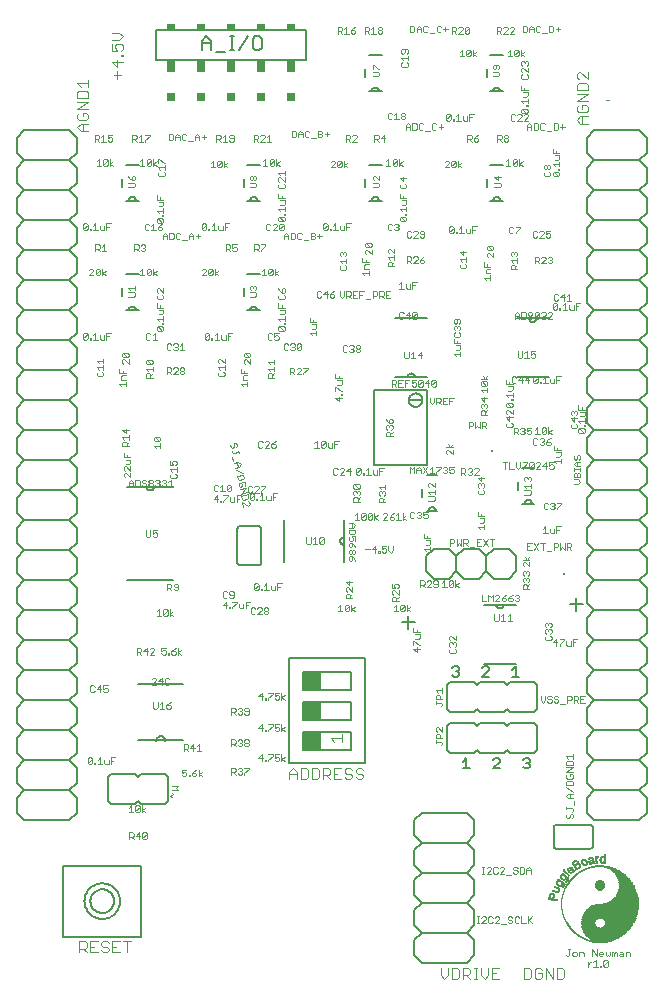
<source format=gto>
G75*
G70*
%OFA0B0*%
%FSLAX24Y24*%
%IPPOS*%
%LPD*%
%AMOC8*
5,1,8,0,0,1.08239X$1,22.5*
%
%ADD10C,0.0060*%
%ADD11R,0.0002X0.0002*%
%ADD12R,0.0002X0.0002*%
%ADD13R,0.0004X0.0002*%
%ADD14R,0.0066X0.0002*%
%ADD15R,0.0008X0.0002*%
%ADD16R,0.0002X0.0002*%
%ADD17R,0.0164X0.0002*%
%ADD18R,0.0220X0.0002*%
%ADD19R,0.0264X0.0002*%
%ADD20R,0.0302X0.0002*%
%ADD21R,0.0330X0.0002*%
%ADD22R,0.0002X0.0002*%
%ADD23R,0.0362X0.0002*%
%ADD24R,0.0392X0.0002*%
%ADD25R,0.0410X0.0002*%
%ADD26R,0.0438X0.0002*%
%ADD27R,0.0458X0.0002*%
%ADD28R,0.0484X0.0002*%
%ADD29R,0.0506X0.0002*%
%ADD30R,0.0524X0.0002*%
%ADD31R,0.0202X0.0002*%
%ADD32R,0.0006X0.0002*%
%ADD33R,0.0324X0.0002*%
%ADD34R,0.0196X0.0002*%
%ADD35R,0.0350X0.0002*%
%ADD36R,0.0176X0.0002*%
%ADD37R,0.0004X0.0002*%
%ADD38R,0.0368X0.0002*%
%ADD39R,0.0166X0.0002*%
%ADD40R,0.0396X0.0002*%
%ADD41R,0.0154X0.0002*%
%ADD42R,0.0416X0.0002*%
%ADD43R,0.0152X0.0002*%
%ADD44R,0.0436X0.0002*%
%ADD45R,0.0144X0.0002*%
%ADD46R,0.0454X0.0002*%
%ADD47R,0.0140X0.0002*%
%ADD48R,0.0470X0.0002*%
%ADD49R,0.0134X0.0002*%
%ADD50R,0.0484X0.0002*%
%ADD51R,0.0126X0.0002*%
%ADD52R,0.0502X0.0002*%
%ADD53R,0.0124X0.0002*%
%ADD54R,0.0514X0.0002*%
%ADD55R,0.0120X0.0002*%
%ADD56R,0.0530X0.0002*%
%ADD57R,0.0118X0.0002*%
%ADD58R,0.0544X0.0002*%
%ADD59R,0.0114X0.0002*%
%ADD60R,0.0558X0.0002*%
%ADD61R,0.0112X0.0002*%
%ADD62R,0.0570X0.0002*%
%ADD63R,0.0110X0.0002*%
%ADD64R,0.0582X0.0002*%
%ADD65R,0.0108X0.0002*%
%ADD66R,0.0596X0.0002*%
%ADD67R,0.0102X0.0002*%
%ADD68R,0.0606X0.0002*%
%ADD69R,0.0100X0.0002*%
%ADD70R,0.0618X0.0002*%
%ADD71R,0.0630X0.0002*%
%ADD72R,0.0098X0.0002*%
%ADD73R,0.0640X0.0002*%
%ADD74R,0.0096X0.0002*%
%ADD75R,0.0650X0.0002*%
%ADD76R,0.0096X0.0002*%
%ADD77R,0.0662X0.0002*%
%ADD78R,0.0672X0.0002*%
%ADD79R,0.0092X0.0002*%
%ADD80R,0.0684X0.0002*%
%ADD81R,0.0092X0.0002*%
%ADD82R,0.0694X0.0002*%
%ADD83R,0.0088X0.0002*%
%ADD84R,0.0704X0.0002*%
%ADD85R,0.0088X0.0002*%
%ADD86R,0.0714X0.0002*%
%ADD87R,0.0086X0.0002*%
%ADD88R,0.0722X0.0002*%
%ADD89R,0.0732X0.0002*%
%ADD90R,0.0084X0.0002*%
%ADD91R,0.0740X0.0002*%
%ADD92R,0.0084X0.0002*%
%ADD93R,0.0752X0.0002*%
%ADD94R,0.0082X0.0002*%
%ADD95R,0.0760X0.0002*%
%ADD96R,0.0082X0.0002*%
%ADD97R,0.0768X0.0002*%
%ADD98R,0.0080X0.0002*%
%ADD99R,0.0776X0.0002*%
%ADD100R,0.0080X0.0002*%
%ADD101R,0.0786X0.0002*%
%ADD102R,0.0078X0.0002*%
%ADD103R,0.0796X0.0002*%
%ADD104R,0.0076X0.0002*%
%ADD105R,0.0804X0.0002*%
%ADD106R,0.0812X0.0002*%
%ADD107R,0.0076X0.0002*%
%ADD108R,0.0820X0.0002*%
%ADD109R,0.0074X0.0002*%
%ADD110R,0.0826X0.0002*%
%ADD111R,0.0074X0.0002*%
%ADD112R,0.0836X0.0002*%
%ADD113R,0.0844X0.0002*%
%ADD114R,0.0850X0.0002*%
%ADD115R,0.0072X0.0002*%
%ADD116R,0.0858X0.0002*%
%ADD117R,0.0072X0.0002*%
%ADD118R,0.0868X0.0002*%
%ADD119R,0.0874X0.0002*%
%ADD120R,0.0882X0.0002*%
%ADD121R,0.0070X0.0002*%
%ADD122R,0.0890X0.0002*%
%ADD123R,0.0896X0.0002*%
%ADD124R,0.0068X0.0002*%
%ADD125R,0.0904X0.0002*%
%ADD126R,0.0910X0.0002*%
%ADD127R,0.0918X0.0002*%
%ADD128R,0.0068X0.0002*%
%ADD129R,0.0924X0.0002*%
%ADD130R,0.0932X0.0002*%
%ADD131R,0.0066X0.0002*%
%ADD132R,0.0938X0.0002*%
%ADD133R,0.0946X0.0002*%
%ADD134R,0.0952X0.0002*%
%ADD135R,0.0064X0.0002*%
%ADD136R,0.0958X0.0002*%
%ADD137R,0.0064X0.0002*%
%ADD138R,0.0964X0.0002*%
%ADD139R,0.0062X0.0002*%
%ADD140R,0.0972X0.0002*%
%ADD141R,0.0980X0.0002*%
%ADD142R,0.0064X0.0002*%
%ADD143R,0.0984X0.0002*%
%ADD144R,0.0062X0.0002*%
%ADD145R,0.0992X0.0002*%
%ADD146R,0.0996X0.0002*%
%ADD147R,0.1004X0.0002*%
%ADD148R,0.0062X0.0002*%
%ADD149R,0.1010X0.0002*%
%ADD150R,0.0060X0.0002*%
%ADD151R,0.1016X0.0002*%
%ADD152R,0.0060X0.0002*%
%ADD153R,0.1022X0.0002*%
%ADD154R,0.1028X0.0002*%
%ADD155R,0.1034X0.0002*%
%ADD156R,0.0058X0.0002*%
%ADD157R,0.1038X0.0002*%
%ADD158R,0.0058X0.0002*%
%ADD159R,0.1044X0.0002*%
%ADD160R,0.1052X0.0002*%
%ADD161R,0.1058X0.0002*%
%ADD162R,0.0056X0.0002*%
%ADD163R,0.1062X0.0002*%
%ADD164R,0.1068X0.0002*%
%ADD165R,0.1074X0.0002*%
%ADD166R,0.0056X0.0002*%
%ADD167R,0.1080X0.0002*%
%ADD168R,0.1086X0.0002*%
%ADD169R,0.1092X0.0002*%
%ADD170R,0.1096X0.0002*%
%ADD171R,0.1102X0.0002*%
%ADD172R,0.1108X0.0002*%
%ADD173R,0.1112X0.0002*%
%ADD174R,0.0054X0.0002*%
%ADD175R,0.1116X0.0002*%
%ADD176R,0.0054X0.0002*%
%ADD177R,0.1122X0.0002*%
%ADD178R,0.1128X0.0002*%
%ADD179R,0.0052X0.0002*%
%ADD180R,0.1132X0.0002*%
%ADD181R,0.1138X0.0002*%
%ADD182R,0.0052X0.0002*%
%ADD183R,0.1142X0.0002*%
%ADD184R,0.1150X0.0002*%
%ADD185R,0.1152X0.0002*%
%ADD186R,0.1158X0.0002*%
%ADD187R,0.0052X0.0002*%
%ADD188R,0.1166X0.0002*%
%ADD189R,0.1168X0.0002*%
%ADD190R,0.1172X0.0002*%
%ADD191R,0.0052X0.0002*%
%ADD192R,0.1178X0.0002*%
%ADD193R,0.1184X0.0002*%
%ADD194R,0.1186X0.0002*%
%ADD195R,0.0050X0.0002*%
%ADD196R,0.1194X0.0002*%
%ADD197R,0.0050X0.0002*%
%ADD198R,0.1196X0.0002*%
%ADD199R,0.1202X0.0002*%
%ADD200R,0.1206X0.0002*%
%ADD201R,0.1212X0.0002*%
%ADD202R,0.0048X0.0002*%
%ADD203R,0.1216X0.0002*%
%ADD204R,0.1220X0.0002*%
%ADD205R,0.1224X0.0002*%
%ADD206R,0.1228X0.0002*%
%ADD207R,0.1234X0.0002*%
%ADD208R,0.1238X0.0002*%
%ADD209R,0.1244X0.0002*%
%ADD210R,0.1246X0.0002*%
%ADD211R,0.0048X0.0002*%
%ADD212R,0.1252X0.0002*%
%ADD213R,0.1256X0.0002*%
%ADD214R,0.1260X0.0002*%
%ADD215R,0.1264X0.0002*%
%ADD216R,0.0046X0.0002*%
%ADD217R,0.1268X0.0002*%
%ADD218R,0.1274X0.0002*%
%ADD219R,0.1276X0.0002*%
%ADD220R,0.1280X0.0002*%
%ADD221R,0.0046X0.0002*%
%ADD222R,0.1286X0.0002*%
%ADD223R,0.1290X0.0002*%
%ADD224R,0.1292X0.0002*%
%ADD225R,0.1296X0.0002*%
%ADD226R,0.1302X0.0002*%
%ADD227R,0.1306X0.0002*%
%ADD228R,0.1308X0.0002*%
%ADD229R,0.1314X0.0002*%
%ADD230R,0.1318X0.0002*%
%ADD231R,0.1320X0.0002*%
%ADD232R,0.1324X0.0002*%
%ADD233R,0.1328X0.0002*%
%ADD234R,0.1334X0.0002*%
%ADD235R,0.1336X0.0002*%
%ADD236R,0.1340X0.0002*%
%ADD237R,0.0044X0.0002*%
%ADD238R,0.1346X0.0002*%
%ADD239R,0.0044X0.0002*%
%ADD240R,0.1346X0.0002*%
%ADD241R,0.1350X0.0002*%
%ADD242R,0.1356X0.0002*%
%ADD243R,0.0044X0.0002*%
%ADD244R,0.1358X0.0002*%
%ADD245R,0.0044X0.0002*%
%ADD246R,0.1362X0.0002*%
%ADD247R,0.0042X0.0002*%
%ADD248R,0.1368X0.0002*%
%ADD249R,0.1368X0.0002*%
%ADD250R,0.0042X0.0002*%
%ADD251R,0.1372X0.0002*%
%ADD252R,0.0042X0.0002*%
%ADD253R,0.1378X0.0002*%
%ADD254R,0.1380X0.0002*%
%ADD255R,0.1384X0.0002*%
%ADD256R,0.1388X0.0002*%
%ADD257R,0.0042X0.0002*%
%ADD258R,0.1390X0.0002*%
%ADD259R,0.1394X0.0002*%
%ADD260R,0.1400X0.0002*%
%ADD261R,0.1400X0.0002*%
%ADD262R,0.1406X0.0002*%
%ADD263R,0.1408X0.0002*%
%ADD264R,0.1412X0.0002*%
%ADD265R,0.1414X0.0002*%
%ADD266R,0.1418X0.0002*%
%ADD267R,0.1420X0.0002*%
%ADD268R,0.1424X0.0002*%
%ADD269R,0.1428X0.0002*%
%ADD270R,0.0040X0.0002*%
%ADD271R,0.1430X0.0002*%
%ADD272R,0.1434X0.0002*%
%ADD273R,0.1436X0.0002*%
%ADD274R,0.1440X0.0002*%
%ADD275R,0.1444X0.0002*%
%ADD276R,0.1446X0.0002*%
%ADD277R,0.0040X0.0002*%
%ADD278R,0.1452X0.0002*%
%ADD279R,0.1452X0.0002*%
%ADD280R,0.1456X0.0002*%
%ADD281R,0.1458X0.0002*%
%ADD282R,0.1464X0.0002*%
%ADD283R,0.1464X0.0002*%
%ADD284R,0.1468X0.0002*%
%ADD285R,0.1472X0.0002*%
%ADD286R,0.1474X0.0002*%
%ADD287R,0.1478X0.0002*%
%ADD288R,0.1482X0.0002*%
%ADD289R,0.1484X0.0002*%
%ADD290R,0.0038X0.0002*%
%ADD291R,0.1490X0.0002*%
%ADD292R,0.1490X0.0002*%
%ADD293R,0.0038X0.0002*%
%ADD294R,0.1496X0.0002*%
%ADD295R,0.1496X0.0002*%
%ADD296R,0.1500X0.0002*%
%ADD297R,0.1502X0.0002*%
%ADD298R,0.1506X0.0002*%
%ADD299R,0.1508X0.0002*%
%ADD300R,0.1512X0.0002*%
%ADD301R,0.1514X0.0002*%
%ADD302R,0.1516X0.0002*%
%ADD303R,0.1520X0.0002*%
%ADD304R,0.1522X0.0002*%
%ADD305R,0.1526X0.0002*%
%ADD306R,0.1528X0.0002*%
%ADD307R,0.1530X0.0002*%
%ADD308R,0.1534X0.0002*%
%ADD309R,0.1536X0.0002*%
%ADD310R,0.1538X0.0002*%
%ADD311R,0.1540X0.0002*%
%ADD312R,0.1542X0.0002*%
%ADD313R,0.1546X0.0002*%
%ADD314R,0.1548X0.0002*%
%ADD315R,0.1552X0.0002*%
%ADD316R,0.1556X0.0002*%
%ADD317R,0.0036X0.0002*%
%ADD318R,0.1558X0.0002*%
%ADD319R,0.1560X0.0002*%
%ADD320R,0.1562X0.0002*%
%ADD321R,0.1566X0.0002*%
%ADD322R,0.1566X0.0002*%
%ADD323R,0.1572X0.0002*%
%ADD324R,0.1574X0.0002*%
%ADD325R,0.1574X0.0002*%
%ADD326R,0.1578X0.0002*%
%ADD327R,0.1580X0.0002*%
%ADD328R,0.1582X0.0002*%
%ADD329R,0.1584X0.0002*%
%ADD330R,0.1588X0.0002*%
%ADD331R,0.1592X0.0002*%
%ADD332R,0.1594X0.0002*%
%ADD333R,0.0036X0.0002*%
%ADD334R,0.1594X0.0002*%
%ADD335R,0.1598X0.0002*%
%ADD336R,0.1602X0.0002*%
%ADD337R,0.1602X0.0002*%
%ADD338R,0.1604X0.0002*%
%ADD339R,0.1608X0.0002*%
%ADD340R,0.1610X0.0002*%
%ADD341R,0.1612X0.0002*%
%ADD342R,0.0582X0.0002*%
%ADD343R,0.0986X0.0002*%
%ADD344R,0.0574X0.0002*%
%ADD345R,0.0976X0.0002*%
%ADD346R,0.0034X0.0002*%
%ADD347R,0.0564X0.0002*%
%ADD348R,0.0972X0.0002*%
%ADD349R,0.0554X0.0002*%
%ADD350R,0.0960X0.0002*%
%ADD351R,0.0548X0.0002*%
%ADD352R,0.0956X0.0002*%
%ADD353R,0.0542X0.0002*%
%ADD354R,0.0952X0.0002*%
%ADD355R,0.0538X0.0002*%
%ADD356R,0.0952X0.0002*%
%ADD357R,0.0536X0.0002*%
%ADD358R,0.0532X0.0002*%
%ADD359R,0.0944X0.0002*%
%ADD360R,0.0528X0.0002*%
%ADD361R,0.0944X0.0002*%
%ADD362R,0.0526X0.0002*%
%ADD363R,0.0942X0.0002*%
%ADD364R,0.0938X0.0002*%
%ADD365R,0.0520X0.0002*%
%ADD366R,0.0518X0.0002*%
%ADD367R,0.0936X0.0002*%
%ADD368R,0.0516X0.0002*%
%ADD369R,0.0936X0.0002*%
%ADD370R,0.0034X0.0002*%
%ADD371R,0.0932X0.0002*%
%ADD372R,0.0512X0.0002*%
%ADD373R,0.0510X0.0002*%
%ADD374R,0.0508X0.0002*%
%ADD375R,0.0928X0.0002*%
%ADD376R,0.0928X0.0002*%
%ADD377R,0.0504X0.0002*%
%ADD378R,0.0500X0.0002*%
%ADD379R,0.0498X0.0002*%
%ADD380R,0.0926X0.0002*%
%ADD381R,0.0496X0.0002*%
%ADD382R,0.0926X0.0002*%
%ADD383R,0.0496X0.0002*%
%ADD384R,0.0924X0.0002*%
%ADD385R,0.0494X0.0002*%
%ADD386R,0.0492X0.0002*%
%ADD387R,0.0490X0.0002*%
%ADD388R,0.0488X0.0002*%
%ADD389R,0.0924X0.0002*%
%ADD390R,0.0488X0.0002*%
%ADD391R,0.0924X0.0002*%
%ADD392R,0.0034X0.0002*%
%ADD393R,0.0486X0.0002*%
%ADD394R,0.0484X0.0002*%
%ADD395R,0.0482X0.0002*%
%ADD396R,0.0922X0.0002*%
%ADD397R,0.0482X0.0002*%
%ADD398R,0.0482X0.0002*%
%ADD399R,0.0480X0.0002*%
%ADD400R,0.0480X0.0002*%
%ADD401R,0.0478X0.0002*%
%ADD402R,0.0478X0.0002*%
%ADD403R,0.0476X0.0002*%
%ADD404R,0.0476X0.0002*%
%ADD405R,0.0474X0.0002*%
%ADD406R,0.0472X0.0002*%
%ADD407R,0.0472X0.0002*%
%ADD408R,0.0472X0.0002*%
%ADD409R,0.0470X0.0002*%
%ADD410R,0.0032X0.0002*%
%ADD411R,0.0468X0.0002*%
%ADD412R,0.0930X0.0002*%
%ADD413R,0.0032X0.0002*%
%ADD414R,0.0930X0.0002*%
%ADD415R,0.0466X0.0002*%
%ADD416R,0.0468X0.0002*%
%ADD417R,0.0466X0.0002*%
%ADD418R,0.0932X0.0002*%
%ADD419R,0.0934X0.0002*%
%ADD420R,0.0934X0.0002*%
%ADD421R,0.0032X0.0002*%
%ADD422R,0.0464X0.0002*%
%ADD423R,0.0934X0.0002*%
%ADD424R,0.0464X0.0002*%
%ADD425R,0.0940X0.0002*%
%ADD426R,0.0032X0.0002*%
%ADD427R,0.0462X0.0002*%
%ADD428R,0.0940X0.0002*%
%ADD429R,0.0462X0.0002*%
%ADD430R,0.0464X0.0002*%
%ADD431R,0.0942X0.0002*%
%ADD432R,0.0460X0.0002*%
%ADD433R,0.0464X0.0002*%
%ADD434R,0.0946X0.0002*%
%ADD435R,0.0948X0.0002*%
%ADD436R,0.0950X0.0002*%
%ADD437R,0.0950X0.0002*%
%ADD438R,0.0462X0.0002*%
%ADD439R,0.0952X0.0002*%
%ADD440R,0.0954X0.0002*%
%ADD441R,0.0954X0.0002*%
%ADD442R,0.0956X0.0002*%
%ADD443R,0.0960X0.0002*%
%ADD444R,0.0462X0.0002*%
%ADD445R,0.0034X0.0002*%
%ADD446R,0.0962X0.0002*%
%ADD447R,0.0962X0.0002*%
%ADD448R,0.0964X0.0002*%
%ADD449R,0.0968X0.0002*%
%ADD450R,0.0966X0.0002*%
%ADD451R,0.0970X0.0002*%
%ADD452R,0.0972X0.0002*%
%ADD453R,0.0974X0.0002*%
%ADD454R,0.0974X0.0002*%
%ADD455R,0.0976X0.0002*%
%ADD456R,0.0978X0.0002*%
%ADD457R,0.0978X0.0002*%
%ADD458R,0.0982X0.0002*%
%ADD459R,0.0984X0.0002*%
%ADD460R,0.0986X0.0002*%
%ADD461R,0.0988X0.0002*%
%ADD462R,0.0992X0.0002*%
%ADD463R,0.0990X0.0002*%
%ADD464R,0.0994X0.0002*%
%ADD465R,0.1000X0.0002*%
%ADD466R,0.1000X0.0002*%
%ADD467R,0.1004X0.0002*%
%ADD468R,0.1006X0.0002*%
%ADD469R,0.0472X0.0002*%
%ADD470R,0.1008X0.0002*%
%ADD471R,0.1012X0.0002*%
%ADD472R,0.1012X0.0002*%
%ADD473R,0.1016X0.0002*%
%ADD474R,0.1020X0.0002*%
%ADD475R,0.1020X0.0002*%
%ADD476R,0.0482X0.0002*%
%ADD477R,0.1022X0.0002*%
%ADD478R,0.1026X0.0002*%
%ADD479R,0.0030X0.0002*%
%ADD480R,0.1030X0.0002*%
%ADD481R,0.1032X0.0002*%
%ADD482R,0.1034X0.0002*%
%ADD483R,0.0486X0.0002*%
%ADD484R,0.1036X0.0002*%
%ADD485R,0.0030X0.0002*%
%ADD486R,0.1042X0.0002*%
%ADD487R,0.1044X0.0002*%
%ADD488R,0.1046X0.0002*%
%ADD489R,0.0492X0.0002*%
%ADD490R,0.1048X0.0002*%
%ADD491R,0.1054X0.0002*%
%ADD492R,0.0498X0.0002*%
%ADD493R,0.1060X0.0002*%
%ADD494R,0.1064X0.0002*%
%ADD495R,0.1066X0.0002*%
%ADD496R,0.1070X0.0002*%
%ADD497R,0.1072X0.0002*%
%ADD498R,0.1078X0.0002*%
%ADD499R,0.1082X0.0002*%
%ADD500R,0.1086X0.0002*%
%ADD501R,0.1088X0.0002*%
%ADD502R,0.0520X0.0002*%
%ADD503R,0.0522X0.0002*%
%ADD504R,0.1100X0.0002*%
%ADD505R,0.0528X0.0002*%
%ADD506R,0.1106X0.0002*%
%ADD507R,0.0534X0.0002*%
%ADD508R,0.1112X0.0002*%
%ADD509R,0.1118X0.0002*%
%ADD510R,0.0540X0.0002*%
%ADD511R,0.1122X0.0002*%
%ADD512R,0.0544X0.0002*%
%ADD513R,0.1130X0.0002*%
%ADD514R,0.0550X0.0002*%
%ADD515R,0.1134X0.0002*%
%ADD516R,0.0556X0.0002*%
%ADD517R,0.1140X0.0002*%
%ADD518R,0.0560X0.0002*%
%ADD519R,0.1148X0.0002*%
%ADD520R,0.0566X0.0002*%
%ADD521R,0.1154X0.0002*%
%ADD522R,0.0578X0.0002*%
%ADD523R,0.0588X0.0002*%
%ADD524R,0.1180X0.0002*%
%ADD525R,0.1802X0.0002*%
%ADD526R,0.1804X0.0002*%
%ADD527R,0.1802X0.0002*%
%ADD528R,0.1802X0.0002*%
%ADD529R,0.1804X0.0002*%
%ADD530R,0.1806X0.0002*%
%ADD531R,0.1806X0.0002*%
%ADD532R,0.1804X0.0002*%
%ADD533R,0.1804X0.0002*%
%ADD534R,0.1802X0.0002*%
%ADD535R,0.1800X0.0002*%
%ADD536R,0.0028X0.0002*%
%ADD537R,0.1800X0.0002*%
%ADD538R,0.0028X0.0002*%
%ADD539R,0.1798X0.0002*%
%ADD540R,0.1798X0.0002*%
%ADD541R,0.1796X0.0002*%
%ADD542R,0.1796X0.0002*%
%ADD543R,0.1794X0.0002*%
%ADD544R,0.1794X0.0002*%
%ADD545R,0.1794X0.0002*%
%ADD546R,0.1792X0.0002*%
%ADD547R,0.1792X0.0002*%
%ADD548R,0.1790X0.0002*%
%ADD549R,0.1790X0.0002*%
%ADD550R,0.1788X0.0002*%
%ADD551R,0.1788X0.0002*%
%ADD552R,0.1786X0.0002*%
%ADD553R,0.1784X0.0002*%
%ADD554R,0.1784X0.0002*%
%ADD555R,0.1782X0.0002*%
%ADD556R,0.1782X0.0002*%
%ADD557R,0.1782X0.0002*%
%ADD558R,0.1782X0.0002*%
%ADD559R,0.1780X0.0002*%
%ADD560R,0.1778X0.0002*%
%ADD561R,0.1776X0.0002*%
%ADD562R,0.1778X0.0002*%
%ADD563R,0.1774X0.0002*%
%ADD564R,0.1774X0.0002*%
%ADD565R,0.1772X0.0002*%
%ADD566R,0.1770X0.0002*%
%ADD567R,0.1772X0.0002*%
%ADD568R,0.1768X0.0002*%
%ADD569R,0.1770X0.0002*%
%ADD570R,0.1766X0.0002*%
%ADD571R,0.1766X0.0002*%
%ADD572R,0.1764X0.0002*%
%ADD573R,0.1764X0.0002*%
%ADD574R,0.1760X0.0002*%
%ADD575R,0.1760X0.0002*%
%ADD576R,0.1758X0.0002*%
%ADD577R,0.1756X0.0002*%
%ADD578R,0.1756X0.0002*%
%ADD579R,0.1754X0.0002*%
%ADD580R,0.1754X0.0002*%
%ADD581R,0.1752X0.0002*%
%ADD582R,0.1750X0.0002*%
%ADD583R,0.1748X0.0002*%
%ADD584R,0.1748X0.0002*%
%ADD585R,0.1746X0.0002*%
%ADD586R,0.1744X0.0002*%
%ADD587R,0.1742X0.0002*%
%ADD588R,0.1738X0.0002*%
%ADD589R,0.1740X0.0002*%
%ADD590R,0.1738X0.0002*%
%ADD591R,0.1736X0.0002*%
%ADD592R,0.1736X0.0002*%
%ADD593R,0.1732X0.0002*%
%ADD594R,0.1730X0.0002*%
%ADD595R,0.1732X0.0002*%
%ADD596R,0.1728X0.0002*%
%ADD597R,0.1728X0.0002*%
%ADD598R,0.1726X0.0002*%
%ADD599R,0.1724X0.0002*%
%ADD600R,0.1724X0.0002*%
%ADD601R,0.1720X0.0002*%
%ADD602R,0.1720X0.0002*%
%ADD603R,0.1718X0.0002*%
%ADD604R,0.1716X0.0002*%
%ADD605R,0.1714X0.0002*%
%ADD606R,0.1714X0.0002*%
%ADD607R,0.1710X0.0002*%
%ADD608R,0.1710X0.0002*%
%ADD609R,0.1706X0.0002*%
%ADD610R,0.1706X0.0002*%
%ADD611R,0.1704X0.0002*%
%ADD612R,0.1702X0.0002*%
%ADD613R,0.1698X0.0002*%
%ADD614R,0.1696X0.0002*%
%ADD615R,0.1696X0.0002*%
%ADD616R,0.1692X0.0002*%
%ADD617R,0.1690X0.0002*%
%ADD618R,0.1688X0.0002*%
%ADD619R,0.1686X0.0002*%
%ADD620R,0.1684X0.0002*%
%ADD621R,0.1682X0.0002*%
%ADD622R,0.1680X0.0002*%
%ADD623R,0.1678X0.0002*%
%ADD624R,0.1676X0.0002*%
%ADD625R,0.1674X0.0002*%
%ADD626R,0.1672X0.0002*%
%ADD627R,0.1668X0.0002*%
%ADD628R,0.1666X0.0002*%
%ADD629R,0.1666X0.0002*%
%ADD630R,0.1664X0.0002*%
%ADD631R,0.1658X0.0002*%
%ADD632R,0.1658X0.0002*%
%ADD633R,0.1656X0.0002*%
%ADD634R,0.1652X0.0002*%
%ADD635R,0.1650X0.0002*%
%ADD636R,0.1648X0.0002*%
%ADD637R,0.1646X0.0002*%
%ADD638R,0.1642X0.0002*%
%ADD639R,0.0026X0.0002*%
%ADD640R,0.1638X0.0002*%
%ADD641R,0.1636X0.0002*%
%ADD642R,0.1636X0.0002*%
%ADD643R,0.1630X0.0002*%
%ADD644R,0.1626X0.0002*%
%ADD645R,0.1624X0.0002*%
%ADD646R,0.1620X0.0002*%
%ADD647R,0.1616X0.0002*%
%ADD648R,0.1614X0.0002*%
%ADD649R,0.1610X0.0002*%
%ADD650R,0.1608X0.0002*%
%ADD651R,0.1606X0.0002*%
%ADD652R,0.1600X0.0002*%
%ADD653R,0.1586X0.0002*%
%ADD654R,0.1586X0.0002*%
%ADD655R,0.1578X0.0002*%
%ADD656R,0.1570X0.0002*%
%ADD657R,0.1560X0.0002*%
%ADD658R,0.1554X0.0002*%
%ADD659R,0.1552X0.0002*%
%ADD660R,0.0026X0.0002*%
%ADD661R,0.1538X0.0002*%
%ADD662R,0.1518X0.0002*%
%ADD663R,0.1514X0.0002*%
%ADD664R,0.1510X0.0002*%
%ADD665R,0.1506X0.0002*%
%ADD666R,0.1498X0.0002*%
%ADD667R,0.1484X0.0002*%
%ADD668R,0.1482X0.0002*%
%ADD669R,0.1476X0.0002*%
%ADD670R,0.1466X0.0002*%
%ADD671R,0.1448X0.0002*%
%ADD672R,0.1434X0.0002*%
%ADD673R,0.1426X0.0002*%
%ADD674R,0.1410X0.0002*%
%ADD675R,0.1396X0.0002*%
%ADD676R,0.1386X0.0002*%
%ADD677R,0.1374X0.0002*%
%ADD678R,0.1356X0.0002*%
%ADD679R,0.1340X0.0002*%
%ADD680R,0.1296X0.0002*%
%ADD681R,0.1240X0.0002*%
%ADD682R,0.1218X0.0002*%
%ADD683R,0.1202X0.0002*%
%ADD684R,0.1188X0.0002*%
%ADD685R,0.1176X0.0002*%
%ADD686R,0.1164X0.0002*%
%ADD687R,0.1156X0.0002*%
%ADD688R,0.1146X0.0002*%
%ADD689R,0.1120X0.0002*%
%ADD690R,0.1114X0.0002*%
%ADD691R,0.1108X0.0002*%
%ADD692R,0.1094X0.0002*%
%ADD693R,0.1072X0.0002*%
%ADD694R,0.1072X0.0002*%
%ADD695R,0.1062X0.0002*%
%ADD696R,0.1060X0.0002*%
%ADD697R,0.1050X0.0002*%
%ADD698R,0.1042X0.0002*%
%ADD699R,0.1038X0.0002*%
%ADD700R,0.1024X0.0002*%
%ADD701R,0.1018X0.0002*%
%ADD702R,0.1008X0.0002*%
%ADD703R,0.1002X0.0002*%
%ADD704R,0.0996X0.0002*%
%ADD705R,0.0942X0.0002*%
%ADD706R,0.0920X0.0002*%
%ADD707R,0.0014X0.0002*%
%ADD708R,0.0024X0.0002*%
%ADD709R,0.0916X0.0002*%
%ADD710R,0.0912X0.0002*%
%ADD711R,0.0910X0.0002*%
%ADD712R,0.0906X0.0002*%
%ADD713R,0.0904X0.0002*%
%ADD714R,0.0078X0.0002*%
%ADD715R,0.0902X0.0002*%
%ADD716R,0.0898X0.0002*%
%ADD717R,0.0896X0.0002*%
%ADD718R,0.0894X0.0002*%
%ADD719R,0.0122X0.0002*%
%ADD720R,0.0888X0.0002*%
%ADD721R,0.0130X0.0002*%
%ADD722R,0.0888X0.0002*%
%ADD723R,0.0142X0.0002*%
%ADD724R,0.0884X0.0002*%
%ADD725R,0.0150X0.0002*%
%ADD726R,0.0882X0.0002*%
%ADD727R,0.0162X0.0002*%
%ADD728R,0.0878X0.0002*%
%ADD729R,0.0172X0.0002*%
%ADD730R,0.0876X0.0002*%
%ADD731R,0.0184X0.0002*%
%ADD732R,0.0874X0.0002*%
%ADD733R,0.0192X0.0002*%
%ADD734R,0.0872X0.0002*%
%ADD735R,0.0196X0.0002*%
%ADD736R,0.0870X0.0002*%
%ADD737R,0.0202X0.0002*%
%ADD738R,0.0864X0.0002*%
%ADD739R,0.0862X0.0002*%
%ADD740R,0.0198X0.0002*%
%ADD741R,0.0860X0.0002*%
%ADD742R,0.0198X0.0002*%
%ADD743R,0.0856X0.0002*%
%ADD744R,0.0852X0.0002*%
%ADD745R,0.0848X0.0002*%
%ADD746R,0.0846X0.0002*%
%ADD747R,0.0842X0.0002*%
%ADD748R,0.0174X0.0002*%
%ADD749R,0.0840X0.0002*%
%ADD750R,0.0172X0.0002*%
%ADD751R,0.0174X0.0002*%
%ADD752R,0.0836X0.0002*%
%ADD753R,0.0136X0.0002*%
%ADD754R,0.0832X0.0002*%
%ADD755R,0.0122X0.0002*%
%ADD756R,0.0832X0.0002*%
%ADD757R,0.0116X0.0002*%
%ADD758R,0.0830X0.0002*%
%ADD759R,0.0104X0.0002*%
%ADD760R,0.0826X0.0002*%
%ADD761R,0.0824X0.0002*%
%ADD762R,0.0822X0.0002*%
%ADD763R,0.0072X0.0002*%
%ADD764R,0.0820X0.0002*%
%ADD765R,0.0818X0.0002*%
%ADD766R,0.0816X0.0002*%
%ADD767R,0.0814X0.0002*%
%ADD768R,0.0810X0.0002*%
%ADD769R,0.0808X0.0002*%
%ADD770R,0.0808X0.0002*%
%ADD771R,0.0804X0.0002*%
%ADD772R,0.0802X0.0002*%
%ADD773R,0.0800X0.0002*%
%ADD774R,0.0796X0.0002*%
%ADD775R,0.0794X0.0002*%
%ADD776R,0.0792X0.0002*%
%ADD777R,0.0792X0.0002*%
%ADD778R,0.0788X0.0002*%
%ADD779R,0.0786X0.0002*%
%ADD780R,0.0782X0.0002*%
%ADD781R,0.0782X0.0002*%
%ADD782R,0.0780X0.0002*%
%ADD783R,0.0778X0.0002*%
%ADD784R,0.0772X0.0002*%
%ADD785R,0.0772X0.0002*%
%ADD786R,0.0770X0.0002*%
%ADD787R,0.0768X0.0002*%
%ADD788R,0.0766X0.0002*%
%ADD789R,0.0764X0.0002*%
%ADD790R,0.0762X0.0002*%
%ADD791R,0.0760X0.0002*%
%ADD792R,0.0758X0.0002*%
%ADD793R,0.0754X0.0002*%
%ADD794R,0.0756X0.0002*%
%ADD795R,0.0752X0.0002*%
%ADD796R,0.0750X0.0002*%
%ADD797R,0.0750X0.0002*%
%ADD798R,0.0748X0.0002*%
%ADD799R,0.0744X0.0002*%
%ADD800R,0.0742X0.0002*%
%ADD801R,0.0742X0.0002*%
%ADD802R,0.0738X0.0002*%
%ADD803R,0.0734X0.0002*%
%ADD804R,0.0734X0.0002*%
%ADD805R,0.0730X0.0002*%
%ADD806R,0.0728X0.0002*%
%ADD807R,0.0726X0.0002*%
%ADD808R,0.0726X0.0002*%
%ADD809R,0.0724X0.0002*%
%ADD810R,0.0722X0.0002*%
%ADD811R,0.0720X0.0002*%
%ADD812R,0.0718X0.0002*%
%ADD813R,0.0716X0.0002*%
%ADD814R,0.0716X0.0002*%
%ADD815R,0.0712X0.0002*%
%ADD816R,0.0712X0.0002*%
%ADD817R,0.0710X0.0002*%
%ADD818R,0.0708X0.0002*%
%ADD819R,0.0706X0.0002*%
%ADD820R,0.0704X0.0002*%
%ADD821R,0.0702X0.0002*%
%ADD822R,0.0700X0.0002*%
%ADD823R,0.0698X0.0002*%
%ADD824R,0.0696X0.0002*%
%ADD825R,0.0696X0.0002*%
%ADD826R,0.0692X0.0002*%
%ADD827R,0.0692X0.0002*%
%ADD828R,0.0142X0.0002*%
%ADD829R,0.0690X0.0002*%
%ADD830R,0.0142X0.0002*%
%ADD831R,0.0690X0.0002*%
%ADD832R,0.0138X0.0002*%
%ADD833R,0.0686X0.0002*%
%ADD834R,0.0134X0.0002*%
%ADD835R,0.0684X0.0002*%
%ADD836R,0.0128X0.0002*%
%ADD837R,0.0680X0.0002*%
%ADD838R,0.0128X0.0002*%
%ADD839R,0.0680X0.0002*%
%ADD840R,0.0118X0.0002*%
%ADD841R,0.0678X0.0002*%
%ADD842R,0.0114X0.0002*%
%ADD843R,0.0674X0.0002*%
%ADD844R,0.0674X0.0002*%
%ADD845R,0.0104X0.0002*%
%ADD846R,0.0672X0.0002*%
%ADD847R,0.0098X0.0002*%
%ADD848R,0.0670X0.0002*%
%ADD849R,0.0094X0.0002*%
%ADD850R,0.0668X0.0002*%
%ADD851R,0.0086X0.0002*%
%ADD852R,0.0668X0.0002*%
%ADD853R,0.0664X0.0002*%
%ADD854R,0.0662X0.0002*%
%ADD855R,0.0022X0.0002*%
%ADD856R,0.0660X0.0002*%
%ADD857R,0.0658X0.0002*%
%ADD858R,0.0658X0.0002*%
%ADD859R,0.0656X0.0002*%
%ADD860R,0.0654X0.0002*%
%ADD861R,0.0652X0.0002*%
%ADD862R,0.0652X0.0002*%
%ADD863R,0.0650X0.0002*%
%ADD864R,0.0648X0.0002*%
%ADD865R,0.0644X0.0002*%
%ADD866R,0.0644X0.0002*%
%ADD867R,0.0642X0.0002*%
%ADD868R,0.0640X0.0002*%
%ADD869R,0.0638X0.0002*%
%ADD870R,0.0638X0.0002*%
%ADD871R,0.0092X0.0002*%
%ADD872R,0.0634X0.0002*%
%ADD873R,0.0102X0.0002*%
%ADD874R,0.0634X0.0002*%
%ADD875R,0.0110X0.0002*%
%ADD876R,0.0632X0.0002*%
%ADD877R,0.0630X0.0002*%
%ADD878R,0.0626X0.0002*%
%ADD879R,0.0626X0.0002*%
%ADD880R,0.0144X0.0002*%
%ADD881R,0.0622X0.0002*%
%ADD882R,0.0156X0.0002*%
%ADD883R,0.0622X0.0002*%
%ADD884R,0.0162X0.0002*%
%ADD885R,0.0620X0.0002*%
%ADD886R,0.0620X0.0002*%
%ADD887R,0.0104X0.0002*%
%ADD888R,0.0100X0.0002*%
%ADD889R,0.0618X0.0002*%
%ADD890R,0.0614X0.0002*%
%ADD891R,0.0614X0.0002*%
%ADD892R,0.0610X0.0002*%
%ADD893R,0.0610X0.0002*%
%ADD894R,0.0606X0.0002*%
%ADD895R,0.0602X0.0002*%
%ADD896R,0.0602X0.0002*%
%ADD897R,0.0074X0.0002*%
%ADD898R,0.0600X0.0002*%
%ADD899R,0.0600X0.0002*%
%ADD900R,0.0598X0.0002*%
%ADD901R,0.0596X0.0002*%
%ADD902R,0.0594X0.0002*%
%ADD903R,0.0004X0.0002*%
%ADD904R,0.0592X0.0002*%
%ADD905R,0.0590X0.0002*%
%ADD906R,0.0018X0.0002*%
%ADD907R,0.0012X0.0002*%
%ADD908R,0.0106X0.0002*%
%ADD909R,0.0586X0.0002*%
%ADD910R,0.0006X0.0002*%
%ADD911R,0.0586X0.0002*%
%ADD912R,0.0584X0.0002*%
%ADD913R,0.0138X0.0002*%
%ADD914R,0.0154X0.0002*%
%ADD915R,0.0580X0.0002*%
%ADD916R,0.0024X0.0002*%
%ADD917R,0.0168X0.0002*%
%ADD918R,0.0578X0.0002*%
%ADD919R,0.0174X0.0002*%
%ADD920R,0.0576X0.0002*%
%ADD921R,0.0180X0.0002*%
%ADD922R,0.0576X0.0002*%
%ADD923R,0.0190X0.0002*%
%ADD924R,0.0572X0.0002*%
%ADD925R,0.0574X0.0002*%
%ADD926R,0.0024X0.0002*%
%ADD927R,0.0572X0.0002*%
%ADD928R,0.0204X0.0002*%
%ADD929R,0.0570X0.0002*%
%ADD930R,0.0210X0.0002*%
%ADD931R,0.0014X0.0002*%
%ADD932R,0.0214X0.0002*%
%ADD933R,0.0020X0.0002*%
%ADD934R,0.0218X0.0002*%
%ADD935R,0.0222X0.0002*%
%ADD936R,0.0228X0.0002*%
%ADD937R,0.0564X0.0002*%
%ADD938R,0.0230X0.0002*%
%ADD939R,0.0562X0.0002*%
%ADD940R,0.0236X0.0002*%
%ADD941R,0.0562X0.0002*%
%ADD942R,0.0240X0.0002*%
%ADD943R,0.0242X0.0002*%
%ADD944R,0.0248X0.0002*%
%ADD945R,0.0558X0.0002*%
%ADD946R,0.0250X0.0002*%
%ADD947R,0.0556X0.0002*%
%ADD948R,0.0254X0.0002*%
%ADD949R,0.0258X0.0002*%
%ADD950R,0.0260X0.0002*%
%ADD951R,0.0552X0.0002*%
%ADD952R,0.0262X0.0002*%
%ADD953R,0.0552X0.0002*%
%ADD954R,0.0266X0.0002*%
%ADD955R,0.0270X0.0002*%
%ADD956R,0.0550X0.0002*%
%ADD957R,0.0274X0.0002*%
%ADD958R,0.0546X0.0002*%
%ADD959R,0.0278X0.0002*%
%ADD960R,0.0280X0.0002*%
%ADD961R,0.0544X0.0002*%
%ADD962R,0.0282X0.0002*%
%ADD963R,0.0286X0.0002*%
%ADD964R,0.0542X0.0002*%
%ADD965R,0.0290X0.0002*%
%ADD966R,0.0290X0.0002*%
%ADD967R,0.0540X0.0002*%
%ADD968R,0.0292X0.0002*%
%ADD969R,0.0294X0.0002*%
%ADD970R,0.0536X0.0002*%
%ADD971R,0.0298X0.0002*%
%ADD972R,0.0534X0.0002*%
%ADD973R,0.0302X0.0002*%
%ADD974R,0.0532X0.0002*%
%ADD975R,0.0062X0.0002*%
%ADD976R,0.0304X0.0002*%
%ADD977R,0.0306X0.0002*%
%ADD978R,0.0308X0.0002*%
%ADD979R,0.0310X0.0002*%
%ADD980R,0.0092X0.0002*%
%ADD981R,0.0310X0.0002*%
%ADD982R,0.0526X0.0002*%
%ADD983R,0.0070X0.0002*%
%ADD984R,0.0314X0.0002*%
%ADD985R,0.0524X0.0002*%
%ADD986R,0.0314X0.0002*%
%ADD987R,0.0074X0.0002*%
%ADD988R,0.0072X0.0002*%
%ADD989R,0.0522X0.0002*%
%ADD990R,0.0318X0.0002*%
%ADD991R,0.0522X0.0002*%
%ADD992R,0.0318X0.0002*%
%ADD993R,0.0322X0.0002*%
%ADD994R,0.0518X0.0002*%
%ADD995R,0.0010X0.0002*%
%ADD996R,0.0322X0.0002*%
%ADD997R,0.0326X0.0002*%
%ADD998R,0.0512X0.0002*%
%ADD999R,0.0326X0.0002*%
%ADD1000R,0.0514X0.0002*%
%ADD1001R,0.0008X0.0002*%
%ADD1002R,0.0328X0.0002*%
%ADD1003R,0.0512X0.0002*%
%ADD1004R,0.0508X0.0002*%
%ADD1005R,0.0330X0.0002*%
%ADD1006R,0.0504X0.0002*%
%ADD1007R,0.0332X0.0002*%
%ADD1008R,0.0502X0.0002*%
%ADD1009R,0.0332X0.0002*%
%ADD1010R,0.0502X0.0002*%
%ADD1011R,0.0116X0.0002*%
%ADD1012R,0.0334X0.0002*%
%ADD1013R,0.0122X0.0002*%
%ADD1014R,0.0126X0.0002*%
%ADD1015R,0.0132X0.0002*%
%ADD1016R,0.0334X0.0002*%
%ADD1017R,0.0142X0.0002*%
%ADD1018R,0.0494X0.0002*%
%ADD1019R,0.0146X0.0002*%
%ADD1020R,0.0492X0.0002*%
%ADD1021R,0.0490X0.0002*%
%ADD1022R,0.0054X0.0002*%
%ADD1023R,0.0320X0.0002*%
%ADD1024R,0.0320X0.0002*%
%ADD1025R,0.0460X0.0002*%
%ADD1026R,0.0458X0.0002*%
%ADD1027R,0.0456X0.0002*%
%ADD1028R,0.0306X0.0002*%
%ADD1029R,0.0456X0.0002*%
%ADD1030R,0.0454X0.0002*%
%ADD1031R,0.0452X0.0002*%
%ADD1032R,0.0450X0.0002*%
%ADD1033R,0.0452X0.0002*%
%ADD1034R,0.0448X0.0002*%
%ADD1035R,0.0294X0.0002*%
%ADD1036R,0.0448X0.0002*%
%ADD1037R,0.0446X0.0002*%
%ADD1038R,0.0444X0.0002*%
%ADD1039R,0.0282X0.0002*%
%ADD1040R,0.0442X0.0002*%
%ADD1041R,0.0442X0.0002*%
%ADD1042R,0.0278X0.0002*%
%ADD1043R,0.0440X0.0002*%
%ADD1044R,0.0440X0.0002*%
%ADD1045R,0.0438X0.0002*%
%ADD1046R,0.0262X0.0002*%
%ADD1047R,0.0434X0.0002*%
%ADD1048R,0.0018X0.0002*%
%ADD1049R,0.0434X0.0002*%
%ADD1050R,0.0432X0.0002*%
%ADD1051R,0.0246X0.0002*%
%ADD1052R,0.0432X0.0002*%
%ADD1053R,0.0244X0.0002*%
%ADD1054R,0.0430X0.0002*%
%ADD1055R,0.0426X0.0002*%
%ADD1056R,0.0234X0.0002*%
%ADD1057R,0.0428X0.0002*%
%ADD1058R,0.0226X0.0002*%
%ADD1059R,0.0224X0.0002*%
%ADD1060R,0.0424X0.0002*%
%ADD1061R,0.0426X0.0002*%
%ADD1062R,0.0082X0.0002*%
%ADD1063R,0.0422X0.0002*%
%ADD1064R,0.0082X0.0002*%
%ADD1065R,0.0422X0.0002*%
%ADD1066R,0.0054X0.0002*%
%ADD1067R,0.0206X0.0002*%
%ADD1068R,0.0150X0.0002*%
%ADD1069R,0.0420X0.0002*%
%ADD1070R,0.0194X0.0002*%
%ADD1071R,0.0418X0.0002*%
%ADD1072R,0.0418X0.0002*%
%ADD1073R,0.0182X0.0002*%
%ADD1074R,0.0014X0.0002*%
%ADD1075R,0.0416X0.0002*%
%ADD1076R,0.0170X0.0002*%
%ADD1077R,0.0414X0.0002*%
%ADD1078R,0.0104X0.0002*%
%ADD1079R,0.0414X0.0002*%
%ADD1080R,0.0412X0.0002*%
%ADD1081R,0.0090X0.0002*%
%ADD1082R,0.0410X0.0002*%
%ADD1083R,0.0130X0.0002*%
%ADD1084R,0.0408X0.0002*%
%ADD1085R,0.0408X0.0002*%
%ADD1086R,0.0406X0.0002*%
%ADD1087R,0.0406X0.0002*%
%ADD1088R,0.0404X0.0002*%
%ADD1089R,0.0402X0.0002*%
%ADD1090R,0.0402X0.0002*%
%ADD1091R,0.0400X0.0002*%
%ADD1092R,0.0398X0.0002*%
%ADD1093R,0.0084X0.0002*%
%ADD1094R,0.0398X0.0002*%
%ADD1095R,0.0394X0.0002*%
%ADD1096R,0.0394X0.0002*%
%ADD1097R,0.0020X0.0002*%
%ADD1098R,0.0122X0.0002*%
%ADD1099R,0.0392X0.0002*%
%ADD1100R,0.0016X0.0002*%
%ADD1101R,0.0124X0.0002*%
%ADD1102R,0.0392X0.0002*%
%ADD1103R,0.0012X0.0002*%
%ADD1104R,0.0132X0.0002*%
%ADD1105R,0.0390X0.0002*%
%ADD1106R,0.0388X0.0002*%
%ADD1107R,0.0140X0.0002*%
%ADD1108R,0.0386X0.0002*%
%ADD1109R,0.0386X0.0002*%
%ADD1110R,0.0384X0.0002*%
%ADD1111R,0.0382X0.0002*%
%ADD1112R,0.0382X0.0002*%
%ADD1113R,0.0380X0.0002*%
%ADD1114R,0.0378X0.0002*%
%ADD1115R,0.0376X0.0002*%
%ADD1116R,0.0374X0.0002*%
%ADD1117R,0.0374X0.0002*%
%ADD1118R,0.0370X0.0002*%
%ADD1119R,0.0370X0.0002*%
%ADD1120R,0.0368X0.0002*%
%ADD1121R,0.0366X0.0002*%
%ADD1122R,0.0366X0.0002*%
%ADD1123R,0.0364X0.0002*%
%ADD1124R,0.0364X0.0002*%
%ADD1125R,0.0362X0.0002*%
%ADD1126R,0.0360X0.0002*%
%ADD1127R,0.0360X0.0002*%
%ADD1128R,0.0024X0.0002*%
%ADD1129R,0.0358X0.0002*%
%ADD1130R,0.0358X0.0002*%
%ADD1131R,0.0022X0.0002*%
%ADD1132R,0.0356X0.0002*%
%ADD1133R,0.0354X0.0002*%
%ADD1134R,0.0354X0.0002*%
%ADD1135R,0.0352X0.0002*%
%ADD1136R,0.0352X0.0002*%
%ADD1137R,0.0350X0.0002*%
%ADD1138R,0.0348X0.0002*%
%ADD1139R,0.0346X0.0002*%
%ADD1140R,0.0346X0.0002*%
%ADD1141R,0.0344X0.0002*%
%ADD1142R,0.0344X0.0002*%
%ADD1143R,0.0340X0.0002*%
%ADD1144R,0.0340X0.0002*%
%ADD1145R,0.0336X0.0002*%
%ADD1146R,0.0338X0.0002*%
%ADD1147R,0.0336X0.0002*%
%ADD1148R,0.0334X0.0002*%
%ADD1149R,0.0334X0.0002*%
%ADD1150R,0.0332X0.0002*%
%ADD1151R,0.0012X0.0002*%
%ADD1152R,0.0328X0.0002*%
%ADD1153R,0.0324X0.0002*%
%ADD1154R,0.0316X0.0002*%
%ADD1155R,0.0316X0.0002*%
%ADD1156R,0.0314X0.0002*%
%ADD1157R,0.0312X0.0002*%
%ADD1158R,0.0108X0.0002*%
%ADD1159R,0.0304X0.0002*%
%ADD1160R,0.0304X0.0002*%
%ADD1161R,0.0300X0.0002*%
%ADD1162R,0.0300X0.0002*%
%ADD1163R,0.0296X0.0002*%
%ADD1164R,0.0296X0.0002*%
%ADD1165R,0.0294X0.0002*%
%ADD1166R,0.0294X0.0002*%
%ADD1167R,0.0016X0.0002*%
%ADD1168R,0.0288X0.0002*%
%ADD1169R,0.0012X0.0002*%
%ADD1170R,0.0286X0.0002*%
%ADD1171R,0.0284X0.0002*%
%ADD1172R,0.0284X0.0002*%
%ADD1173R,0.0280X0.0002*%
%ADD1174R,0.0276X0.0002*%
%ADD1175R,0.0274X0.0002*%
%ADD1176R,0.0120X0.0002*%
%ADD1177R,0.0272X0.0002*%
%ADD1178R,0.0272X0.0002*%
%ADD1179R,0.0134X0.0002*%
%ADD1180R,0.0270X0.0002*%
%ADD1181R,0.0268X0.0002*%
%ADD1182R,0.0268X0.0002*%
%ADD1183R,0.0266X0.0002*%
%ADD1184R,0.0264X0.0002*%
%ADD1185R,0.0262X0.0002*%
%ADD1186R,0.0260X0.0002*%
%ADD1187R,0.0258X0.0002*%
%ADD1188R,0.0256X0.0002*%
%ADD1189R,0.0254X0.0002*%
%ADD1190R,0.0254X0.0002*%
%ADD1191R,0.0252X0.0002*%
%ADD1192R,0.0252X0.0002*%
%ADD1193R,0.0250X0.0002*%
%ADD1194R,0.0246X0.0002*%
%ADD1195R,0.0244X0.0002*%
%ADD1196R,0.0244X0.0002*%
%ADD1197R,0.0242X0.0002*%
%ADD1198R,0.0238X0.0002*%
%ADD1199R,0.0236X0.0002*%
%ADD1200R,0.0234X0.0002*%
%ADD1201R,0.0232X0.0002*%
%ADD1202R,0.0232X0.0002*%
%ADD1203R,0.0228X0.0002*%
%ADD1204R,0.0226X0.0002*%
%ADD1205R,0.0010X0.0002*%
%ADD1206R,0.0222X0.0002*%
%ADD1207R,0.0022X0.0002*%
%ADD1208R,0.0220X0.0002*%
%ADD1209R,0.0218X0.0002*%
%ADD1210R,0.0216X0.0002*%
%ADD1211R,0.0214X0.0002*%
%ADD1212R,0.0212X0.0002*%
%ADD1213R,0.0210X0.0002*%
%ADD1214R,0.0090X0.0002*%
%ADD1215R,0.0208X0.0002*%
%ADD1216R,0.0094X0.0002*%
%ADD1217R,0.0206X0.0002*%
%ADD1218R,0.0202X0.0002*%
%ADD1219R,0.0200X0.0002*%
%ADD1220R,0.0084X0.0002*%
%ADD1221R,0.0136X0.0002*%
%ADD1222R,0.0064X0.0002*%
%ADD1223R,0.0194X0.0002*%
%ADD1224R,0.0132X0.0002*%
%ADD1225R,0.0194X0.0002*%
%ADD1226R,0.0192X0.0002*%
%ADD1227R,0.0190X0.0002*%
%ADD1228R,0.0112X0.0002*%
%ADD1229R,0.0106X0.0002*%
%ADD1230R,0.0102X0.0002*%
%ADD1231R,0.0192X0.0002*%
%ADD1232R,0.0148X0.0002*%
%ADD1233R,0.0158X0.0002*%
%ADD1234R,0.0160X0.0002*%
%ADD1235R,0.0204X0.0002*%
%ADD1236R,0.0514X0.0002*%
%ADD1237R,0.0424X0.0002*%
%ADD1238R,0.0400X0.0002*%
%ADD1239R,0.0372X0.0002*%
%ADD1240R,0.0238X0.0002*%
%ADD1241R,0.0182X0.0002*%
%ADD1242R,0.0004X0.0002*%
%ADD1243R,0.0102X0.0002*%
%ADD1244R,0.0114X0.0002*%
%ADD1245R,0.0148X0.0002*%
%ADD1246R,0.0112X0.0002*%
%ADD1247R,0.0124X0.0002*%
%ADD1248R,0.0094X0.0002*%
%ADD1249C,0.0020*%
%ADD1250C,0.0040*%
%ADD1251C,0.0030*%
%ADD1252R,0.0600X0.0600*%
%ADD1253C,0.0000*%
%ADD1254R,0.0300X0.0200*%
%ADD1255R,0.0300X0.0400*%
%ADD1256R,0.0300X0.0300*%
%ADD1257C,0.0050*%
%ADD1258R,0.0079X0.0079*%
D10*
X001000Y007500D02*
X000750Y007750D01*
X000750Y008250D01*
X001000Y008500D01*
X002500Y008500D01*
X002750Y008750D01*
X002750Y009250D01*
X002500Y009500D01*
X001000Y009500D01*
X000750Y009750D01*
X000750Y010250D01*
X001000Y010500D01*
X002500Y010500D01*
X002750Y010750D01*
X002750Y011250D01*
X002500Y011500D01*
X001000Y011500D01*
X000750Y011750D01*
X000750Y012250D01*
X001000Y012500D01*
X002500Y012500D01*
X002750Y012750D01*
X002750Y013250D01*
X002500Y013500D01*
X001000Y013500D01*
X000750Y013750D01*
X000750Y014250D01*
X001000Y014500D01*
X002500Y014500D01*
X002750Y014250D01*
X002750Y013750D01*
X002500Y013500D01*
X002500Y012500D02*
X002750Y012250D01*
X002750Y011750D01*
X002500Y011500D01*
X002500Y010500D02*
X002750Y010250D01*
X002750Y009750D01*
X002500Y009500D01*
X002500Y008500D02*
X002750Y008250D01*
X002750Y007750D01*
X002500Y007500D01*
X001000Y007500D01*
X001000Y008500D02*
X000750Y008750D01*
X000750Y009250D01*
X001000Y009500D01*
X001000Y010500D02*
X000750Y010750D01*
X000750Y011250D01*
X001000Y011500D01*
X001000Y012500D02*
X000750Y012750D01*
X000750Y013250D01*
X001000Y013500D01*
X001000Y014500D02*
X000750Y014750D01*
X000750Y015250D01*
X001000Y015500D01*
X002500Y015500D01*
X002750Y015250D01*
X002750Y014750D01*
X002500Y014500D01*
X002500Y015500D02*
X002750Y015750D01*
X002750Y016250D01*
X002500Y016500D01*
X001000Y016500D01*
X000750Y016750D01*
X000750Y017250D01*
X001000Y017500D01*
X002500Y017500D01*
X002750Y017250D01*
X002750Y016750D01*
X002500Y016500D01*
X002500Y017500D02*
X002750Y017750D01*
X002750Y018250D01*
X002500Y018500D01*
X001000Y018500D01*
X000750Y018750D01*
X000750Y019250D01*
X001000Y019500D01*
X002500Y019500D01*
X002750Y019250D01*
X002750Y018750D01*
X002500Y018500D01*
X002500Y019500D02*
X002750Y019750D01*
X002750Y020250D01*
X002500Y020500D01*
X001000Y020500D01*
X000750Y020750D01*
X000750Y021250D01*
X001000Y021500D01*
X002500Y021500D01*
X002750Y021250D01*
X002750Y020750D01*
X002500Y020500D01*
X002500Y021500D02*
X002750Y021750D01*
X002750Y022250D01*
X002500Y022500D01*
X001000Y022500D01*
X000750Y022750D01*
X000750Y023250D01*
X001000Y023500D01*
X000750Y023750D01*
X000750Y024250D01*
X001000Y024500D01*
X000750Y024750D01*
X000750Y025250D01*
X001000Y025500D01*
X000750Y025750D01*
X000750Y026250D01*
X001000Y026500D01*
X000750Y026750D01*
X000750Y027250D01*
X001000Y027500D01*
X000750Y027750D01*
X000750Y028250D01*
X001000Y028500D01*
X000750Y028750D01*
X000750Y029250D01*
X001000Y029500D01*
X000750Y029750D01*
X000750Y030250D01*
X001000Y030500D01*
X002500Y030500D01*
X002750Y030250D01*
X002750Y029750D01*
X002500Y029500D01*
X001000Y029500D01*
X001000Y028500D02*
X002500Y028500D01*
X002750Y028750D01*
X002750Y029250D01*
X002500Y029500D01*
X002500Y028500D02*
X002750Y028250D01*
X002750Y027750D01*
X002500Y027500D01*
X001000Y027500D01*
X001000Y026500D02*
X002500Y026500D01*
X002750Y026750D01*
X002750Y027250D01*
X002500Y027500D01*
X002500Y026500D02*
X002750Y026250D01*
X002750Y025750D01*
X002500Y025500D01*
X001000Y025500D01*
X001000Y024500D02*
X002500Y024500D01*
X002750Y024750D01*
X002750Y025250D01*
X002500Y025500D01*
X002500Y024500D02*
X002750Y024250D01*
X002750Y023750D01*
X002500Y023500D01*
X001000Y023500D01*
X001000Y022500D02*
X000750Y022250D01*
X000750Y021750D01*
X001000Y021500D01*
X001000Y020500D02*
X000750Y020250D01*
X000750Y019750D01*
X001000Y019500D01*
X001000Y018500D02*
X000750Y018250D01*
X000750Y017750D01*
X001000Y017500D01*
X001000Y016500D02*
X000750Y016250D01*
X000750Y015750D01*
X001000Y015500D01*
X004440Y015490D02*
X005960Y015490D01*
X005960Y018610D02*
X005320Y018610D01*
X005080Y018610D01*
X004440Y018610D01*
X005080Y018610D02*
X005082Y018589D01*
X005087Y018569D01*
X005096Y018550D01*
X005108Y018533D01*
X005123Y018518D01*
X005140Y018506D01*
X005159Y018497D01*
X005179Y018492D01*
X005200Y018490D01*
X005221Y018492D01*
X005241Y018497D01*
X005260Y018506D01*
X005277Y018518D01*
X005292Y018533D01*
X005304Y018550D01*
X005313Y018569D01*
X005318Y018589D01*
X005320Y018610D01*
X002500Y022500D02*
X002750Y022750D01*
X002750Y023250D01*
X002500Y023500D01*
X004390Y024500D02*
X004480Y024500D01*
X004720Y024500D01*
X004810Y024500D01*
X004720Y024500D02*
X004718Y024521D01*
X004713Y024541D01*
X004704Y024560D01*
X004692Y024577D01*
X004677Y024592D01*
X004660Y024604D01*
X004641Y024613D01*
X004621Y024618D01*
X004600Y024620D01*
X004579Y024618D01*
X004559Y024613D01*
X004540Y024604D01*
X004523Y024592D01*
X004508Y024577D01*
X004496Y024560D01*
X004487Y024541D01*
X004482Y024521D01*
X004480Y024500D01*
X004260Y024970D02*
X004260Y025230D01*
X004390Y025700D02*
X004810Y025700D01*
X004810Y028150D02*
X004720Y028150D01*
X004480Y028150D01*
X004390Y028150D01*
X004480Y028150D02*
X004482Y028171D01*
X004487Y028191D01*
X004496Y028210D01*
X004508Y028227D01*
X004523Y028242D01*
X004540Y028254D01*
X004559Y028263D01*
X004579Y028268D01*
X004600Y028270D01*
X004621Y028268D01*
X004641Y028263D01*
X004660Y028254D01*
X004677Y028242D01*
X004692Y028227D01*
X004704Y028210D01*
X004713Y028191D01*
X004718Y028171D01*
X004720Y028150D01*
X004260Y028620D02*
X004260Y028880D01*
X004390Y029350D02*
X004810Y029350D01*
X005400Y032850D02*
X005400Y033850D01*
X006400Y033850D01*
X007400Y033850D01*
X008400Y033850D01*
X009400Y033850D01*
X010400Y033850D01*
X010400Y032850D01*
X009400Y032850D01*
X008400Y032850D01*
X007400Y032850D01*
X006400Y032850D01*
X005400Y032850D01*
X008310Y028880D02*
X008310Y028620D01*
X008440Y028150D02*
X008530Y028150D01*
X008770Y028150D01*
X008860Y028150D01*
X008770Y028150D02*
X008768Y028171D01*
X008763Y028191D01*
X008754Y028210D01*
X008742Y028227D01*
X008727Y028242D01*
X008710Y028254D01*
X008691Y028263D01*
X008671Y028268D01*
X008650Y028270D01*
X008629Y028268D01*
X008609Y028263D01*
X008590Y028254D01*
X008573Y028242D01*
X008558Y028227D01*
X008546Y028210D01*
X008537Y028191D01*
X008532Y028171D01*
X008530Y028150D01*
X008440Y029350D02*
X008860Y029350D01*
X008860Y025700D02*
X008440Y025700D01*
X008310Y025230D02*
X008310Y024970D01*
X008440Y024500D02*
X008530Y024500D01*
X008770Y024500D01*
X008860Y024500D01*
X008770Y024500D02*
X008768Y024521D01*
X008763Y024541D01*
X008754Y024560D01*
X008742Y024577D01*
X008727Y024592D01*
X008710Y024604D01*
X008691Y024613D01*
X008671Y024618D01*
X008650Y024620D01*
X008629Y024618D01*
X008609Y024613D01*
X008590Y024604D01*
X008573Y024592D01*
X008558Y024577D01*
X008546Y024560D01*
X008537Y024541D01*
X008532Y024521D01*
X008530Y024500D01*
X012360Y028620D02*
X012360Y028880D01*
X012490Y029350D02*
X012910Y029350D01*
X012910Y028150D02*
X012820Y028150D01*
X012580Y028150D01*
X012490Y028150D01*
X012580Y028150D02*
X012582Y028171D01*
X012587Y028191D01*
X012596Y028210D01*
X012608Y028227D01*
X012623Y028242D01*
X012640Y028254D01*
X012659Y028263D01*
X012679Y028268D01*
X012700Y028270D01*
X012721Y028268D01*
X012741Y028263D01*
X012760Y028254D01*
X012777Y028242D01*
X012792Y028227D01*
X012804Y028210D01*
X012813Y028191D01*
X012818Y028171D01*
X012820Y028150D01*
X012820Y031800D02*
X012580Y031800D01*
X012490Y031800D01*
X012580Y031800D02*
X012582Y031821D01*
X012587Y031841D01*
X012596Y031860D01*
X012608Y031877D01*
X012623Y031892D01*
X012640Y031904D01*
X012659Y031913D01*
X012679Y031918D01*
X012700Y031920D01*
X012721Y031918D01*
X012741Y031913D01*
X012760Y031904D01*
X012777Y031892D01*
X012792Y031877D01*
X012804Y031860D01*
X012813Y031841D01*
X012818Y031821D01*
X012820Y031800D01*
X012910Y031800D01*
X012360Y032270D02*
X012360Y032530D01*
X012490Y033000D02*
X012910Y033000D01*
X016410Y032530D02*
X016410Y032270D01*
X016540Y031800D02*
X016630Y031800D01*
X016870Y031800D01*
X016960Y031800D01*
X016870Y031800D02*
X016868Y031821D01*
X016863Y031841D01*
X016854Y031860D01*
X016842Y031877D01*
X016827Y031892D01*
X016810Y031904D01*
X016791Y031913D01*
X016771Y031918D01*
X016750Y031920D01*
X016729Y031918D01*
X016709Y031913D01*
X016690Y031904D01*
X016673Y031892D01*
X016658Y031877D01*
X016646Y031860D01*
X016637Y031841D01*
X016632Y031821D01*
X016630Y031800D01*
X016540Y033000D02*
X016960Y033000D01*
X016960Y029350D02*
X016540Y029350D01*
X016410Y028880D02*
X016410Y028620D01*
X016540Y028150D02*
X016630Y028150D01*
X016870Y028150D01*
X016960Y028150D01*
X016870Y028150D02*
X016868Y028171D01*
X016863Y028191D01*
X016854Y028210D01*
X016842Y028227D01*
X016827Y028242D01*
X016810Y028254D01*
X016791Y028263D01*
X016771Y028268D01*
X016750Y028270D01*
X016729Y028268D01*
X016709Y028263D01*
X016690Y028254D01*
X016673Y028242D01*
X016658Y028227D01*
X016646Y028210D01*
X016637Y028191D01*
X016632Y028171D01*
X016630Y028150D01*
X017410Y024230D02*
X017830Y024230D01*
X018070Y024230D01*
X018490Y024230D01*
X018070Y024230D02*
X018068Y024209D01*
X018063Y024189D01*
X018054Y024170D01*
X018042Y024153D01*
X018027Y024138D01*
X018010Y024126D01*
X017991Y024117D01*
X017971Y024112D01*
X017950Y024110D01*
X017929Y024112D01*
X017909Y024117D01*
X017890Y024126D01*
X017873Y024138D01*
X017858Y024153D01*
X017846Y024170D01*
X017837Y024189D01*
X017832Y024209D01*
X017830Y024230D01*
X017410Y022270D02*
X018490Y022270D01*
X019750Y022250D02*
X019750Y021750D01*
X020000Y021500D01*
X021500Y021500D01*
X021750Y021250D01*
X021750Y020750D01*
X021500Y020500D01*
X020000Y020500D01*
X019750Y020750D01*
X019750Y021250D01*
X020000Y021500D01*
X019750Y022250D02*
X020000Y022500D01*
X021500Y022500D01*
X021750Y022250D01*
X021750Y021750D01*
X021500Y021500D01*
X021500Y022500D02*
X021750Y022750D01*
X021750Y023250D01*
X021500Y023500D01*
X021750Y023750D01*
X021750Y024250D01*
X021500Y024500D01*
X021750Y024750D01*
X021750Y025250D01*
X021500Y025500D01*
X021750Y025750D01*
X021750Y026250D01*
X021500Y026500D01*
X021750Y026750D01*
X021750Y027250D01*
X021500Y027500D01*
X021750Y027750D01*
X021750Y028250D01*
X021500Y028500D01*
X021750Y028750D01*
X021750Y029250D01*
X021500Y029500D01*
X021750Y029750D01*
X021750Y030250D01*
X021500Y030500D01*
X020000Y030500D01*
X019750Y030250D01*
X019750Y029750D01*
X020000Y029500D01*
X021500Y029500D01*
X021500Y028500D02*
X020000Y028500D01*
X019750Y028750D01*
X019750Y029250D01*
X020000Y029500D01*
X020000Y028500D02*
X019750Y028250D01*
X019750Y027750D01*
X020000Y027500D01*
X021500Y027500D01*
X021500Y026500D02*
X020000Y026500D01*
X019750Y026750D01*
X019750Y027250D01*
X020000Y027500D01*
X020000Y026500D02*
X019750Y026250D01*
X019750Y025750D01*
X020000Y025500D01*
X021500Y025500D01*
X021500Y024500D02*
X020000Y024500D01*
X019750Y024750D01*
X019750Y025250D01*
X020000Y025500D01*
X020000Y024500D02*
X019750Y024250D01*
X019750Y023750D01*
X020000Y023500D01*
X021500Y023500D01*
X020000Y023500D02*
X019750Y023250D01*
X019750Y022750D01*
X020000Y022500D01*
X020000Y020500D02*
X019750Y020250D01*
X019750Y019750D01*
X020000Y019500D01*
X021500Y019500D01*
X021750Y019250D01*
X021750Y018750D01*
X021500Y018500D01*
X020000Y018500D01*
X019750Y018750D01*
X019750Y019250D01*
X020000Y019500D01*
X020000Y018500D02*
X019750Y018250D01*
X019750Y017750D01*
X020000Y017500D01*
X021500Y017500D01*
X021750Y017250D01*
X021750Y016750D01*
X021500Y016500D01*
X020000Y016500D01*
X019750Y016750D01*
X019750Y017250D01*
X020000Y017500D01*
X020000Y016500D02*
X019750Y016250D01*
X019750Y015750D01*
X020000Y015500D01*
X021500Y015500D01*
X021750Y015250D01*
X021750Y014750D01*
X021500Y014500D01*
X020000Y014500D01*
X019750Y014750D01*
X019750Y015250D01*
X020000Y015500D01*
X019613Y014694D02*
X019186Y014694D01*
X019400Y014907D02*
X019400Y014480D01*
X019750Y014250D02*
X019750Y013750D01*
X020000Y013500D01*
X021500Y013500D01*
X021750Y013750D01*
X021750Y014250D01*
X021500Y014500D01*
X021500Y013500D02*
X021750Y013250D01*
X021750Y012750D01*
X021500Y012500D01*
X020000Y012500D01*
X019750Y012750D01*
X019750Y013250D01*
X020000Y013500D01*
X020000Y012500D02*
X019750Y012250D01*
X019750Y011750D01*
X020000Y011500D01*
X021500Y011500D01*
X021750Y011750D01*
X021750Y012250D01*
X021500Y012500D01*
X021500Y011500D02*
X021750Y011250D01*
X021750Y010750D01*
X021500Y010500D01*
X020000Y010500D01*
X019750Y010750D01*
X019750Y011250D01*
X020000Y011500D01*
X020000Y010500D02*
X019750Y010250D01*
X019750Y009750D01*
X020000Y009500D01*
X021500Y009500D01*
X021750Y009750D01*
X021750Y010250D01*
X021500Y010500D01*
X021500Y009500D02*
X021750Y009250D01*
X021750Y008750D01*
X021500Y008500D01*
X020000Y008500D01*
X019750Y008750D01*
X019750Y009250D01*
X020000Y009500D01*
X020000Y008500D02*
X019750Y008250D01*
X019750Y007750D01*
X020000Y007500D01*
X021500Y007500D01*
X021750Y007750D01*
X021750Y008250D01*
X021500Y008500D01*
X019950Y007250D02*
X019950Y006650D01*
X019948Y006633D01*
X019944Y006616D01*
X019937Y006600D01*
X019927Y006586D01*
X019914Y006573D01*
X019900Y006563D01*
X019884Y006556D01*
X019867Y006552D01*
X019850Y006550D01*
X018750Y006550D01*
X018733Y006552D01*
X018716Y006556D01*
X018700Y006563D01*
X018686Y006573D01*
X018673Y006586D01*
X018663Y006600D01*
X018656Y006616D01*
X018652Y006633D01*
X018650Y006650D01*
X018650Y007250D01*
X018652Y007267D01*
X018656Y007284D01*
X018663Y007300D01*
X018673Y007314D01*
X018686Y007327D01*
X018700Y007337D01*
X018716Y007344D01*
X018733Y007348D01*
X018750Y007350D01*
X019850Y007350D01*
X019867Y007348D01*
X019884Y007344D01*
X019900Y007337D01*
X019914Y007327D01*
X019927Y007314D01*
X019937Y007300D01*
X019944Y007284D01*
X019948Y007267D01*
X019950Y007250D01*
X018000Y009750D02*
X018100Y009850D01*
X018100Y010650D01*
X018000Y010750D01*
X017200Y010750D01*
X017100Y010650D01*
X017000Y010750D01*
X016200Y010750D01*
X016100Y010650D01*
X016000Y010750D01*
X015200Y010750D01*
X015100Y010650D01*
X015100Y009850D01*
X015200Y009750D01*
X016000Y009750D01*
X016100Y009850D01*
X016200Y009750D01*
X017000Y009750D01*
X017100Y009850D01*
X017200Y009750D01*
X018000Y009750D01*
X018000Y011100D02*
X017200Y011100D01*
X017100Y011200D01*
X017000Y011100D01*
X016200Y011100D01*
X016100Y011200D01*
X016000Y011100D01*
X015200Y011100D01*
X015100Y011200D01*
X015100Y012000D01*
X015200Y012100D01*
X016000Y012100D01*
X016100Y012000D01*
X016200Y012100D01*
X017000Y012100D01*
X017100Y012000D01*
X017200Y012100D01*
X018000Y012100D01*
X018100Y012000D01*
X018100Y011200D01*
X018000Y011100D01*
X017390Y012720D02*
X016310Y012720D01*
X016310Y014680D02*
X016730Y014680D01*
X016970Y014680D01*
X017390Y014680D01*
X017150Y015550D02*
X017400Y015800D01*
X017400Y016300D01*
X017150Y016550D01*
X016650Y016550D01*
X016400Y016300D01*
X016150Y016550D01*
X015650Y016550D01*
X015400Y016300D01*
X015150Y016550D01*
X014650Y016550D01*
X014400Y016300D01*
X014400Y015800D01*
X014650Y015550D01*
X015150Y015550D01*
X015400Y015800D01*
X015400Y016300D01*
X015400Y015800D02*
X015650Y015550D01*
X016150Y015550D01*
X016400Y015800D01*
X016400Y016300D01*
X016400Y015800D02*
X016650Y015550D01*
X017150Y015550D01*
X016970Y014680D02*
X016968Y014659D01*
X016963Y014639D01*
X016954Y014620D01*
X016942Y014603D01*
X016927Y014588D01*
X016910Y014576D01*
X016891Y014567D01*
X016871Y014562D01*
X016850Y014560D01*
X016829Y014562D01*
X016809Y014567D01*
X016790Y014576D01*
X016773Y014588D01*
X016758Y014603D01*
X016746Y014620D01*
X016737Y014639D01*
X016732Y014659D01*
X016730Y014680D01*
X014770Y017810D02*
X014720Y017810D01*
X014480Y017810D01*
X014430Y017810D01*
X014480Y017810D02*
X014482Y017831D01*
X014487Y017851D01*
X014496Y017870D01*
X014508Y017887D01*
X014523Y017902D01*
X014540Y017914D01*
X014559Y017923D01*
X014579Y017928D01*
X014600Y017930D01*
X014621Y017928D01*
X014641Y017923D01*
X014660Y017914D01*
X014677Y017902D01*
X014692Y017887D01*
X014704Y017870D01*
X014713Y017851D01*
X014718Y017831D01*
X014720Y017810D01*
X014260Y018270D02*
X014260Y018530D01*
X014430Y018990D02*
X014770Y018990D01*
X014440Y022270D02*
X014020Y022270D01*
X013780Y022270D01*
X013360Y022270D01*
X013780Y022270D02*
X013782Y022291D01*
X013787Y022311D01*
X013796Y022330D01*
X013808Y022347D01*
X013823Y022362D01*
X013840Y022374D01*
X013859Y022383D01*
X013879Y022388D01*
X013900Y022390D01*
X013921Y022388D01*
X013941Y022383D01*
X013960Y022374D01*
X013977Y022362D01*
X013992Y022347D01*
X014004Y022330D01*
X014013Y022311D01*
X014018Y022291D01*
X014020Y022270D01*
X014440Y024230D02*
X013360Y024230D01*
X017460Y018780D02*
X017460Y018520D01*
X017600Y018050D02*
X017680Y018050D01*
X017920Y018050D01*
X018000Y018050D01*
X017920Y018050D02*
X017918Y018071D01*
X017913Y018091D01*
X017904Y018110D01*
X017892Y018127D01*
X017877Y018142D01*
X017860Y018154D01*
X017841Y018163D01*
X017821Y018168D01*
X017800Y018170D01*
X017779Y018168D01*
X017759Y018163D01*
X017740Y018154D01*
X017723Y018142D01*
X017708Y018127D01*
X017696Y018110D01*
X017687Y018091D01*
X017682Y018071D01*
X017680Y018050D01*
X017600Y019250D02*
X018000Y019250D01*
X020000Y014500D02*
X019750Y014250D01*
X021500Y015500D02*
X021750Y015750D01*
X021750Y016250D01*
X021500Y016500D01*
X021500Y017500D02*
X021750Y017750D01*
X021750Y018250D01*
X021500Y018500D01*
X021500Y019500D02*
X021750Y019750D01*
X021750Y020250D01*
X021500Y020500D01*
X014013Y014094D02*
X013586Y014094D01*
X013800Y014307D02*
X013800Y013880D01*
X012360Y012900D02*
X009840Y012900D01*
X009840Y009400D01*
X012360Y009400D01*
X012360Y012900D01*
X011900Y012450D02*
X010300Y012450D01*
X010300Y011850D01*
X011900Y011850D01*
X011900Y012450D01*
X011900Y011450D02*
X010300Y011450D01*
X010300Y010850D01*
X011900Y010850D01*
X011900Y011450D01*
X011900Y010450D02*
X010300Y010450D01*
X010300Y009850D01*
X011900Y009850D01*
X011900Y010450D01*
X014250Y007750D02*
X014000Y007500D01*
X014000Y007000D01*
X014250Y006750D01*
X015750Y006750D01*
X016000Y007000D01*
X016000Y007500D01*
X015750Y007750D01*
X014250Y007750D01*
X014250Y006750D02*
X014000Y006500D01*
X014000Y006000D01*
X014250Y005750D01*
X015750Y005750D01*
X016000Y006000D01*
X016000Y006500D01*
X015750Y006750D01*
X015750Y005750D02*
X016000Y005500D01*
X016000Y005000D01*
X015750Y004750D01*
X014250Y004750D01*
X014000Y005000D01*
X014000Y005500D01*
X014250Y005750D01*
X014250Y004750D02*
X014000Y004500D01*
X014000Y004000D01*
X014250Y003750D01*
X015750Y003750D01*
X016000Y004000D01*
X016000Y004500D01*
X015750Y004750D01*
X015750Y003750D02*
X016000Y003500D01*
X016000Y003000D01*
X015750Y002750D01*
X014250Y002750D01*
X014000Y003000D01*
X014000Y003500D01*
X014250Y003750D01*
X006298Y010155D02*
X004802Y010155D01*
X004900Y009050D02*
X005700Y009050D01*
X005800Y008950D01*
X005800Y008150D01*
X005700Y008050D01*
X004900Y008050D01*
X004800Y008150D01*
X004700Y008050D01*
X003900Y008050D01*
X003800Y008150D01*
X003800Y008950D01*
X003900Y009050D01*
X004700Y009050D01*
X004800Y008950D01*
X004900Y009050D01*
X005400Y010150D02*
X005402Y010173D01*
X005407Y010196D01*
X005416Y010218D01*
X005429Y010238D01*
X005444Y010256D01*
X005462Y010271D01*
X005482Y010284D01*
X005504Y010293D01*
X005527Y010298D01*
X005550Y010300D01*
X005573Y010298D01*
X005596Y010293D01*
X005618Y010284D01*
X005638Y010271D01*
X005656Y010256D01*
X005671Y010238D01*
X005684Y010218D01*
X005693Y010196D01*
X005698Y010173D01*
X005700Y010150D01*
X006298Y012045D02*
X004802Y012045D01*
X008200Y016000D02*
X008800Y016000D01*
X008817Y016002D01*
X008834Y016006D01*
X008850Y016013D01*
X008864Y016023D01*
X008877Y016036D01*
X008887Y016050D01*
X008894Y016066D01*
X008898Y016083D01*
X008900Y016100D01*
X008900Y017200D01*
X008898Y017217D01*
X008894Y017234D01*
X008887Y017250D01*
X008877Y017264D01*
X008864Y017277D01*
X008850Y017287D01*
X008834Y017294D01*
X008817Y017298D01*
X008800Y017300D01*
X008200Y017300D01*
X008183Y017298D01*
X008166Y017294D01*
X008150Y017287D01*
X008136Y017277D01*
X008123Y017264D01*
X008113Y017250D01*
X008106Y017234D01*
X008102Y017217D01*
X008100Y017200D01*
X008100Y016100D01*
X008102Y016083D01*
X008106Y016066D01*
X008113Y016050D01*
X008123Y016036D01*
X008136Y016023D01*
X008150Y016013D01*
X008166Y016006D01*
X008183Y016002D01*
X008200Y016000D01*
X009650Y016100D02*
X009650Y017500D01*
X011650Y017500D02*
X011650Y016920D01*
X011650Y016680D01*
X011650Y016100D01*
X011650Y016680D02*
X011629Y016682D01*
X011609Y016687D01*
X011590Y016696D01*
X011573Y016708D01*
X011558Y016723D01*
X011546Y016740D01*
X011537Y016759D01*
X011532Y016779D01*
X011530Y016800D01*
X011532Y016821D01*
X011537Y016841D01*
X011546Y016860D01*
X011558Y016877D01*
X011573Y016892D01*
X011590Y016904D01*
X011609Y016913D01*
X011629Y016918D01*
X011650Y016920D01*
D11*
X018978Y005840D03*
X019212Y005886D03*
X019232Y005916D03*
X019248Y005740D03*
X019242Y005706D03*
X019008Y005506D03*
X019008Y005472D03*
X018988Y005472D03*
X018862Y005276D03*
X018858Y005276D03*
X018742Y004832D03*
X018722Y004836D03*
X018702Y004840D03*
X018692Y004842D03*
X018602Y004820D03*
X018592Y004822D03*
X018572Y004826D03*
X018568Y004866D03*
X019662Y005960D03*
X019688Y005960D03*
X019688Y005990D03*
X019682Y005990D03*
X019958Y005910D03*
X019998Y005946D03*
X020028Y005950D03*
X020042Y005952D03*
X020032Y005922D03*
X020138Y005932D03*
X020138Y005960D03*
X020272Y006046D03*
X020272Y006076D03*
X020348Y006046D03*
X020358Y005952D03*
X020372Y005950D03*
X020518Y005922D03*
X020292Y006232D03*
X020272Y006232D03*
X020268Y006262D03*
X019988Y006040D03*
X019922Y006240D03*
X019912Y006240D03*
X020152Y005146D03*
X020168Y005142D03*
X020182Y005140D03*
X020232Y005142D03*
X020262Y004682D03*
X019998Y004646D03*
X019938Y004622D03*
X019918Y004612D03*
X020188Y004216D03*
X020238Y004212D03*
X020178Y003886D03*
X020122Y003426D03*
X020118Y003426D03*
X020088Y003400D03*
X020032Y003406D03*
X020002Y003410D03*
X020148Y003396D03*
X020158Y003396D03*
X020258Y003396D03*
X020368Y003406D03*
X020432Y003416D03*
D12*
X020410Y003412D03*
X020336Y003402D03*
X020316Y003400D03*
X020266Y003396D03*
X020254Y003396D03*
X020250Y003396D03*
X020246Y003396D03*
X020154Y003396D03*
X020066Y003402D03*
X019986Y003442D03*
X019944Y003450D03*
X019936Y003422D03*
X019900Y003460D03*
X019760Y003472D03*
X020184Y004216D03*
X020214Y004216D03*
X020236Y004680D03*
X020240Y004680D03*
X020316Y004690D03*
X020140Y004676D03*
X020094Y004670D03*
X020054Y004662D03*
X020046Y004660D03*
X020220Y005472D03*
X020296Y005926D03*
X020324Y005956D03*
X020270Y005960D03*
X020244Y005932D03*
X020214Y005962D03*
X020204Y005962D03*
X020196Y005962D03*
X020134Y005960D03*
X020130Y005960D03*
X020134Y005932D03*
X020114Y005930D03*
X020110Y005930D03*
X020080Y005956D03*
X020076Y005956D03*
X020024Y005950D03*
X020016Y005920D03*
X019964Y005940D03*
X019924Y005932D03*
X019926Y006240D03*
X020066Y006256D03*
X020070Y006256D03*
X020286Y006262D03*
X020290Y006262D03*
X020300Y006260D03*
X020364Y006332D03*
X020290Y006076D03*
X020284Y006046D03*
X020280Y006046D03*
X020276Y006046D03*
X020344Y006046D03*
X020436Y005940D03*
X020484Y005930D03*
X019684Y006176D03*
X019674Y006176D03*
X019670Y006176D03*
X019666Y006176D03*
X019646Y006172D03*
X019670Y006146D03*
X019494Y006032D03*
X019470Y006032D03*
X018976Y005510D03*
X018804Y005502D03*
X018790Y005472D03*
X018866Y005310D03*
X018684Y005276D03*
X018636Y005152D03*
X018554Y005040D03*
X018546Y004870D03*
X018540Y004832D03*
X018500Y004840D03*
X018490Y004842D03*
X018654Y004810D03*
X018674Y004806D03*
X018704Y004800D03*
X018756Y004790D03*
X018760Y004790D03*
X018780Y005100D03*
X018784Y005100D03*
D13*
X018963Y005640D03*
X019157Y005616D03*
X019399Y005820D03*
X019679Y006176D03*
X019917Y006240D03*
X019983Y006040D03*
X020063Y005926D03*
X020143Y005960D03*
X020267Y005930D03*
X020359Y006332D03*
X020053Y003432D03*
X019993Y003412D03*
X020163Y003396D03*
D14*
X020200Y003396D03*
X019656Y003532D03*
X019648Y003536D03*
X018660Y005130D03*
X018806Y005316D03*
X018912Y005422D03*
X018836Y005466D03*
X018828Y005470D03*
X018826Y005472D03*
X019080Y005582D03*
X019414Y005846D03*
X019350Y005962D03*
X019290Y006066D03*
X019634Y006146D03*
X019658Y005826D03*
X019974Y006066D03*
X020084Y006226D03*
X020124Y006240D03*
X020124Y006242D03*
X020126Y006246D03*
X020278Y006256D03*
D15*
X020077Y006256D03*
X018979Y005836D03*
X018959Y005702D03*
X018805Y005500D03*
X019049Y005450D03*
X018861Y005176D03*
X020239Y003396D03*
D16*
X020286Y003398D03*
X020290Y003398D03*
X020354Y003404D03*
X020386Y003408D03*
X020134Y003424D03*
X020116Y003398D03*
X020110Y003398D03*
X020100Y003428D03*
X020094Y003428D03*
X020090Y003428D03*
X019980Y003414D03*
X019976Y003444D03*
X019966Y004634D03*
X019994Y004644D03*
X020084Y004668D03*
X020124Y004674D03*
X020176Y004678D03*
X020406Y004714D03*
X020240Y005144D03*
X020084Y005928D03*
X020050Y005924D03*
X020010Y005948D03*
X019986Y005944D03*
X020010Y006044D03*
X020064Y006048D03*
X020106Y005958D03*
X020300Y005958D03*
X020510Y005924D03*
X020136Y006264D03*
X019894Y006238D03*
X019894Y006208D03*
X019824Y006158D03*
X019820Y006158D03*
X019924Y006054D03*
X019216Y005918D03*
X019204Y005918D03*
X018976Y005638D03*
X018940Y005664D03*
X018820Y005438D03*
X018840Y005278D03*
X018864Y005174D03*
X018764Y004828D03*
X018714Y004798D03*
X018660Y004848D03*
X018530Y004834D03*
X018570Y005044D03*
D17*
X020201Y003398D03*
D18*
X020203Y003400D03*
X020651Y005832D03*
D19*
X020779Y005746D03*
X020201Y003402D03*
D20*
X020200Y003404D03*
X020200Y005234D03*
X020200Y005378D03*
D21*
X020200Y005336D03*
X020200Y005332D03*
X020200Y005330D03*
X020200Y005326D03*
X020200Y005322D03*
X020200Y005316D03*
X020200Y005286D03*
X020200Y005282D03*
X020200Y005280D03*
X020910Y005616D03*
X020200Y003406D03*
D22*
X020138Y003424D03*
X020018Y003408D03*
X019802Y003458D03*
X020168Y004678D03*
X020172Y004678D03*
X020278Y004684D03*
X020308Y005924D03*
X020282Y005928D03*
X020388Y005948D03*
X020102Y005958D03*
X020058Y005954D03*
X020068Y006048D03*
X020072Y006048D03*
X019952Y005938D03*
X019898Y006018D03*
X019868Y006018D03*
X019828Y006158D03*
X020132Y006264D03*
X019418Y006138D03*
X019212Y005918D03*
X019208Y005918D03*
X019318Y005838D03*
X019052Y005414D03*
X018838Y005438D03*
X018788Y005474D03*
X018598Y005044D03*
X018578Y004864D03*
X018608Y004858D03*
X018612Y004818D03*
X018632Y004814D03*
X018562Y004828D03*
X018712Y004838D03*
D23*
X020202Y003408D03*
D24*
X020201Y003410D03*
D25*
X020202Y003412D03*
D26*
X020202Y003414D03*
D27*
X020200Y003416D03*
X021054Y005366D03*
D28*
X019821Y004144D03*
X020201Y003418D03*
D29*
X020200Y003420D03*
X019838Y003926D03*
X019838Y004176D03*
X021080Y005280D03*
X021080Y005282D03*
D30*
X021087Y005250D03*
X019851Y004192D03*
X019849Y003910D03*
X020201Y003422D03*
D31*
X020030Y003424D03*
X020580Y005868D03*
D32*
X020150Y006224D03*
X019814Y006158D03*
X018958Y005704D03*
X020182Y004678D03*
X020144Y003424D03*
D33*
X020311Y003424D03*
X020199Y005344D03*
X020901Y005628D03*
D34*
X020547Y005882D03*
X020537Y005886D03*
X020427Y005920D03*
X020417Y005922D03*
X018641Y004832D03*
X018601Y004840D03*
X018591Y004842D03*
X020017Y003426D03*
D35*
X020306Y003426D03*
D36*
X019999Y003428D03*
X020199Y005448D03*
X018569Y004848D03*
D37*
X018979Y005838D03*
X020127Y006264D03*
X020117Y003428D03*
D38*
X020305Y003428D03*
D39*
X019986Y003430D03*
D40*
X020301Y003430D03*
X020999Y005486D03*
D41*
X019972Y003432D03*
D42*
X020299Y003432D03*
D43*
X019961Y003434D03*
X018855Y005308D03*
X019465Y006004D03*
D44*
X021037Y005408D03*
X020297Y003434D03*
D45*
X019949Y003436D03*
X020199Y005156D03*
X019901Y006210D03*
X018839Y005442D03*
D46*
X020296Y003436D03*
D47*
X019939Y003438D03*
X020199Y005458D03*
X019467Y006008D03*
X019229Y005738D03*
D48*
X019810Y004114D03*
X019810Y003988D03*
X020296Y003438D03*
X021060Y005348D03*
D49*
X019680Y005986D03*
X018990Y005500D03*
X019930Y003440D03*
D50*
X020295Y003440D03*
D51*
X019920Y003442D03*
X019400Y006112D03*
D52*
X019834Y004172D03*
X019834Y004170D03*
X019834Y003930D03*
X020294Y003442D03*
D53*
X019911Y003444D03*
X018969Y005648D03*
X019671Y006154D03*
X019891Y006044D03*
D54*
X019844Y004184D03*
X019842Y003918D03*
X020294Y003444D03*
X021084Y005264D03*
D55*
X020201Y005462D03*
X019905Y006222D03*
X019679Y005980D03*
X019211Y005896D03*
X018969Y005650D03*
X018837Y005450D03*
X018587Y005020D03*
X019903Y003446D03*
D56*
X020294Y003446D03*
X019854Y004196D03*
X021088Y005240D03*
D57*
X019890Y005908D03*
X019894Y003448D03*
D58*
X020295Y003448D03*
D59*
X019884Y003450D03*
X018992Y005492D03*
X018968Y005652D03*
X019882Y005906D03*
X020204Y005960D03*
D60*
X021096Y005192D03*
X020294Y003450D03*
X019872Y003892D03*
D61*
X019877Y003452D03*
X018993Y005490D03*
X018837Y005452D03*
X019427Y005866D03*
D62*
X020294Y003452D03*
X021098Y005176D03*
D63*
X020200Y005464D03*
X019870Y003454D03*
D64*
X020294Y003454D03*
X021100Y005154D03*
X021100Y005158D03*
D65*
X019867Y005902D03*
X019889Y006036D03*
X019907Y006226D03*
X019673Y006160D03*
X019679Y005976D03*
X019471Y006020D03*
X019361Y005980D03*
X019211Y005900D03*
X018587Y005026D03*
X018711Y004810D03*
X019863Y003456D03*
D66*
X020295Y003456D03*
X021101Y005136D03*
D67*
X020276Y006244D03*
X019856Y003458D03*
D68*
X020294Y003458D03*
X021102Y005118D03*
D69*
X019845Y005896D03*
X019359Y005976D03*
X019403Y006122D03*
X018827Y005202D03*
X018807Y005210D03*
X018803Y005212D03*
X018793Y005216D03*
X018781Y005220D03*
X018777Y005222D03*
X018765Y005226D03*
X018755Y005230D03*
X018749Y005232D03*
X018739Y005236D03*
X018729Y005240D03*
X018723Y005242D03*
X018691Y005112D03*
X018707Y005106D03*
X019841Y003462D03*
X019847Y003460D03*
D70*
X020294Y003460D03*
X021102Y005102D03*
D71*
X021102Y005086D03*
X020296Y003462D03*
D72*
X019834Y003464D03*
X018714Y004808D03*
X018770Y005224D03*
X018760Y005228D03*
X018720Y005244D03*
X018970Y005658D03*
X019838Y005894D03*
X019940Y006144D03*
X020274Y006064D03*
D73*
X020295Y003464D03*
D74*
X019827Y003466D03*
X019815Y003470D03*
X018671Y005120D03*
X019679Y005972D03*
X020277Y006246D03*
X020199Y005466D03*
D75*
X020296Y003466D03*
D76*
X019821Y003468D03*
X018861Y005288D03*
X019211Y005904D03*
X019471Y006024D03*
X019673Y006164D03*
X019819Y005888D03*
D77*
X020296Y003468D03*
D78*
X020297Y003470D03*
D79*
X019809Y003472D03*
X020201Y005146D03*
X018829Y005200D03*
X018669Y005122D03*
D80*
X020297Y003472D03*
X021097Y005012D03*
D81*
X019801Y003474D03*
X018529Y004864D03*
X019405Y006124D03*
D82*
X020298Y003474D03*
D83*
X019795Y003476D03*
X018861Y005286D03*
X018961Y005382D03*
X018971Y005660D03*
X019211Y005906D03*
X019405Y006126D03*
X019793Y005880D03*
X020277Y006250D03*
D84*
X020297Y003476D03*
D85*
X019789Y003478D03*
X019787Y005878D03*
D86*
X020298Y003478D03*
D87*
X019784Y003480D03*
X019778Y003482D03*
X018720Y004806D03*
X018778Y005076D03*
X018958Y005386D03*
X019166Y005790D03*
X019428Y006002D03*
X019674Y006166D03*
X019912Y006232D03*
X019780Y005876D03*
X019770Y005872D03*
D88*
X020298Y003480D03*
D89*
X020299Y003482D03*
D90*
X019773Y003484D03*
X018667Y005124D03*
X018957Y005388D03*
X019211Y005908D03*
X019419Y005854D03*
D91*
X020299Y003484D03*
X021085Y004948D03*
D92*
X019767Y003486D03*
X018833Y005196D03*
X018821Y005310D03*
X019229Y005716D03*
D93*
X020299Y003486D03*
D94*
X019762Y003488D03*
X019758Y005868D03*
D95*
X020301Y003488D03*
D96*
X019756Y003490D03*
X019066Y005430D03*
X019066Y005432D03*
X019076Y005440D03*
X018954Y005390D03*
X018524Y004866D03*
D97*
X020301Y003490D03*
D98*
X019751Y003492D03*
X018665Y005126D03*
X018711Y005250D03*
X018839Y005460D03*
X018949Y005396D03*
X018953Y005392D03*
X019419Y005852D03*
X019737Y005860D03*
X019743Y005862D03*
X019753Y005866D03*
X019895Y006130D03*
X019899Y006132D03*
X020277Y006252D03*
D99*
X021073Y004910D03*
X020301Y003492D03*
D100*
X019745Y003494D03*
X018861Y005284D03*
X019079Y005444D03*
X019677Y005968D03*
X019747Y005864D03*
D101*
X020302Y003494D03*
D102*
X019740Y003496D03*
X019730Y003500D03*
X018584Y005036D03*
X018814Y005312D03*
X018944Y005400D03*
X018994Y005480D03*
X019090Y005566D03*
X018974Y005662D03*
X019164Y005786D03*
X019422Y006000D03*
X019886Y006026D03*
X019888Y006126D03*
X019908Y006136D03*
X019948Y006150D03*
X020276Y006056D03*
D103*
X021067Y004890D03*
X020303Y003496D03*
D104*
X019735Y003498D03*
X020199Y005144D03*
X019723Y005854D03*
X019883Y006124D03*
X019913Y006138D03*
X019417Y005998D03*
X019089Y005568D03*
X018879Y005438D03*
D105*
X020303Y003498D03*
D106*
X020303Y003500D03*
D107*
X019725Y003502D03*
X019087Y005570D03*
X019417Y005850D03*
X019353Y005966D03*
X019467Y006030D03*
X019357Y006102D03*
X019713Y005850D03*
X019717Y005852D03*
X019727Y005856D03*
X020337Y006230D03*
D108*
X020303Y003502D03*
D109*
X019720Y003504D03*
X019710Y003508D03*
X018940Y005404D03*
D110*
X020304Y003504D03*
D111*
X019716Y003506D03*
X019706Y003510D03*
X019064Y005426D03*
X018942Y005402D03*
X018884Y005436D03*
X019004Y005640D03*
X019352Y006100D03*
D112*
X020305Y003506D03*
D113*
X020305Y003508D03*
D114*
X020306Y003510D03*
D115*
X019701Y003512D03*
X019691Y003516D03*
X018835Y005192D03*
X019211Y005910D03*
X019399Y005990D03*
X019411Y005996D03*
X019689Y005840D03*
X019879Y006122D03*
X019951Y006152D03*
X020329Y006076D03*
D116*
X021044Y004836D03*
X020306Y003512D03*
D117*
X019697Y003514D03*
X019687Y003518D03*
X018933Y005408D03*
X019407Y005994D03*
X019347Y006098D03*
X019913Y006234D03*
D118*
X020307Y003514D03*
D119*
X020306Y003516D03*
D120*
X020308Y003518D03*
D121*
X019682Y003520D03*
X019678Y003522D03*
X019670Y003526D03*
X018782Y005072D03*
X018836Y005190D03*
X018960Y005256D03*
X018964Y005262D03*
X018930Y005410D03*
X018928Y005412D03*
X018894Y005432D03*
X019084Y005576D03*
X019456Y005870D03*
X019392Y005986D03*
X019404Y005992D03*
X019336Y006092D03*
X019332Y006090D03*
X019324Y006086D03*
X019314Y006080D03*
X019306Y006076D03*
X019300Y006072D03*
X019342Y006096D03*
X019406Y006130D03*
X019708Y006146D03*
X019876Y006120D03*
X020120Y006230D03*
X020122Y006236D03*
X019694Y005842D03*
X019680Y005836D03*
D122*
X020308Y003520D03*
D123*
X020309Y003522D03*
D124*
X019673Y003524D03*
X019665Y003528D03*
X018585Y005038D03*
X018949Y005244D03*
X018925Y005414D03*
X018919Y005418D03*
X018901Y005428D03*
X018947Y005508D03*
X018995Y005478D03*
X019083Y005578D03*
X019469Y005878D03*
X019479Y005884D03*
X019675Y005834D03*
X019685Y005838D03*
X019885Y006024D03*
X019973Y006064D03*
X020121Y006234D03*
X019321Y006084D03*
X019303Y006074D03*
X019293Y006068D03*
D125*
X020309Y003524D03*
D126*
X020310Y003526D03*
D127*
X020310Y003528D03*
D128*
X019661Y003530D03*
X018729Y004802D03*
X018947Y005242D03*
X018951Y005246D03*
X018955Y005250D03*
X018863Y005282D03*
X018921Y005416D03*
X018915Y005420D03*
X018905Y005426D03*
X018897Y005430D03*
X018841Y005462D03*
X019081Y005580D03*
X019189Y005740D03*
X019229Y005712D03*
X019161Y005780D03*
X019385Y005982D03*
X019317Y006082D03*
X019295Y006070D03*
X019507Y006002D03*
X019483Y005886D03*
X019475Y005882D03*
X019473Y005880D03*
X019465Y005876D03*
X019459Y005872D03*
X019667Y005830D03*
X019671Y005832D03*
X019643Y005990D03*
X019673Y006170D03*
X020121Y006232D03*
D129*
X020811Y003976D03*
X020809Y003972D03*
X020807Y003970D03*
X020803Y003962D03*
X020801Y003960D03*
X020799Y003956D03*
X020791Y003946D03*
X020789Y003942D03*
X020311Y003530D03*
D130*
X020311Y003532D03*
X020769Y003920D03*
X020771Y003922D03*
X020825Y004002D03*
D131*
X019652Y003534D03*
X019644Y003538D03*
X018838Y005188D03*
X018708Y005254D03*
X018832Y005468D03*
X018908Y005424D03*
X019064Y005424D03*
X019078Y005584D03*
X018976Y005664D03*
X018628Y005004D03*
X019654Y005824D03*
X019662Y005828D03*
X019872Y006118D03*
X019954Y006154D03*
X020124Y006238D03*
X020126Y006244D03*
X020332Y006078D03*
D132*
X020832Y004018D03*
X020312Y003534D03*
D133*
X020312Y003536D03*
X020748Y003902D03*
X020838Y004036D03*
D134*
X020313Y003538D03*
D135*
X019639Y003540D03*
X019627Y003546D03*
X019629Y005812D03*
X019637Y005816D03*
X019651Y005822D03*
X019491Y005892D03*
X019489Y005890D03*
X019349Y005960D03*
X019249Y005886D03*
X019211Y005912D03*
X019867Y006116D03*
X020129Y006250D03*
X020341Y006226D03*
X020333Y006080D03*
D136*
X020844Y004056D03*
X020314Y003540D03*
D137*
X019635Y003542D03*
X018945Y005240D03*
X019625Y005810D03*
X019645Y005820D03*
D138*
X020847Y004070D03*
X020731Y003892D03*
X020313Y003542D03*
D139*
X019632Y003544D03*
X019612Y003554D03*
X019622Y005808D03*
X020082Y006224D03*
X020342Y006224D03*
D140*
X020315Y003544D03*
D141*
X020315Y003546D03*
X020851Y004092D03*
X020991Y004756D03*
D142*
X020129Y006248D03*
X019859Y006208D03*
X019641Y005818D03*
X019161Y005778D03*
X019011Y005638D03*
X018839Y005464D03*
X018823Y005474D03*
X018801Y005318D03*
X019623Y003548D03*
D143*
X020315Y003548D03*
D144*
X019620Y003550D03*
X019616Y003552D03*
X018784Y005070D03*
X018706Y005256D03*
X018900Y005310D03*
X018820Y005476D03*
X018940Y005512D03*
X019076Y005586D03*
X019160Y005776D03*
X019406Y006132D03*
X019610Y005802D03*
X019956Y006156D03*
X019914Y006236D03*
X020130Y006252D03*
X020344Y006222D03*
X020276Y006052D03*
X020200Y005470D03*
D145*
X020317Y003550D03*
D146*
X020317Y003552D03*
X020853Y004110D03*
X020853Y004112D03*
D147*
X020853Y004118D03*
X020317Y003554D03*
D148*
X019608Y003556D03*
X018838Y005186D03*
X018798Y005320D03*
X018942Y005510D03*
X019072Y005590D03*
X019618Y005806D03*
D149*
X020976Y004740D03*
X020318Y003556D03*
D150*
X019605Y003558D03*
X019593Y003564D03*
X018839Y005184D03*
X018979Y005378D03*
X018937Y005514D03*
X019019Y005634D03*
X019253Y005884D03*
X019413Y005844D03*
X019501Y005898D03*
X019595Y005794D03*
X019603Y005798D03*
X019713Y006144D03*
X019865Y006114D03*
X019289Y006064D03*
D151*
X020319Y003558D03*
D152*
X019601Y003560D03*
X019597Y003562D03*
X018657Y005132D03*
X018513Y004870D03*
X018977Y005380D03*
X019063Y005422D03*
X019071Y005592D03*
X019067Y005596D03*
X019015Y005636D03*
X018929Y005640D03*
X019185Y005742D03*
X019497Y005896D03*
X019513Y006000D03*
X019637Y005992D03*
X019721Y005990D03*
X019607Y005800D03*
X019599Y005796D03*
X019591Y005792D03*
X019975Y006070D03*
X020335Y006082D03*
D153*
X020318Y003560D03*
D154*
X020319Y003562D03*
X020967Y004732D03*
D155*
X020320Y003564D03*
D156*
X019590Y003566D03*
X019582Y003570D03*
X019578Y003572D03*
X019572Y003576D03*
X020200Y005142D03*
X019588Y005790D03*
X019580Y005786D03*
X019574Y005782D03*
X019570Y005780D03*
X019504Y005900D03*
X019506Y005902D03*
X019228Y005710D03*
X019022Y005632D03*
X018936Y005516D03*
X018796Y005322D03*
X018634Y005002D03*
X019884Y006022D03*
X019976Y006072D03*
X020080Y006222D03*
X020132Y006256D03*
D157*
X020850Y004152D03*
X020320Y003566D03*
D158*
X019586Y003568D03*
X019568Y003578D03*
X019558Y003584D03*
X018932Y005518D03*
X018818Y005478D03*
X019064Y005598D03*
X019068Y005594D03*
X019182Y005744D03*
X019348Y005958D03*
X019560Y005774D03*
X019566Y005778D03*
X019584Y005788D03*
X019676Y005964D03*
X020132Y006254D03*
D159*
X020321Y003568D03*
D160*
X020321Y003570D03*
X020849Y004162D03*
X020955Y004722D03*
D161*
X020848Y004166D03*
X020322Y003572D03*
D162*
X019575Y003574D03*
X019551Y003588D03*
X018703Y005258D03*
X018793Y005324D03*
X019059Y005604D03*
X019159Y005774D03*
X019517Y005998D03*
X019633Y005994D03*
X019627Y006144D03*
X019853Y006048D03*
X019959Y006158D03*
X019947Y006208D03*
X019577Y005784D03*
X019549Y005768D03*
X019543Y005764D03*
X020337Y006084D03*
X020345Y006218D03*
D163*
X020322Y003574D03*
D164*
X020323Y003576D03*
D165*
X020324Y003578D03*
X020844Y004178D03*
D166*
X019565Y003580D03*
X019561Y003582D03*
X019555Y003586D03*
X019547Y003590D03*
X019545Y003592D03*
X018585Y005040D03*
X018863Y005280D03*
X018981Y005376D03*
X018995Y005476D03*
X018929Y005520D03*
X019025Y005630D03*
X019051Y005610D03*
X019063Y005600D03*
X019179Y005746D03*
X019257Y005882D03*
X019289Y006062D03*
X019443Y006102D03*
X019717Y006142D03*
X019861Y006112D03*
X019855Y006206D03*
X020079Y006220D03*
X020241Y006076D03*
X020345Y006220D03*
X019563Y005776D03*
X019555Y005772D03*
X019553Y005770D03*
X019539Y005762D03*
D167*
X020325Y003580D03*
D168*
X020324Y003582D03*
X020938Y004710D03*
D169*
X020839Y004188D03*
X020325Y003584D03*
D170*
X020325Y003586D03*
X020839Y004190D03*
D171*
X020326Y003588D03*
D172*
X020327Y003590D03*
X020835Y004196D03*
D173*
X020327Y003592D03*
D174*
X019542Y003594D03*
X019534Y003598D03*
X019518Y003608D03*
X018544Y005004D03*
X018656Y005134D03*
X018788Y005328D03*
X018984Y005374D03*
X019054Y005608D03*
X019046Y005614D03*
X019034Y005624D03*
X019028Y005628D03*
X019176Y005748D03*
X019262Y005878D03*
X019508Y005904D03*
X019532Y005758D03*
X019526Y005754D03*
X019976Y006074D03*
X020278Y006258D03*
D175*
X020327Y003594D03*
D176*
X019538Y003596D03*
X019528Y003602D03*
X019522Y003606D03*
X018734Y004800D03*
X018636Y005000D03*
X018814Y005100D03*
X018944Y005236D03*
X018986Y005372D03*
X019064Y005420D03*
X018928Y005522D03*
X019032Y005626D03*
X019036Y005622D03*
X019044Y005616D03*
X019056Y005606D03*
X018982Y005666D03*
X019158Y005772D03*
X019346Y005956D03*
X019412Y005842D03*
X019514Y005746D03*
X019726Y005992D03*
X019858Y006110D03*
X020242Y006232D03*
X020338Y006086D03*
D177*
X020328Y003596D03*
D178*
X020329Y003598D03*
D179*
X019531Y003600D03*
X019515Y003610D03*
X019501Y003620D03*
X019485Y003630D03*
X018511Y004872D03*
X018785Y005330D03*
X018989Y005370D03*
X019109Y005560D03*
X019049Y005612D03*
X018975Y005672D03*
X018969Y005676D03*
X018965Y005680D03*
X019045Y005750D03*
X019055Y005740D03*
X019059Y005736D03*
X019075Y005720D03*
X019095Y005700D03*
X019099Y005696D03*
X019171Y005752D03*
X019265Y005876D03*
X019411Y005840D03*
X019499Y005736D03*
X019505Y005740D03*
X019519Y005996D03*
X019631Y005996D03*
X019675Y006172D03*
X019445Y006100D03*
X018995Y005800D03*
X018985Y005810D03*
X020239Y006230D03*
D180*
X020329Y003600D03*
D181*
X020330Y003602D03*
X020914Y004696D03*
D182*
X019931Y006048D03*
X019849Y006204D03*
X019511Y005744D03*
X019501Y005738D03*
X019169Y005754D03*
X019061Y005734D03*
X019051Y005744D03*
X019041Y005754D03*
X019031Y005764D03*
X019021Y005774D03*
X019011Y005784D03*
X018979Y005668D03*
X019041Y005618D03*
X019105Y005564D03*
X018925Y005524D03*
X018921Y005528D03*
X018785Y005068D03*
X018639Y004998D03*
X019211Y005914D03*
X019509Y003614D03*
X019525Y003604D03*
D183*
X020330Y003604D03*
D184*
X020330Y003606D03*
D185*
X020331Y003608D03*
D186*
X020332Y003610D03*
D187*
X019513Y003612D03*
X019507Y003616D03*
X019497Y003622D03*
X018907Y005312D03*
X018817Y005480D03*
X018923Y005526D03*
X019037Y005506D03*
X019107Y005562D03*
X019113Y005682D03*
X019103Y005692D03*
X019053Y005742D03*
X019003Y005792D03*
X018977Y005670D03*
X019173Y005750D03*
X019277Y005740D03*
X019507Y005742D03*
X019523Y005752D03*
X019537Y005760D03*
X019547Y005766D03*
X019623Y006142D03*
X019287Y006060D03*
X019977Y006076D03*
X019977Y006080D03*
X020347Y006216D03*
D188*
X020332Y003612D03*
D189*
X020333Y003614D03*
X020813Y004214D03*
D190*
X020333Y003616D03*
D191*
X019503Y003618D03*
X018973Y005674D03*
X018967Y005678D03*
X019037Y005758D03*
X019017Y005778D03*
X018997Y005798D03*
X019267Y005874D03*
X019513Y005908D03*
X019517Y005748D03*
X019407Y006134D03*
X019723Y006138D03*
X019977Y006078D03*
X020077Y006218D03*
X020237Y006078D03*
X020347Y006214D03*
D192*
X020334Y003618D03*
D193*
X020335Y003620D03*
D194*
X020334Y003622D03*
D195*
X019494Y003624D03*
X019488Y003628D03*
X019474Y003638D03*
X019460Y003648D03*
X019452Y003654D03*
X018992Y005368D03*
X019100Y005448D03*
X019110Y005558D03*
X019152Y005644D03*
X019148Y005648D03*
X019142Y005654D03*
X019138Y005658D03*
X019132Y005664D03*
X019128Y005668D03*
X019122Y005674D03*
X019118Y005678D03*
X019112Y005684D03*
X019102Y005694D03*
X019092Y005704D03*
X019088Y005708D03*
X019082Y005714D03*
X019078Y005718D03*
X019072Y005724D03*
X019066Y005728D03*
X019046Y005748D03*
X019026Y005768D03*
X019006Y005788D03*
X019000Y005794D03*
X018990Y005804D03*
X018986Y005808D03*
X018980Y005814D03*
X018922Y005638D03*
X019164Y005884D03*
X019466Y005714D03*
X019472Y005718D03*
X019486Y005728D03*
X019496Y005734D03*
X019522Y005994D03*
X019628Y005998D03*
X019730Y005994D03*
X020076Y006214D03*
X020132Y006258D03*
X020340Y006088D03*
D196*
X020336Y003624D03*
D197*
X019492Y003626D03*
X019482Y003632D03*
X019476Y003636D03*
X019472Y003640D03*
X019468Y003642D03*
X019462Y003646D03*
X019454Y003652D03*
X018540Y005002D03*
X018654Y005136D03*
X018700Y005260D03*
X018784Y005332D03*
X018816Y005482D03*
X018962Y005682D03*
X019034Y005760D03*
X019028Y005766D03*
X019026Y005770D03*
X019022Y005772D03*
X019018Y005776D03*
X019014Y005780D03*
X019012Y005782D03*
X019008Y005786D03*
X019004Y005790D03*
X018998Y005796D03*
X018992Y005802D03*
X018988Y005806D03*
X018982Y005812D03*
X019042Y005752D03*
X019050Y005746D03*
X019062Y005732D03*
X019066Y005730D03*
X019068Y005726D03*
X019072Y005722D03*
X019078Y005716D03*
X019086Y005710D03*
X019088Y005706D03*
X019094Y005702D03*
X019106Y005690D03*
X019110Y005686D03*
X019120Y005676D03*
X019124Y005672D03*
X019126Y005670D03*
X019134Y005662D03*
X019136Y005660D03*
X019140Y005656D03*
X019144Y005652D03*
X019146Y005650D03*
X019150Y005646D03*
X019154Y005642D03*
X019156Y005640D03*
X019112Y005556D03*
X019158Y005770D03*
X019280Y005742D03*
X019450Y005702D03*
X019460Y005710D03*
X019478Y005722D03*
X019484Y005726D03*
X019490Y005730D03*
X019492Y005732D03*
X019530Y005756D03*
X019516Y005910D03*
X019518Y005912D03*
X019850Y006050D03*
X019950Y006206D03*
X020078Y006216D03*
X020234Y006080D03*
X020276Y006050D03*
X020340Y006090D03*
X020348Y006212D03*
D198*
X020335Y003626D03*
D199*
X020336Y003628D03*
D200*
X020336Y003630D03*
D201*
X020337Y003632D03*
D202*
X019479Y003634D03*
X019465Y003644D03*
X019407Y003688D03*
X018643Y004994D03*
X018781Y005334D03*
X018979Y005264D03*
X018995Y005364D03*
X019115Y005554D03*
X019157Y005638D03*
X019107Y005688D03*
X019097Y005698D03*
X019057Y005738D03*
X019165Y005758D03*
X019219Y005818D03*
X019269Y005858D03*
X019275Y005864D03*
X019273Y005868D03*
X019345Y005954D03*
X019447Y006098D03*
X019521Y005914D03*
X019481Y005724D03*
X019453Y005704D03*
X019445Y005698D03*
X019727Y006134D03*
X019855Y006108D03*
X019953Y006204D03*
X020235Y006228D03*
D203*
X020337Y003634D03*
D204*
X020339Y003636D03*
D205*
X020339Y003638D03*
D206*
X020339Y003640D03*
D207*
X020340Y003642D03*
D208*
X020340Y003644D03*
D209*
X020341Y003646D03*
D210*
X020342Y003648D03*
D211*
X019457Y003650D03*
X019449Y003656D03*
X019443Y003660D03*
X019441Y003662D03*
X018641Y004996D03*
X018779Y005336D03*
X018785Y005436D03*
X018917Y005532D03*
X018919Y005530D03*
X018993Y005366D03*
X019117Y005552D03*
X019129Y005666D03*
X019115Y005680D03*
X019083Y005712D03*
X019039Y005756D03*
X019033Y005762D03*
X018979Y005816D03*
X019163Y005760D03*
X019167Y005756D03*
X019199Y005802D03*
X019229Y005826D03*
X019249Y005842D03*
X019275Y005866D03*
X019271Y005870D03*
X019269Y005872D03*
X019161Y005882D03*
X019441Y005696D03*
X019447Y005700D03*
X019455Y005706D03*
X019465Y005712D03*
X019469Y005716D03*
X019475Y005720D03*
X019525Y005990D03*
X019523Y005992D03*
X019625Y006002D03*
X019627Y006000D03*
X019733Y005996D03*
X019725Y006136D03*
X019619Y006140D03*
X019449Y006096D03*
X019977Y006082D03*
X020075Y006210D03*
X020233Y006226D03*
X020349Y006210D03*
X020343Y006092D03*
D212*
X020341Y003650D03*
D213*
X020343Y003652D03*
D214*
X020343Y003654D03*
D215*
X020343Y003656D03*
D216*
X019446Y003658D03*
X019438Y003664D03*
X019432Y003668D03*
X019424Y003674D03*
X019420Y003678D03*
X019412Y003684D03*
X019400Y003694D03*
X018740Y004798D03*
X018944Y005234D03*
X018912Y005314D03*
X019062Y005418D03*
X019040Y005508D03*
X019120Y005548D03*
X019228Y005708D03*
X019282Y005744D03*
X019214Y005814D03*
X019208Y005808D03*
X019202Y005804D03*
X019194Y005798D03*
X019190Y005794D03*
X019158Y005768D03*
X019160Y005764D03*
X019232Y005828D03*
X019238Y005834D03*
X019244Y005838D03*
X019250Y005844D03*
X019256Y005848D03*
X019264Y005854D03*
X019410Y005838D03*
X019458Y005708D03*
X019440Y005694D03*
X019430Y005688D03*
X019426Y005684D03*
X019418Y005678D03*
X019406Y005668D03*
X019400Y005664D03*
X019370Y005638D03*
X019526Y005988D03*
X019622Y006004D03*
X019616Y006138D03*
X019450Y006094D03*
X019286Y006058D03*
X018962Y005684D03*
X018912Y005538D03*
X018916Y005534D03*
X019846Y006054D03*
X019850Y006104D03*
X019978Y006088D03*
X019978Y006084D03*
X020230Y006084D03*
X020342Y006094D03*
X020350Y006208D03*
D217*
X020345Y003658D03*
D218*
X020344Y003660D03*
D219*
X020345Y003662D03*
D220*
X020345Y003664D03*
D221*
X019436Y003666D03*
X019430Y003670D03*
X019428Y003672D03*
X019422Y003676D03*
X019418Y003680D03*
X019414Y003682D03*
X019410Y003686D03*
X019404Y003690D03*
X019402Y003692D03*
X019392Y003700D03*
X019390Y003702D03*
X018538Y005000D03*
X018776Y005340D03*
X018914Y005536D03*
X018918Y005636D03*
X019118Y005550D03*
X019162Y005762D03*
X019158Y005766D03*
X019186Y005792D03*
X019192Y005796D03*
X019204Y005806D03*
X019208Y005810D03*
X019212Y005812D03*
X019216Y005816D03*
X019222Y005820D03*
X019224Y005822D03*
X019234Y005830D03*
X019236Y005832D03*
X019242Y005836D03*
X019246Y005840D03*
X019254Y005846D03*
X019258Y005850D03*
X019260Y005852D03*
X019266Y005856D03*
X019270Y005860D03*
X019274Y005862D03*
X019368Y005910D03*
X019522Y005916D03*
X019526Y005920D03*
X019528Y005986D03*
X019620Y006006D03*
X019676Y005962D03*
X019734Y006126D03*
X019730Y006130D03*
X019730Y006132D03*
X019852Y006106D03*
X019848Y006052D03*
X019882Y006020D03*
X019936Y006050D03*
X019978Y006086D03*
X019962Y006162D03*
X020074Y006206D03*
X020076Y006212D03*
X020232Y006082D03*
X020344Y006096D03*
X020350Y006206D03*
X019846Y006202D03*
X019436Y005692D03*
X019434Y005690D03*
X019424Y005682D03*
X019420Y005680D03*
X019416Y005676D03*
X019410Y005672D03*
X019408Y005670D03*
D222*
X020346Y003666D03*
D223*
X020346Y003668D03*
D224*
X020347Y003670D03*
D225*
X020347Y003672D03*
D226*
X020348Y003674D03*
D227*
X020348Y003676D03*
D228*
X020349Y003678D03*
D229*
X020350Y003680D03*
D230*
X020350Y003682D03*
D231*
X020351Y003684D03*
D232*
X020351Y003686D03*
D233*
X020351Y003688D03*
D234*
X020352Y003690D03*
D235*
X020353Y003692D03*
D236*
X020353Y003694D03*
D237*
X019397Y003696D03*
X019381Y003710D03*
X019373Y003716D03*
X019369Y003720D03*
X019361Y003726D03*
X019357Y003730D03*
X019351Y003736D03*
X018819Y005102D03*
X018699Y005262D03*
X018773Y005342D03*
X018997Y005362D03*
X018999Y005360D03*
X019103Y005450D03*
X019121Y005546D03*
X019157Y005636D03*
X019197Y005800D03*
X019377Y005892D03*
X019379Y005890D03*
X019381Y005886D03*
X019383Y005882D03*
X019387Y005876D03*
X019389Y005872D03*
X019391Y005870D03*
X019373Y005900D03*
X019373Y005902D03*
X019367Y005912D03*
X019363Y005920D03*
X019361Y005922D03*
X019359Y005926D03*
X019357Y005930D03*
X019353Y005936D03*
X019351Y005940D03*
X019347Y005946D03*
X019327Y005982D03*
X019323Y005990D03*
X019321Y005992D03*
X019319Y005996D03*
X019317Y006000D03*
X019313Y006006D03*
X019311Y006010D03*
X019311Y006012D03*
X019309Y006016D03*
X019303Y006026D03*
X019301Y006030D03*
X019299Y006032D03*
X019297Y006036D03*
X019293Y006042D03*
X019291Y006046D03*
X019289Y006050D03*
X019453Y006092D03*
X019531Y005982D03*
X019531Y005980D03*
X019527Y005922D03*
X019617Y006010D03*
X019617Y006012D03*
X019737Y006000D03*
X019843Y006200D03*
X020073Y006202D03*
X020229Y006222D03*
X020351Y006202D03*
X020227Y006086D03*
X019429Y005686D03*
X019403Y005666D03*
X019399Y005662D03*
X019391Y005656D03*
X019383Y005650D03*
X019379Y005646D03*
X019361Y005630D03*
X019351Y005622D03*
X018909Y005542D03*
X018583Y005042D03*
D238*
X020354Y003696D03*
D239*
X019395Y003698D03*
X018535Y004998D03*
X018815Y005484D03*
X018915Y005634D03*
X019295Y006038D03*
X019315Y006004D03*
X019355Y005934D03*
X019365Y005914D03*
X019375Y005898D03*
X019385Y005878D03*
X019365Y005634D03*
X019735Y005998D03*
X019735Y006124D03*
X020075Y006208D03*
D240*
X020354Y003698D03*
D241*
X020354Y003700D03*
D242*
X020355Y003702D03*
D243*
X019387Y003704D03*
X019371Y003718D03*
X019363Y003724D03*
X019359Y003728D03*
X019353Y003734D03*
X018651Y005138D03*
X018777Y005338D03*
X018783Y005434D03*
X018979Y005818D03*
X019227Y005824D03*
X019371Y005904D03*
X019369Y005908D03*
X019363Y005918D03*
X019359Y005924D03*
X019357Y005928D03*
X019351Y005938D03*
X019349Y005944D03*
X019347Y005948D03*
X019327Y005984D03*
X019321Y005994D03*
X019313Y006008D03*
X019309Y006014D03*
X019307Y006018D03*
X019303Y006024D03*
X019301Y006028D03*
X019293Y006044D03*
X019291Y006048D03*
X019287Y006054D03*
X019377Y005894D03*
X019383Y005884D03*
X019391Y005868D03*
X019529Y005984D03*
X019619Y006008D03*
X019733Y006128D03*
X019841Y006198D03*
X020107Y006228D03*
X020231Y006224D03*
X020351Y006204D03*
X019413Y005674D03*
X019393Y005658D03*
X019389Y005654D03*
X019123Y005544D03*
D244*
X020356Y003704D03*
D245*
X019385Y003706D03*
X018645Y004992D03*
X019105Y005452D03*
X019285Y005746D03*
X019395Y005660D03*
X019385Y005880D03*
X019375Y005896D03*
X019365Y005916D03*
X019355Y005932D03*
X019345Y005950D03*
X019345Y005952D03*
X019325Y005986D03*
X019305Y006020D03*
X019305Y006022D03*
X019295Y006040D03*
X019615Y006136D03*
X019845Y006056D03*
X019955Y006202D03*
D246*
X020356Y003706D03*
D247*
X019382Y003708D03*
X019348Y003738D03*
X019342Y003744D03*
X019338Y003748D03*
X018822Y005104D03*
X018772Y005344D03*
X018908Y005544D03*
X019288Y005748D03*
X019382Y005648D03*
X019358Y005628D03*
X019342Y005614D03*
X019332Y005604D03*
X019388Y005874D03*
X019318Y005998D03*
X019298Y006034D03*
X019532Y005978D03*
X019528Y005924D03*
X019612Y006018D03*
X019612Y006134D03*
X019842Y006058D03*
X019978Y006094D03*
X020352Y006198D03*
X018532Y004994D03*
D248*
X020357Y003708D03*
D249*
X020357Y003710D03*
D250*
X019378Y003712D03*
X019322Y003762D03*
X019318Y003766D03*
X019312Y003772D03*
X019308Y003776D03*
X018648Y004986D03*
X018768Y005350D03*
X018982Y005266D03*
X018962Y005686D03*
X019158Y005880D03*
X019292Y005752D03*
X019372Y005640D03*
X019368Y005636D03*
X019362Y005632D03*
X019338Y005610D03*
X019408Y005836D03*
X019532Y005976D03*
X019608Y006130D03*
X019738Y006120D03*
X019848Y006102D03*
X019978Y006092D03*
X019978Y006090D03*
X020228Y006220D03*
X020352Y006200D03*
X019288Y006052D03*
D251*
X020357Y003712D03*
D252*
X019376Y003714D03*
X019330Y003754D03*
X019320Y003764D03*
X019316Y003768D03*
X019310Y003774D03*
X019300Y003784D03*
X018984Y005268D03*
X019000Y005358D03*
X018996Y005474D03*
X019156Y005878D03*
X019324Y005988D03*
X019380Y005888D03*
X019524Y005918D03*
X019530Y005928D03*
X019534Y005934D03*
X019534Y005974D03*
X019614Y006014D03*
X019454Y006088D03*
X019376Y005644D03*
X019354Y005624D03*
X019346Y005618D03*
X019336Y005608D03*
X019964Y006164D03*
X020074Y006204D03*
X020226Y006218D03*
X020226Y006088D03*
X020344Y006098D03*
D253*
X020358Y003714D03*
D254*
X020359Y003716D03*
D255*
X020359Y003718D03*
D256*
X020359Y003720D03*
D257*
X019366Y003722D03*
X019354Y003732D03*
X019346Y003740D03*
X019344Y003742D03*
X019324Y003760D03*
X019314Y003770D03*
X019304Y003780D03*
X018646Y004990D03*
X018534Y004996D03*
X018786Y005066D03*
X018824Y005106D03*
X018914Y005316D03*
X018770Y005346D03*
X018780Y005432D03*
X018910Y005540D03*
X018906Y005546D03*
X019044Y005510D03*
X019046Y005512D03*
X019124Y005542D03*
X019126Y005540D03*
X019320Y005592D03*
X019324Y005596D03*
X019330Y005602D03*
X019350Y005620D03*
X019356Y005626D03*
X019374Y005642D03*
X019386Y005652D03*
X019370Y005906D03*
X019350Y005942D03*
X019316Y006002D03*
X019286Y006056D03*
X019454Y006090D03*
X019456Y006086D03*
X019534Y005972D03*
X019530Y005926D03*
X019614Y006016D03*
X019610Y006022D03*
X019610Y006132D03*
X019736Y006122D03*
X019740Y006116D03*
X019846Y006100D03*
X019940Y006052D03*
X019956Y006200D03*
X019744Y006006D03*
X019740Y006002D03*
X020224Y006090D03*
X020346Y006100D03*
X020316Y006232D03*
X020224Y006216D03*
D258*
X020360Y003722D03*
D259*
X020360Y003724D03*
D260*
X020361Y003726D03*
D261*
X020361Y003728D03*
D262*
X020362Y003730D03*
D263*
X020363Y003732D03*
D264*
X020363Y003734D03*
D265*
X020364Y003736D03*
D266*
X020364Y003738D03*
X020774Y004664D03*
D267*
X020365Y003740D03*
D268*
X020365Y003742D03*
D269*
X020365Y003744D03*
D270*
X019339Y003746D03*
X019335Y003750D03*
X019333Y003752D03*
X019329Y003756D03*
X019297Y003786D03*
X019283Y003802D03*
X019279Y003806D03*
X019275Y003810D03*
X019273Y003812D03*
X019269Y003816D03*
X019265Y003820D03*
X018651Y004980D03*
X018529Y004990D03*
X018767Y005352D03*
X018777Y005430D03*
X018813Y005486D03*
X018903Y005550D03*
X018911Y005630D03*
X018913Y005632D03*
X018979Y005820D03*
X019141Y005796D03*
X019149Y005872D03*
X019153Y005876D03*
X019209Y005916D03*
X019291Y005750D03*
X019345Y005616D03*
X019341Y005612D03*
X019327Y005600D03*
X019317Y005590D03*
X019313Y005586D03*
X019309Y005582D03*
X019307Y005580D03*
X019303Y005576D03*
X019299Y005572D03*
X019293Y005566D03*
X019289Y005562D03*
X019277Y005550D03*
X019265Y005536D03*
X019229Y005496D03*
X019129Y005536D03*
X019111Y005456D03*
X019001Y005356D03*
X019457Y006082D03*
X019409Y006136D03*
X019605Y006126D03*
X019601Y006040D03*
X019603Y006036D03*
X019605Y006032D03*
X019611Y006020D03*
X019535Y005970D03*
X019535Y005966D03*
X019537Y005960D03*
X019537Y005956D03*
X019537Y005952D03*
X019535Y005936D03*
X019533Y005932D03*
X019533Y005930D03*
X019751Y006092D03*
X019747Y006102D03*
X019745Y006106D03*
X019743Y006110D03*
X019743Y006112D03*
X019843Y006096D03*
X019839Y006072D03*
X019839Y006066D03*
X019841Y006062D03*
X019843Y006060D03*
X019839Y006196D03*
X019959Y006196D03*
X019977Y006100D03*
X019977Y006096D03*
X019995Y006052D03*
X019995Y006050D03*
X020073Y006190D03*
X020073Y006192D03*
X020073Y006196D03*
X020073Y006200D03*
X020131Y006260D03*
X020221Y006210D03*
X020277Y006260D03*
X020351Y006196D03*
X020347Y006106D03*
X020345Y006102D03*
X020223Y006092D03*
X020221Y006096D03*
X020217Y006102D03*
D271*
X020366Y003746D03*
D272*
X020366Y003748D03*
D273*
X020367Y003750D03*
D274*
X020367Y003752D03*
D275*
X020369Y003754D03*
X020761Y004658D03*
D276*
X020368Y003756D03*
D277*
X019327Y003758D03*
X019305Y003778D03*
X019289Y003794D03*
X019271Y003814D03*
X018505Y004874D03*
X018649Y004984D03*
X018647Y004988D03*
X018865Y005278D03*
X018917Y005318D03*
X019003Y005354D03*
X019109Y005454D03*
X019127Y005538D03*
X019157Y005634D03*
X019281Y005554D03*
X019285Y005558D03*
X019295Y005568D03*
X019301Y005574D03*
X019305Y005578D03*
X019311Y005584D03*
X019315Y005588D03*
X019321Y005594D03*
X019325Y005598D03*
X019141Y005794D03*
X019151Y005874D03*
X019457Y006084D03*
X019535Y005968D03*
X019537Y005964D03*
X019537Y005958D03*
X019537Y005948D03*
X019535Y005938D03*
X019609Y006024D03*
X019607Y006028D03*
X019605Y006034D03*
X019603Y006038D03*
X019741Y006004D03*
X019745Y006008D03*
X019753Y006084D03*
X019745Y006108D03*
X019741Y006114D03*
X019739Y006118D03*
X019675Y006174D03*
X019837Y006194D03*
X019917Y006238D03*
X019957Y006198D03*
X019959Y006194D03*
X019977Y006108D03*
X019977Y006104D03*
X019979Y006098D03*
X019997Y006048D03*
X019841Y006064D03*
X019845Y006098D03*
X020073Y006194D03*
X020073Y006198D03*
X020223Y006214D03*
X020221Y006094D03*
X020347Y006104D03*
X020353Y006194D03*
X018905Y005548D03*
X018901Y005554D03*
X018769Y005348D03*
D278*
X020369Y003758D03*
D279*
X020369Y003760D03*
D280*
X020371Y003762D03*
D281*
X020370Y003764D03*
X020754Y004654D03*
D282*
X020371Y003766D03*
D283*
X020371Y003768D03*
D284*
X020373Y003770D03*
D285*
X020373Y003772D03*
X020747Y004650D03*
D286*
X020372Y003774D03*
D287*
X020374Y003776D03*
D288*
X020374Y003778D03*
D289*
X020375Y003780D03*
X020375Y003782D03*
D290*
X019302Y003782D03*
X019294Y003790D03*
X019292Y003792D03*
X019288Y003796D03*
X019284Y003800D03*
X019264Y003822D03*
X019260Y003826D03*
X019256Y003830D03*
X019254Y003832D03*
X019246Y003842D03*
X019242Y003846D03*
X019234Y003856D03*
X019230Y003860D03*
X019228Y003862D03*
X019226Y003866D03*
X019222Y003870D03*
X019214Y003880D03*
X019204Y003892D03*
X018652Y004976D03*
X018650Y004982D03*
X018530Y004992D03*
X018764Y005356D03*
X018918Y005320D03*
X018920Y005322D03*
X018986Y005270D03*
X018988Y005272D03*
X019004Y005352D03*
X019114Y005460D03*
X019116Y005462D03*
X019130Y005532D03*
X019200Y005460D03*
X019194Y005452D03*
X019218Y005482D03*
X019238Y005506D03*
X019242Y005510D03*
X019246Y005516D03*
X019250Y005520D03*
X019252Y005522D03*
X019256Y005526D03*
X019258Y005530D03*
X019260Y005532D03*
X019268Y005540D03*
X019270Y005542D03*
X019274Y005546D03*
X019280Y005552D03*
X019284Y005556D03*
X019288Y005560D03*
X019296Y005570D03*
X019334Y005606D03*
X019296Y005756D03*
X019142Y005792D03*
X019138Y005800D03*
X019138Y005802D03*
X019148Y005870D03*
X018978Y005822D03*
X018898Y005560D03*
X018900Y005556D03*
X018902Y005552D03*
X019460Y006076D03*
X019458Y006080D03*
X019594Y006072D03*
X019596Y006060D03*
X019598Y006052D03*
X019598Y006050D03*
X019600Y006046D03*
X019602Y006042D03*
X019606Y006030D03*
X019608Y006026D03*
X019600Y006116D03*
X019602Y006120D03*
X019602Y006122D03*
X019748Y006100D03*
X019750Y006096D03*
X019754Y006082D03*
X019754Y006080D03*
X019756Y006072D03*
X019758Y006066D03*
X019758Y006062D03*
X019758Y006060D03*
X019758Y006056D03*
X019758Y006040D03*
X019752Y006020D03*
X019750Y006016D03*
X019748Y006012D03*
X019746Y006010D03*
X019838Y006076D03*
X019838Y006082D03*
X019840Y006086D03*
X019840Y006090D03*
X019842Y006092D03*
X019832Y006186D03*
X019834Y006190D03*
X019836Y006192D03*
X019960Y006192D03*
X019962Y006186D03*
X019966Y006166D03*
X019976Y006116D03*
X019976Y006112D03*
X019978Y006102D03*
X019990Y006062D03*
X019990Y006060D03*
X019992Y006056D03*
X019998Y006046D03*
X019946Y006056D03*
X020072Y006182D03*
X020072Y006186D03*
X020212Y006186D03*
X020216Y006200D03*
X020216Y006202D03*
X020218Y006206D03*
X020222Y006212D03*
X020208Y006146D03*
X020208Y006132D03*
X020210Y006120D03*
X020218Y006100D03*
X020348Y006110D03*
X020348Y006112D03*
X020352Y006190D03*
X020352Y006192D03*
X020362Y006312D03*
X019536Y005962D03*
X019536Y005950D03*
X019536Y005946D03*
X019536Y005942D03*
X019536Y005940D03*
D291*
X020376Y003784D03*
D292*
X020376Y003786D03*
D293*
X019296Y003788D03*
X019286Y003798D03*
X019280Y003804D03*
X019276Y003808D03*
X019268Y003818D03*
X019262Y003824D03*
X019258Y003828D03*
X019252Y003834D03*
X019250Y003838D03*
X019244Y003844D03*
X019240Y003848D03*
X019236Y003854D03*
X019232Y003858D03*
X019226Y003864D03*
X019218Y003874D03*
X018652Y004974D03*
X018528Y004988D03*
X018826Y005108D03*
X018696Y005264D03*
X018766Y005354D03*
X018764Y005358D03*
X018774Y005428D03*
X018922Y005324D03*
X018990Y005274D03*
X019112Y005458D03*
X019118Y005464D03*
X019130Y005534D03*
X019052Y005518D03*
X019048Y005514D03*
X019222Y005488D03*
X019236Y005504D03*
X019258Y005528D03*
X019266Y005538D03*
X019272Y005544D03*
X019276Y005548D03*
X019294Y005754D03*
X019310Y005804D03*
X019310Y005808D03*
X019308Y005814D03*
X019308Y005818D03*
X019140Y005798D03*
X019136Y005808D03*
X018908Y005628D03*
X019536Y005944D03*
X019600Y006044D03*
X019600Y006048D03*
X019598Y006054D03*
X019596Y006058D03*
X019594Y006068D03*
X019596Y006108D03*
X019600Y006118D03*
X019604Y006124D03*
X019606Y006128D03*
X019746Y006104D03*
X019748Y006098D03*
X019750Y006094D03*
X019752Y006088D03*
X019756Y006074D03*
X019758Y006048D03*
X019758Y006044D03*
X019754Y006024D03*
X019750Y006014D03*
X019840Y006068D03*
X019838Y006078D03*
X019840Y006088D03*
X019842Y006094D03*
X019832Y006184D03*
X019834Y006188D03*
X019962Y006188D03*
X019974Y006128D03*
X019974Y006124D03*
X019976Y006114D03*
X019992Y006058D03*
X019994Y006054D03*
X020072Y006174D03*
X020072Y006178D03*
X020072Y006184D03*
X020072Y006188D03*
X020208Y006164D03*
X020208Y006158D03*
X020210Y006178D03*
X020212Y006188D03*
X020214Y006194D03*
X020216Y006198D03*
X020218Y006204D03*
X020220Y006208D03*
X020212Y006114D03*
X020214Y006108D03*
X020216Y006104D03*
X020218Y006098D03*
X020278Y006048D03*
X020348Y006108D03*
X020354Y006188D03*
D294*
X020377Y003788D03*
D295*
X020377Y003790D03*
X020735Y004642D03*
D296*
X020377Y003792D03*
D297*
X020378Y003794D03*
D298*
X020378Y003796D03*
D299*
X020379Y003798D03*
D300*
X020379Y003800D03*
D301*
X020380Y003802D03*
D302*
X020381Y003804D03*
D303*
X020381Y003806D03*
D304*
X020382Y003808D03*
D305*
X020382Y003810D03*
X020720Y004630D03*
D306*
X020383Y003812D03*
D307*
X020382Y003814D03*
X020716Y004628D03*
D308*
X020714Y004626D03*
X020384Y003816D03*
D309*
X020385Y003818D03*
D310*
X020384Y003820D03*
D311*
X020385Y003822D03*
X020711Y004622D03*
D312*
X020386Y003824D03*
D313*
X020386Y003826D03*
X020708Y004620D03*
D314*
X020387Y003828D03*
D315*
X020387Y003830D03*
X020387Y003832D03*
D316*
X020389Y003834D03*
D317*
X020199Y005472D03*
X020079Y006052D03*
X020079Y006056D03*
X020079Y006060D03*
X020079Y006062D03*
X020079Y006066D03*
X020079Y006070D03*
X020077Y006076D03*
X020077Y006080D03*
X020077Y006082D03*
X020077Y006086D03*
X020077Y006090D03*
X020077Y006100D03*
X020075Y006102D03*
X020077Y006106D03*
X020075Y006110D03*
X020075Y006112D03*
X020075Y006120D03*
X020075Y006122D03*
X020075Y006126D03*
X020075Y006130D03*
X020073Y006136D03*
X020073Y006142D03*
X020073Y006146D03*
X020073Y006150D03*
X020073Y006156D03*
X020073Y006160D03*
X020073Y006166D03*
X020073Y006170D03*
X020073Y006172D03*
X020073Y006176D03*
X020073Y006180D03*
X019965Y006176D03*
X019965Y006172D03*
X019965Y006170D03*
X019963Y006180D03*
X019963Y006182D03*
X019961Y006190D03*
X019973Y006136D03*
X019973Y006132D03*
X019973Y006130D03*
X019975Y006126D03*
X019975Y006122D03*
X019975Y006120D03*
X019977Y006110D03*
X019977Y006106D03*
X019951Y006060D03*
X019839Y006070D03*
X019839Y006080D03*
X019827Y006160D03*
X019829Y006172D03*
X019829Y006176D03*
X019831Y006182D03*
X019751Y006090D03*
X019753Y006086D03*
X019755Y006076D03*
X019757Y006070D03*
X019759Y006052D03*
X019759Y006050D03*
X019759Y006046D03*
X019757Y006036D03*
X019757Y006032D03*
X019755Y006030D03*
X019755Y006026D03*
X019753Y006022D03*
X019597Y006056D03*
X019595Y006062D03*
X019595Y006066D03*
X019595Y006070D03*
X019593Y006076D03*
X019593Y006080D03*
X019593Y006082D03*
X019593Y006086D03*
X019593Y006090D03*
X019593Y006092D03*
X019595Y006100D03*
X019595Y006102D03*
X019595Y006106D03*
X019597Y006110D03*
X019597Y006112D03*
X019461Y006070D03*
X019307Y005820D03*
X019307Y005816D03*
X019309Y005812D03*
X019309Y005810D03*
X019311Y005800D03*
X019311Y005796D03*
X019305Y005770D03*
X019303Y005766D03*
X019301Y005762D03*
X019299Y005760D03*
X019137Y005806D03*
X019135Y005810D03*
X019135Y005812D03*
X019141Y005860D03*
X019145Y005866D03*
X019157Y005632D03*
X019131Y005530D03*
X019133Y005526D03*
X019123Y005472D03*
X019119Y005466D03*
X019177Y005430D03*
X019179Y005432D03*
X019185Y005440D03*
X019187Y005442D03*
X019189Y005446D03*
X019197Y005456D03*
X019205Y005466D03*
X019209Y005470D03*
X019209Y005472D03*
X019213Y005476D03*
X019221Y005486D03*
X019225Y005490D03*
X019227Y005492D03*
X019233Y005500D03*
X019235Y005502D03*
X019243Y005512D03*
X019163Y005410D03*
X019157Y005402D03*
X019063Y005416D03*
X019005Y005350D03*
X019007Y005346D03*
X018993Y005276D03*
X018945Y005232D03*
X018829Y005112D03*
X018827Y005110D03*
X018649Y005140D03*
X018653Y004972D03*
X018653Y004970D03*
X018653Y004966D03*
X018653Y004962D03*
X018653Y004946D03*
X018651Y004926D03*
X018649Y004916D03*
X018647Y004906D03*
X018645Y004892D03*
X018643Y004886D03*
X018743Y004796D03*
X018503Y004880D03*
X018505Y004890D03*
X018507Y004896D03*
X018507Y004900D03*
X018509Y004910D03*
X018511Y004920D03*
X018511Y004922D03*
X018517Y004950D03*
X018517Y004952D03*
X018519Y004956D03*
X018519Y004960D03*
X018523Y004976D03*
X018525Y004980D03*
X018525Y004982D03*
X018527Y004986D03*
X018763Y005360D03*
X018761Y005362D03*
X018761Y005366D03*
X018769Y005422D03*
X018773Y005426D03*
X018897Y005562D03*
X018895Y005570D03*
X018893Y005580D03*
X018905Y005622D03*
X018907Y005626D03*
X019055Y005522D03*
X019051Y005516D03*
X019111Y004026D03*
X019143Y003976D03*
X019147Y003970D03*
X019157Y003956D03*
X019161Y003950D03*
X019167Y003942D03*
X019171Y003936D03*
X019175Y003930D03*
X019179Y003926D03*
X019181Y003922D03*
X019183Y003920D03*
X019185Y003916D03*
X019189Y003912D03*
X019191Y003910D03*
X019193Y003906D03*
X019197Y003902D03*
X019201Y003896D03*
X019209Y003886D03*
X019211Y003882D03*
X019217Y003876D03*
X019221Y003872D03*
X019237Y003852D03*
X019239Y003850D03*
X019247Y003840D03*
X019251Y003836D03*
X020215Y006106D03*
X020213Y006110D03*
X020213Y006112D03*
X020211Y006116D03*
X020211Y006122D03*
X020209Y006126D03*
X020209Y006130D03*
X020207Y006136D03*
X020207Y006140D03*
X020207Y006142D03*
X020207Y006150D03*
X020209Y006152D03*
X020207Y006156D03*
X020207Y006160D03*
X020209Y006162D03*
X020209Y006166D03*
X020209Y006170D03*
X020209Y006172D03*
X020209Y006176D03*
X020211Y006180D03*
X020211Y006182D03*
X020213Y006190D03*
X020213Y006192D03*
X020215Y006196D03*
X020353Y006186D03*
X020353Y006182D03*
X020353Y006180D03*
X020353Y006176D03*
X020351Y006120D03*
X020349Y006116D03*
X020357Y006236D03*
X020357Y006240D03*
X020359Y006250D03*
X020359Y006262D03*
X020359Y006266D03*
X020359Y006270D03*
X020359Y006272D03*
X020359Y006282D03*
X020361Y006286D03*
X020361Y006290D03*
X020361Y006302D03*
X020363Y006322D03*
X020363Y006326D03*
X020363Y006330D03*
D318*
X020388Y003836D03*
D319*
X020389Y003838D03*
X020701Y004614D03*
D320*
X020390Y003840D03*
D321*
X020390Y003842D03*
X020698Y004610D03*
D322*
X020390Y003844D03*
D323*
X020391Y003846D03*
D324*
X020392Y003848D03*
D325*
X020392Y003850D03*
X020694Y004606D03*
D326*
X020392Y003852D03*
D327*
X020393Y003854D03*
D328*
X020394Y003856D03*
X020690Y004602D03*
D329*
X020395Y003858D03*
D330*
X020395Y003860D03*
X020395Y003862D03*
D331*
X020397Y003864D03*
D332*
X020396Y003866D03*
X020684Y004596D03*
D333*
X020349Y006114D03*
X020349Y006118D03*
X020353Y006184D03*
X020357Y006234D03*
X020357Y006238D03*
X020357Y006244D03*
X020357Y006248D03*
X020359Y006258D03*
X020359Y006268D03*
X020359Y006274D03*
X020359Y006278D03*
X020361Y006294D03*
X020361Y006298D03*
X020361Y006304D03*
X020361Y006308D03*
X020211Y006184D03*
X020209Y006174D03*
X020209Y006168D03*
X020207Y006154D03*
X020207Y006148D03*
X020207Y006144D03*
X020209Y006138D03*
X020209Y006134D03*
X020209Y006128D03*
X020209Y006124D03*
X020211Y006118D03*
X020077Y006098D03*
X020077Y006094D03*
X020077Y006088D03*
X020079Y006074D03*
X020077Y006068D03*
X020079Y006054D03*
X020075Y006114D03*
X020075Y006118D03*
X020075Y006128D03*
X020075Y006134D03*
X020075Y006138D03*
X020073Y006154D03*
X020073Y006158D03*
X020073Y006164D03*
X020071Y006168D03*
X019973Y006134D03*
X019971Y006138D03*
X019975Y006118D03*
X019967Y006168D03*
X019965Y006174D03*
X019965Y006178D03*
X019963Y006184D03*
X019949Y006058D03*
X019945Y006054D03*
X019839Y006074D03*
X019839Y006084D03*
X019827Y006164D03*
X019827Y006168D03*
X019829Y006174D03*
X019829Y006178D03*
X019755Y006078D03*
X019757Y006068D03*
X019757Y006064D03*
X019759Y006054D03*
X019757Y006038D03*
X019757Y006034D03*
X019755Y006028D03*
X019751Y006018D03*
X019595Y006064D03*
X019593Y006074D03*
X019593Y006078D03*
X019593Y006084D03*
X019593Y006088D03*
X019593Y006094D03*
X019593Y006098D03*
X019595Y006104D03*
X019599Y006114D03*
X019459Y006078D03*
X019459Y006074D03*
X019537Y005954D03*
X019407Y005834D03*
X019301Y005764D03*
X019297Y005758D03*
X019137Y005804D03*
X019143Y005864D03*
X019147Y005868D03*
X018961Y005688D03*
X018905Y005624D03*
X018901Y005618D03*
X018897Y005564D03*
X018899Y005558D03*
X018813Y005488D03*
X018771Y005424D03*
X018761Y005364D03*
X019007Y005348D03*
X019009Y005338D03*
X018993Y005278D03*
X019159Y005404D03*
X019169Y005418D03*
X019183Y005438D03*
X019191Y005448D03*
X019199Y005458D03*
X019203Y005464D03*
X019211Y005474D03*
X019215Y005478D03*
X019219Y005484D03*
X019227Y005494D03*
X019231Y005498D03*
X019239Y005508D03*
X019245Y005514D03*
X019249Y005518D03*
X019253Y005524D03*
X019263Y005534D03*
X019291Y005564D03*
X019133Y005528D03*
X019121Y005468D03*
X018651Y004978D03*
X018653Y004968D03*
X018645Y004898D03*
X018643Y004888D03*
X018641Y004878D03*
X018641Y004874D03*
X018639Y004868D03*
X018639Y004864D03*
X018637Y004858D03*
X018503Y004878D03*
X018513Y004928D03*
X018515Y004938D03*
X018521Y004968D03*
X018523Y004974D03*
X018523Y004978D03*
X018527Y004984D03*
X019123Y004008D03*
X019151Y003964D03*
X019165Y003944D03*
X019169Y003938D03*
X019177Y003928D03*
X019179Y003924D03*
X019187Y003914D03*
X019191Y003908D03*
X019195Y003904D03*
X019199Y003898D03*
X019203Y003894D03*
X019207Y003888D03*
X019211Y003884D03*
X019215Y003878D03*
X019223Y003868D03*
D334*
X020396Y003868D03*
X020682Y004594D03*
D335*
X020398Y003870D03*
D336*
X020398Y003872D03*
D337*
X020398Y003874D03*
D338*
X020399Y003876D03*
D339*
X020399Y003878D03*
D340*
X020400Y003880D03*
X020400Y003882D03*
D341*
X020401Y003884D03*
D342*
X019884Y003886D03*
X021100Y005156D03*
D343*
X020852Y004100D03*
X020716Y003886D03*
D344*
X019880Y003888D03*
D345*
X020723Y003888D03*
X020993Y004758D03*
D346*
X020346Y006050D03*
X020348Y006060D03*
X020348Y006066D03*
X020348Y006070D03*
X020352Y006132D03*
X020352Y006140D03*
X020354Y006162D03*
X020354Y006166D03*
X020354Y006170D03*
X020354Y006172D03*
X020356Y006232D03*
X020358Y006242D03*
X020358Y006246D03*
X020358Y006252D03*
X020358Y006256D03*
X020358Y006260D03*
X020362Y006300D03*
X020362Y006306D03*
X020362Y006310D03*
X020362Y006316D03*
X020362Y006320D03*
X020066Y006232D03*
X020072Y006162D03*
X020072Y006152D03*
X020074Y006140D03*
X020074Y006132D03*
X020076Y006116D03*
X020076Y006096D03*
X020076Y006092D03*
X020078Y006072D03*
X019828Y006166D03*
X019828Y006170D03*
X019758Y006042D03*
X019594Y006096D03*
X019406Y005832D03*
X019308Y005780D03*
X019308Y005776D03*
X019306Y005772D03*
X019134Y005816D03*
X019134Y005820D03*
X019134Y005822D03*
X019134Y005832D03*
X019134Y005842D03*
X019138Y005852D03*
X019142Y005862D03*
X018962Y005690D03*
X018902Y005620D03*
X018898Y005612D03*
X018896Y005606D03*
X018892Y005586D03*
X018894Y005576D03*
X018894Y005572D03*
X018896Y005566D03*
X019054Y005520D03*
X019134Y005520D03*
X019134Y005522D03*
X019136Y005510D03*
X019126Y005476D03*
X019122Y005470D03*
X019174Y005426D03*
X019172Y005422D03*
X019168Y005416D03*
X019164Y005412D03*
X019156Y005400D03*
X019154Y005396D03*
X019146Y005386D03*
X019144Y005382D03*
X019142Y005380D03*
X019136Y005372D03*
X019136Y005370D03*
X019134Y005366D03*
X019124Y005352D03*
X019124Y005350D03*
X019118Y005342D03*
X019114Y005336D03*
X019112Y005332D03*
X019106Y005322D03*
X019088Y005290D03*
X018998Y005286D03*
X018996Y005282D03*
X018994Y005280D03*
X019008Y005342D03*
X018926Y005330D03*
X018758Y005370D03*
X018758Y005386D03*
X018766Y005416D03*
X018768Y005420D03*
X018834Y005122D03*
X018654Y004960D03*
X018654Y004956D03*
X018654Y004952D03*
X018654Y004950D03*
X018654Y004942D03*
X018652Y004940D03*
X018652Y004936D03*
X018652Y004932D03*
X018652Y004930D03*
X018648Y004912D03*
X018648Y004910D03*
X018646Y004902D03*
X018646Y004900D03*
X018646Y004896D03*
X018644Y004890D03*
X018642Y004882D03*
X018642Y004880D03*
X018642Y004876D03*
X018638Y004862D03*
X018638Y004860D03*
X018638Y004856D03*
X018504Y004882D03*
X018504Y004886D03*
X018506Y004892D03*
X018508Y004902D03*
X018508Y004906D03*
X018512Y004926D03*
X018512Y004930D03*
X018514Y004932D03*
X018514Y004936D03*
X018514Y004940D03*
X018516Y004942D03*
X018516Y004946D03*
X018522Y004970D03*
X018522Y004972D03*
X018502Y004876D03*
X019182Y005436D03*
X019192Y005450D03*
X019202Y005462D03*
X019216Y005480D03*
X019088Y004066D03*
X019092Y004060D03*
X019094Y004056D03*
X019096Y004052D03*
X019102Y004042D03*
X019106Y004036D03*
X019108Y004032D03*
X019114Y004022D03*
X019116Y004020D03*
X019118Y004016D03*
X019124Y004006D03*
X019126Y004002D03*
X019128Y004000D03*
X019134Y003990D03*
X019136Y003986D03*
X019146Y003972D03*
X019152Y003962D03*
X019154Y003960D03*
X019164Y003946D03*
X019168Y003940D03*
X019174Y003932D03*
X019198Y003900D03*
X019206Y003890D03*
D347*
X019875Y003890D03*
D348*
X020727Y003890D03*
D349*
X019868Y003894D03*
D350*
X020735Y003894D03*
D351*
X019865Y003896D03*
X021093Y005212D03*
D352*
X020739Y003896D03*
D353*
X019862Y003898D03*
D354*
X020741Y003898D03*
X020841Y004048D03*
D355*
X019860Y003900D03*
D356*
X020745Y003900D03*
D357*
X019857Y003902D03*
X019859Y004200D03*
X021091Y005230D03*
X021091Y005232D03*
D358*
X021089Y005238D03*
X019855Y003904D03*
D359*
X020751Y003904D03*
X020837Y004034D03*
D360*
X019853Y003906D03*
X021089Y005242D03*
D361*
X021007Y004776D03*
X020837Y004032D03*
X020753Y003906D03*
D362*
X019852Y003908D03*
D363*
X020756Y003908D03*
D364*
X020758Y003910D03*
X020760Y003912D03*
X020832Y004020D03*
X021010Y004780D03*
D365*
X021085Y005256D03*
X019847Y003912D03*
D366*
X019846Y003914D03*
D367*
X020763Y003914D03*
D368*
X019845Y003916D03*
X019845Y004186D03*
X021083Y005266D03*
D369*
X020831Y004016D03*
X020829Y004012D03*
X020765Y003916D03*
D370*
X020078Y006058D03*
X020078Y006064D03*
X020078Y006078D03*
X020078Y006084D03*
X020076Y006104D03*
X020076Y006108D03*
X020074Y006124D03*
X020074Y006144D03*
X020074Y006148D03*
X020066Y006238D03*
X020358Y006254D03*
X020358Y006264D03*
X020362Y006314D03*
X020362Y006318D03*
X020362Y006324D03*
X020362Y006328D03*
X020354Y006178D03*
X020354Y006174D03*
X020354Y006168D03*
X020354Y006158D03*
X020352Y006138D03*
X020352Y006134D03*
X020352Y006128D03*
X019758Y006058D03*
X019308Y005778D03*
X019306Y005774D03*
X019304Y005768D03*
X019134Y005814D03*
X019134Y005818D03*
X019132Y005824D03*
X019134Y005828D03*
X019134Y005838D03*
X019136Y005848D03*
X019138Y005854D03*
X019134Y005524D03*
X019136Y005518D03*
X019124Y005474D03*
X019172Y005424D03*
X019176Y005428D03*
X019166Y005414D03*
X019162Y005408D03*
X019154Y005398D03*
X019152Y005394D03*
X019148Y005388D03*
X019146Y005384D03*
X019132Y005364D03*
X019128Y005358D03*
X019126Y005354D03*
X019122Y005348D03*
X019116Y005338D03*
X019098Y005308D03*
X019096Y005304D03*
X019076Y005268D03*
X019008Y005344D03*
X018928Y005334D03*
X018924Y005328D03*
X018758Y005374D03*
X018758Y005378D03*
X018764Y005414D03*
X018768Y005418D03*
X018896Y005568D03*
X018894Y005574D03*
X018894Y005594D03*
X018896Y005608D03*
X019056Y005524D03*
X019188Y005444D03*
X019196Y005454D03*
X019206Y005468D03*
X018832Y005118D03*
X018654Y004964D03*
X018654Y004958D03*
X018654Y004954D03*
X018654Y004948D03*
X018654Y004944D03*
X018652Y004938D03*
X018652Y004934D03*
X018648Y004914D03*
X018648Y004908D03*
X018646Y004904D03*
X018644Y004894D03*
X018512Y004924D03*
X018514Y004934D03*
X018516Y004944D03*
X018516Y004948D03*
X018518Y004954D03*
X018518Y004958D03*
X018508Y004908D03*
X018508Y004904D03*
X018506Y004898D03*
X018506Y004894D03*
X018504Y004888D03*
X018504Y004884D03*
X019082Y004078D03*
X019084Y004074D03*
X019096Y004054D03*
X019116Y004018D03*
X019132Y003994D03*
X019136Y003988D03*
X019138Y003984D03*
X019142Y003978D03*
X019144Y003974D03*
X019148Y003968D03*
X019156Y003958D03*
X019158Y003954D03*
X019162Y003948D03*
X019172Y003934D03*
X019184Y003918D03*
D371*
X020767Y003918D03*
D372*
X019841Y003920D03*
X019841Y004182D03*
D373*
X019840Y004180D03*
X019840Y003922D03*
X021082Y005272D03*
D374*
X021081Y005278D03*
X019839Y004178D03*
X019839Y003924D03*
D375*
X020773Y003924D03*
X020775Y003928D03*
X020821Y003994D03*
D376*
X020819Y003992D03*
X020819Y003990D03*
X020817Y003986D03*
X020779Y003932D03*
X020779Y003930D03*
X020775Y003926D03*
X021013Y004786D03*
D377*
X021079Y005284D03*
X019837Y004174D03*
X019837Y003928D03*
D378*
X019833Y003932D03*
X021077Y005292D03*
D379*
X021076Y005294D03*
X019832Y004168D03*
X019832Y003934D03*
D380*
X020782Y003934D03*
X020790Y003944D03*
X020804Y003964D03*
X020810Y003974D03*
X020812Y003978D03*
X020816Y003984D03*
X020818Y003988D03*
X021016Y004788D03*
D381*
X021075Y005300D03*
X019829Y004162D03*
X019831Y003936D03*
D382*
X020784Y003936D03*
X020786Y003940D03*
X020814Y003980D03*
X020814Y003982D03*
D383*
X019831Y003938D03*
X019831Y004164D03*
X021075Y005298D03*
D384*
X020785Y003938D03*
D385*
X019828Y003940D03*
X019828Y003942D03*
X021074Y005302D03*
D386*
X019827Y004158D03*
X019827Y003944D03*
D387*
X019826Y003946D03*
X019826Y004156D03*
X021072Y005310D03*
D388*
X021071Y005314D03*
X019825Y004154D03*
X019825Y003948D03*
D389*
X020793Y003948D03*
X020797Y003954D03*
X020807Y003968D03*
D390*
X019825Y003950D03*
X019823Y003952D03*
X019825Y004152D03*
X021071Y005312D03*
D391*
X020805Y003966D03*
X020795Y003952D03*
X020795Y003950D03*
D392*
X020350Y006122D03*
X020360Y006276D03*
X020360Y006280D03*
X020360Y006292D03*
X020360Y006296D03*
X019830Y006180D03*
X019460Y006072D03*
X019310Y005806D03*
X019310Y005802D03*
X019310Y005792D03*
X019310Y005790D03*
X019310Y005786D03*
X019310Y005782D03*
X019170Y005420D03*
X019160Y005406D03*
X019150Y005392D03*
X019150Y005390D03*
X019140Y005376D03*
X019130Y005362D03*
X019130Y005360D03*
X019120Y005346D03*
X019060Y005236D03*
X019000Y005290D03*
X018760Y005372D03*
X018900Y005616D03*
X018650Y004922D03*
X018650Y004920D03*
X018640Y004872D03*
X018640Y004870D03*
X018640Y004866D03*
X018510Y004912D03*
X018510Y004916D03*
X018520Y004962D03*
X018520Y004966D03*
X019100Y004046D03*
X019120Y004012D03*
X019130Y003996D03*
X019140Y003982D03*
X019140Y003980D03*
X019150Y003966D03*
X019160Y003952D03*
D393*
X019822Y003954D03*
X019822Y004148D03*
X021070Y005318D03*
D394*
X021069Y005320D03*
X019821Y004146D03*
X019821Y003956D03*
D395*
X019820Y003958D03*
D396*
X020800Y003958D03*
D397*
X019820Y003960D03*
X019820Y004142D03*
D398*
X019818Y003962D03*
X021068Y005322D03*
D399*
X021067Y005328D03*
X019819Y003964D03*
D400*
X019817Y003966D03*
X019819Y004140D03*
X021067Y005326D03*
D401*
X019816Y004134D03*
X019816Y003968D03*
D402*
X019816Y003970D03*
X019816Y004132D03*
X019818Y004136D03*
X021066Y005330D03*
X021066Y005332D03*
D403*
X019815Y004130D03*
X019815Y004126D03*
X019815Y003972D03*
D404*
X019815Y003974D03*
X019813Y003978D03*
X019815Y004128D03*
X021065Y005334D03*
X021063Y005338D03*
D405*
X021064Y005336D03*
X019814Y004122D03*
X019812Y004120D03*
X019812Y003982D03*
X019814Y003976D03*
D406*
X019813Y003980D03*
X021063Y005340D03*
X021063Y005342D03*
D407*
X021061Y005344D03*
X019811Y004118D03*
X019811Y003984D03*
D408*
X019811Y003986D03*
X019811Y004116D03*
D409*
X019810Y004112D03*
X019810Y004110D03*
X019808Y003996D03*
X019810Y003992D03*
X019810Y003990D03*
D410*
X019133Y003992D03*
X019103Y004040D03*
X019097Y004050D03*
X019087Y004070D03*
X019083Y004076D03*
X019077Y004086D03*
X019073Y004096D03*
X019067Y004106D03*
X019063Y004116D03*
X019057Y004126D03*
X019053Y004136D03*
X019047Y004150D03*
X019037Y004170D03*
X019037Y004172D03*
X019033Y004180D03*
X019017Y004220D03*
X019013Y004230D03*
X019007Y004246D03*
X018993Y004286D03*
X019007Y005112D03*
X019037Y005186D03*
X019043Y005200D03*
X019047Y005210D03*
X019053Y005222D03*
X019057Y005230D03*
X019057Y005232D03*
X019063Y005242D03*
X019067Y005250D03*
X019067Y005252D03*
X019073Y005262D03*
X019077Y005270D03*
X019083Y005280D03*
X019083Y005282D03*
X019093Y005300D03*
X019097Y005306D03*
X019103Y005316D03*
X019117Y005340D03*
X019127Y005356D03*
X019127Y005480D03*
X019133Y005490D03*
X019133Y005492D03*
X019057Y005526D03*
X019157Y005630D03*
X019133Y005826D03*
X019133Y005830D03*
X019133Y005836D03*
X019137Y005850D03*
X018897Y005610D03*
X018893Y005596D03*
X018893Y005592D03*
X018893Y005590D03*
X018893Y005582D03*
X018763Y005412D03*
X018763Y005410D03*
X018757Y005392D03*
X018757Y005390D03*
X018757Y005382D03*
X018757Y005380D03*
X018923Y005326D03*
X018927Y005332D03*
X019003Y005296D03*
X019007Y005306D03*
X018833Y005120D03*
X019827Y006162D03*
X019953Y006062D03*
X020067Y006230D03*
X020067Y006240D03*
X020353Y006160D03*
X020353Y006156D03*
X020353Y006152D03*
X020353Y006150D03*
X020353Y006146D03*
X020353Y006142D03*
X020347Y006062D03*
X020347Y006056D03*
X020347Y006052D03*
D411*
X019809Y004108D03*
X019809Y004104D03*
X019809Y003998D03*
X019809Y003994D03*
D412*
X020822Y003996D03*
X020824Y004000D03*
D413*
X019451Y006034D03*
X019461Y006058D03*
X019461Y006064D03*
X019461Y006068D03*
X019135Y005844D03*
X018979Y005824D03*
X018899Y005614D03*
X018895Y005604D03*
X018761Y005408D03*
X018761Y005404D03*
X018759Y005398D03*
X019009Y005314D03*
X019081Y005278D03*
X019079Y005274D03*
X019085Y005284D03*
X019071Y005258D03*
X019069Y005254D03*
X019061Y005238D03*
X019059Y005234D03*
X019051Y005218D03*
X019045Y005204D03*
X019041Y005194D03*
X019031Y005174D03*
X019029Y005168D03*
X019025Y005158D03*
X019019Y005144D03*
X018835Y005128D03*
X019101Y005314D03*
X019119Y005344D03*
X019135Y005368D03*
X019139Y005374D03*
X019131Y005488D03*
X019135Y005508D03*
X019135Y005514D03*
X018961Y004404D03*
X018989Y004298D03*
X019015Y004224D03*
X019019Y004214D03*
X019021Y004208D03*
X019031Y004184D03*
X019035Y004174D03*
X019049Y004144D03*
X019051Y004138D03*
X019059Y004124D03*
X019061Y004118D03*
X019069Y004104D03*
X019071Y004098D03*
X019079Y004084D03*
X019099Y004048D03*
X019101Y004044D03*
X019105Y004038D03*
X019111Y004028D03*
X019119Y004014D03*
X019125Y004004D03*
X019129Y003998D03*
X020065Y006248D03*
X020065Y006254D03*
D414*
X021014Y004784D03*
X020822Y003998D03*
D415*
X019808Y004000D03*
X019806Y004006D03*
X019806Y004010D03*
X019806Y004012D03*
X019806Y004090D03*
X019806Y004092D03*
X021058Y005352D03*
X020200Y005940D03*
D416*
X021059Y005350D03*
X021061Y005346D03*
X019809Y004106D03*
X019809Y004102D03*
X019807Y004100D03*
X019807Y004096D03*
X019807Y004002D03*
D417*
X019808Y004004D03*
X019806Y004008D03*
X019806Y004094D03*
X021058Y005354D03*
D418*
X020825Y004004D03*
D419*
X020826Y004006D03*
X020828Y004010D03*
X021012Y004782D03*
D420*
X020828Y004008D03*
D421*
X020351Y006126D03*
X020351Y006130D03*
X020351Y006136D03*
X020079Y006050D03*
X020065Y006242D03*
X020065Y006246D03*
X020065Y006250D03*
X020065Y006252D03*
X019461Y006066D03*
X019461Y006062D03*
X019461Y006060D03*
X019461Y006056D03*
X019459Y006050D03*
X019455Y006040D03*
X019451Y006036D03*
X019449Y006032D03*
X019309Y005822D03*
X019139Y005856D03*
X019135Y005846D03*
X019135Y005840D03*
X019135Y005516D03*
X019135Y005512D03*
X019135Y005506D03*
X019135Y005502D03*
X019135Y005500D03*
X019131Y005486D03*
X019129Y005482D03*
X019111Y005330D03*
X019109Y005326D03*
X019105Y005320D03*
X019101Y005312D03*
X019099Y005310D03*
X019095Y005302D03*
X019091Y005296D03*
X019089Y005292D03*
X019085Y005286D03*
X019081Y005276D03*
X019075Y005266D03*
X019071Y005260D03*
X019071Y005256D03*
X019065Y005246D03*
X019055Y005226D03*
X019049Y005212D03*
X019041Y005196D03*
X019039Y005192D03*
X019035Y005182D03*
X019031Y005172D03*
X019019Y005142D03*
X019011Y005122D03*
X019001Y005292D03*
X019005Y005300D03*
X019009Y005312D03*
X019011Y005326D03*
X019011Y005330D03*
X019009Y005336D03*
X019009Y005340D03*
X018929Y005336D03*
X018759Y005376D03*
X018759Y005396D03*
X018759Y005400D03*
X018761Y005406D03*
X018811Y005490D03*
X018895Y005600D03*
X018895Y005602D03*
X018835Y005126D03*
X018831Y005116D03*
X018975Y004346D03*
X018979Y004332D03*
X018991Y004292D03*
X019009Y004240D03*
X019011Y004236D03*
X019029Y004190D03*
X019035Y004176D03*
X019039Y004166D03*
X019041Y004162D03*
X019041Y004160D03*
X019045Y004152D03*
X019051Y004140D03*
X019055Y004132D03*
X019055Y004130D03*
X019059Y004122D03*
X019061Y004120D03*
X019065Y004112D03*
X019065Y004110D03*
X019069Y004102D03*
X019071Y004100D03*
X019075Y004092D03*
X019075Y004090D03*
X019079Y004082D03*
X019081Y004080D03*
X019085Y004072D03*
X019091Y004062D03*
X019109Y004030D03*
X019121Y004010D03*
D422*
X019805Y004014D03*
X019805Y004018D03*
X019805Y004078D03*
X019805Y004084D03*
X019805Y004088D03*
D423*
X020830Y004014D03*
D424*
X019805Y004016D03*
X019805Y004020D03*
X019805Y004022D03*
X019805Y004082D03*
X019805Y004086D03*
D425*
X020833Y004022D03*
X020835Y004026D03*
D426*
X020347Y006048D03*
X020347Y006054D03*
X020347Y006058D03*
X020347Y006064D03*
X020347Y006068D03*
X020353Y006144D03*
X020353Y006148D03*
X020353Y006154D03*
X020353Y006164D03*
X020067Y006234D03*
X019133Y005834D03*
X018893Y005598D03*
X018893Y005588D03*
X018893Y005584D03*
X018893Y005578D03*
X018757Y005388D03*
X018757Y005384D03*
X018997Y005284D03*
X019003Y005294D03*
X019007Y005304D03*
X019087Y005288D03*
X019093Y005298D03*
X019103Y005318D03*
X019107Y005324D03*
X019113Y005334D03*
X019063Y005244D03*
X019033Y005178D03*
X019013Y005128D03*
X019127Y005478D03*
X019133Y005494D03*
X018643Y004884D03*
X018997Y004274D03*
X019023Y004204D03*
X019027Y004194D03*
X019033Y004178D03*
X019043Y004158D03*
X019047Y004148D03*
X019053Y004134D03*
X019057Y004128D03*
X019063Y004114D03*
X019067Y004108D03*
X019073Y004094D03*
X019077Y004088D03*
X019087Y004068D03*
X019093Y004058D03*
X019107Y004034D03*
X019113Y004024D03*
D427*
X019804Y004024D03*
X019804Y004028D03*
X019804Y004034D03*
X019804Y004064D03*
X019804Y004068D03*
X019804Y004074D03*
D428*
X020833Y004024D03*
X020835Y004028D03*
D429*
X019804Y004026D03*
X019804Y004032D03*
X019804Y004040D03*
X019804Y004060D03*
X019804Y004072D03*
X019804Y004076D03*
X019804Y004080D03*
X021056Y005360D03*
D430*
X021057Y005356D03*
X019803Y004070D03*
X019803Y004052D03*
X019803Y004030D03*
D431*
X020836Y004030D03*
D432*
X019803Y004036D03*
X019803Y004042D03*
X019803Y004046D03*
X019803Y004050D03*
X019803Y004056D03*
X019803Y004066D03*
X021055Y005362D03*
D433*
X021057Y005358D03*
X019807Y004098D03*
X019803Y004044D03*
X019803Y004038D03*
D434*
X020838Y004038D03*
X021006Y004774D03*
D435*
X020841Y004042D03*
X020839Y004040D03*
D436*
X020840Y004044D03*
D437*
X020842Y004046D03*
X021004Y004772D03*
D438*
X019802Y004058D03*
X019802Y004054D03*
X019802Y004048D03*
D439*
X020843Y004050D03*
D440*
X020842Y004052D03*
X021002Y004770D03*
D441*
X020844Y004054D03*
D442*
X020845Y004058D03*
X021001Y004768D03*
D443*
X020999Y004766D03*
X020845Y004062D03*
X020845Y004060D03*
D444*
X019802Y004062D03*
D445*
X019090Y004064D03*
X018650Y004918D03*
X018650Y004924D03*
X018650Y004928D03*
X018520Y004964D03*
X018510Y004918D03*
X018510Y004914D03*
X018830Y005114D03*
X019000Y005288D03*
X019010Y005334D03*
X019090Y005294D03*
X019110Y005328D03*
X019140Y005378D03*
X019180Y005434D03*
X019130Y005484D03*
X019310Y005784D03*
X019310Y005788D03*
X019310Y005794D03*
X019310Y005798D03*
X019140Y005858D03*
X018760Y005368D03*
X020350Y006124D03*
X020360Y006284D03*
X020360Y006288D03*
D446*
X020846Y004064D03*
D447*
X020846Y004066D03*
D448*
X020847Y004068D03*
D449*
X020849Y004072D03*
X020849Y004076D03*
X020995Y004762D03*
D450*
X020998Y004764D03*
X020848Y004074D03*
D451*
X020848Y004078D03*
D452*
X020849Y004080D03*
X020995Y004760D03*
D453*
X020850Y004082D03*
D454*
X020850Y004084D03*
D455*
X020851Y004086D03*
D456*
X020850Y004088D03*
D457*
X020850Y004090D03*
D458*
X020852Y004094D03*
X020988Y004754D03*
D459*
X020851Y004096D03*
D460*
X020852Y004098D03*
D461*
X020851Y004102D03*
X020987Y004752D03*
D462*
X020853Y004104D03*
D463*
X020852Y004106D03*
X020986Y004750D03*
D464*
X020852Y004108D03*
D465*
X020853Y004114D03*
D466*
X020853Y004116D03*
X020981Y004746D03*
D467*
X020853Y004120D03*
D468*
X020854Y004122D03*
D469*
X019813Y004124D03*
D470*
X020853Y004124D03*
D471*
X020853Y004126D03*
X020853Y004130D03*
D472*
X020853Y004128D03*
D473*
X020853Y004132D03*
D474*
X020853Y004134D03*
D475*
X020853Y004136D03*
X020971Y004736D03*
D476*
X021068Y005324D03*
X019818Y004138D03*
D477*
X020852Y004138D03*
D478*
X020852Y004140D03*
X020852Y004142D03*
D479*
X020066Y006236D03*
X020130Y006262D03*
X019460Y006052D03*
X019458Y006046D03*
X019456Y006042D03*
X018978Y005826D03*
X018960Y005692D03*
X019062Y005536D03*
X019060Y005532D03*
X019060Y005530D03*
X019134Y005496D03*
X019010Y005332D03*
X019010Y005322D03*
X019010Y005320D03*
X019010Y005316D03*
X019008Y005310D03*
X019006Y005302D03*
X019078Y005272D03*
X019062Y005240D03*
X019052Y005220D03*
X019050Y005216D03*
X019046Y005206D03*
X019044Y005202D03*
X019038Y005190D03*
X019034Y005180D03*
X019032Y005176D03*
X019030Y005170D03*
X019028Y005166D03*
X019026Y005162D03*
X019026Y005160D03*
X019024Y005156D03*
X019022Y005152D03*
X019022Y005150D03*
X019020Y005146D03*
X019018Y005140D03*
X019016Y005136D03*
X019014Y005132D03*
X019014Y005130D03*
X019012Y005126D03*
X019010Y005120D03*
X019008Y005116D03*
X019006Y005110D03*
X019004Y005102D03*
X019002Y005100D03*
X019002Y005096D03*
X019000Y005092D03*
X019000Y005090D03*
X018998Y005086D03*
X018996Y005082D03*
X018996Y005080D03*
X018994Y005072D03*
X018992Y005070D03*
X018992Y005066D03*
X018990Y005062D03*
X018990Y005060D03*
X018988Y005056D03*
X018988Y005052D03*
X018986Y005050D03*
X018984Y005042D03*
X018982Y005036D03*
X018980Y005030D03*
X018980Y005026D03*
X018978Y005022D03*
X018978Y005020D03*
X018976Y005016D03*
X018976Y005012D03*
X018974Y005006D03*
X018972Y005002D03*
X018972Y005000D03*
X018970Y004992D03*
X018970Y004990D03*
X018968Y004982D03*
X018966Y004976D03*
X018964Y004966D03*
X018960Y004952D03*
X018960Y004950D03*
X018958Y004942D03*
X018958Y004940D03*
X018956Y004932D03*
X018956Y004930D03*
X018954Y004922D03*
X018952Y004910D03*
X018950Y004896D03*
X018948Y004886D03*
X018946Y004876D03*
X018944Y004862D03*
X018942Y004846D03*
X018942Y004842D03*
X018940Y004830D03*
X018938Y004816D03*
X018938Y004810D03*
X018936Y004796D03*
X018936Y004792D03*
X018936Y004790D03*
X018936Y004786D03*
X018934Y004770D03*
X018934Y004762D03*
X018934Y004756D03*
X018932Y004730D03*
X018932Y004726D03*
X018932Y004722D03*
X018932Y004702D03*
X018932Y004652D03*
X018932Y004622D03*
X018932Y004616D03*
X018932Y004610D03*
X018934Y004596D03*
X018936Y004572D03*
X018936Y004566D03*
X018936Y004562D03*
X018938Y004546D03*
X018940Y004532D03*
X018940Y004526D03*
X018942Y004516D03*
X018942Y004510D03*
X018944Y004496D03*
X018944Y004492D03*
X018946Y004486D03*
X018946Y004482D03*
X018948Y004472D03*
X018948Y004470D03*
X018950Y004462D03*
X018950Y004460D03*
X018952Y004450D03*
X018954Y004440D03*
X018956Y004426D03*
X018958Y004420D03*
X018958Y004416D03*
X018960Y004412D03*
X018962Y004400D03*
X018964Y004392D03*
X018964Y004390D03*
X018966Y004382D03*
X018968Y004376D03*
X018968Y004372D03*
X018970Y004366D03*
X018972Y004360D03*
X018972Y004356D03*
X018974Y004352D03*
X018974Y004350D03*
X018976Y004342D03*
X018978Y004340D03*
X018978Y004336D03*
X018982Y004322D03*
X018982Y004320D03*
X018984Y004316D03*
X018986Y004310D03*
X018986Y004306D03*
X018988Y004302D03*
X018988Y004300D03*
X018990Y004296D03*
X018992Y004290D03*
X018994Y004282D03*
X018996Y004280D03*
X018996Y004276D03*
X018998Y004272D03*
X018998Y004270D03*
X019000Y004266D03*
X019002Y004262D03*
X019002Y004260D03*
X019004Y004256D03*
X019004Y004252D03*
X019006Y004250D03*
X019008Y004242D03*
X019012Y004232D03*
X019014Y004226D03*
X019016Y004222D03*
X019018Y004216D03*
X019020Y004212D03*
X019020Y004210D03*
X019022Y004206D03*
X019024Y004202D03*
X019024Y004200D03*
X019026Y004196D03*
X019028Y004192D03*
X019030Y004186D03*
X019032Y004182D03*
X019044Y004156D03*
X019048Y004146D03*
X019050Y004142D03*
X018836Y005130D03*
X018836Y005132D03*
X018838Y005140D03*
X018694Y005266D03*
X018646Y005142D03*
X018760Y005402D03*
X018932Y005346D03*
X018930Y005340D03*
D480*
X020852Y004144D03*
D481*
X020851Y004146D03*
D482*
X020852Y004148D03*
D483*
X021070Y005316D03*
X019822Y004150D03*
D484*
X020851Y004150D03*
X020965Y004730D03*
D485*
X020066Y006228D03*
X020066Y006244D03*
X019460Y006054D03*
X019458Y006048D03*
X019456Y006044D03*
X019454Y006038D03*
X019310Y005824D03*
X019136Y005504D03*
X019134Y005498D03*
X019058Y005528D03*
X019010Y005328D03*
X019010Y005324D03*
X019010Y005318D03*
X019008Y005308D03*
X019004Y005298D03*
X019074Y005264D03*
X019066Y005248D03*
X019056Y005228D03*
X019054Y005224D03*
X019050Y005214D03*
X019046Y005208D03*
X019042Y005198D03*
X019038Y005188D03*
X019036Y005184D03*
X019028Y005164D03*
X019024Y005154D03*
X019020Y005148D03*
X019016Y005138D03*
X019016Y005134D03*
X019012Y005124D03*
X019010Y005118D03*
X019008Y005114D03*
X019006Y005108D03*
X019004Y005104D03*
X019002Y005098D03*
X019000Y005094D03*
X018998Y005088D03*
X018998Y005084D03*
X018996Y005078D03*
X018994Y005074D03*
X018992Y005068D03*
X018990Y005064D03*
X018988Y005058D03*
X018988Y005054D03*
X018986Y005048D03*
X018984Y005044D03*
X018982Y005034D03*
X018980Y005028D03*
X018978Y005018D03*
X018976Y005014D03*
X018974Y005008D03*
X018974Y005004D03*
X018972Y004998D03*
X018970Y004994D03*
X018968Y004984D03*
X018966Y004974D03*
X018964Y004968D03*
X018964Y004964D03*
X018962Y004958D03*
X018962Y004954D03*
X018960Y004948D03*
X018958Y004938D03*
X018954Y004918D03*
X018952Y004908D03*
X018950Y004898D03*
X018948Y004888D03*
X018948Y004884D03*
X018944Y004864D03*
X018942Y004848D03*
X018940Y004834D03*
X018940Y004828D03*
X018940Y004824D03*
X018932Y004734D03*
X018932Y004638D03*
X018932Y004624D03*
X018934Y004588D03*
X018938Y004544D03*
X018938Y004538D03*
X018944Y004498D03*
X018948Y004474D03*
X018950Y004458D03*
X018952Y004448D03*
X018954Y004438D03*
X018954Y004434D03*
X018956Y004428D03*
X018958Y004418D03*
X018960Y004408D03*
X018962Y004398D03*
X018964Y004394D03*
X018966Y004384D03*
X018966Y004378D03*
X018968Y004374D03*
X018970Y004368D03*
X018970Y004364D03*
X018972Y004358D03*
X018976Y004344D03*
X018980Y004328D03*
X018982Y004324D03*
X018984Y004314D03*
X018986Y004308D03*
X018988Y004304D03*
X018990Y004294D03*
X018992Y004288D03*
X018994Y004284D03*
X018996Y004278D03*
X019000Y004268D03*
X019000Y004264D03*
X019002Y004258D03*
X019004Y004254D03*
X019006Y004248D03*
X019008Y004244D03*
X019010Y004238D03*
X019010Y004234D03*
X019014Y004228D03*
X019018Y004218D03*
X019026Y004198D03*
X019030Y004188D03*
X019038Y004168D03*
X019040Y004164D03*
X019044Y004154D03*
X018834Y005124D03*
X018930Y005338D03*
X018758Y005394D03*
D486*
X020850Y004154D03*
D487*
X020851Y004156D03*
D488*
X020850Y004158D03*
D489*
X019829Y004160D03*
D490*
X020849Y004160D03*
D491*
X020848Y004164D03*
D492*
X021076Y005296D03*
X019832Y004166D03*
D493*
X020847Y004168D03*
D494*
X020847Y004170D03*
D495*
X020846Y004172D03*
D496*
X020846Y004174D03*
D497*
X020845Y004176D03*
D498*
X020844Y004180D03*
D499*
X020842Y004182D03*
X020942Y004712D03*
D500*
X020842Y004184D03*
D501*
X020841Y004186D03*
D502*
X021085Y005258D03*
X019847Y004188D03*
D503*
X019848Y004190D03*
D504*
X020837Y004192D03*
X020933Y004706D03*
D505*
X021087Y005244D03*
X019853Y004194D03*
D506*
X020836Y004194D03*
D507*
X019856Y004198D03*
D508*
X020833Y004198D03*
D509*
X020832Y004200D03*
D510*
X021091Y005226D03*
X019861Y004202D03*
D511*
X020830Y004202D03*
D512*
X021093Y005214D03*
X021093Y005218D03*
X019863Y004204D03*
D513*
X020828Y004204D03*
X020918Y004698D03*
D514*
X021094Y005206D03*
X019866Y004206D03*
D515*
X020826Y004206D03*
D516*
X021095Y005198D03*
X019869Y004208D03*
D517*
X020823Y004208D03*
D518*
X021097Y005190D03*
X019873Y004210D03*
D519*
X020821Y004210D03*
D520*
X021098Y005180D03*
X021098Y005182D03*
X019876Y004212D03*
D521*
X020818Y004212D03*
D522*
X019882Y004214D03*
D523*
X019887Y004216D03*
X021101Y005146D03*
D524*
X020807Y004216D03*
D525*
X020524Y004298D03*
X020496Y004218D03*
D526*
X020497Y004220D03*
X020499Y004226D03*
X020501Y004230D03*
X020501Y004232D03*
X020503Y004240D03*
X020507Y004250D03*
X020509Y004256D03*
X020511Y004260D03*
X020511Y004262D03*
X020517Y004280D03*
X020519Y004282D03*
X020519Y004286D03*
X020521Y004290D03*
D527*
X020522Y004292D03*
X020498Y004222D03*
D528*
X020498Y004224D03*
X020528Y004308D03*
D529*
X020527Y004304D03*
X020523Y004294D03*
X020521Y004288D03*
X020519Y004284D03*
X020517Y004278D03*
X020513Y004268D03*
X020503Y004238D03*
X020499Y004228D03*
D530*
X020502Y004234D03*
X020506Y004248D03*
X020508Y004254D03*
X020510Y004258D03*
X020512Y004264D03*
D531*
X020512Y004266D03*
X020514Y004270D03*
X020516Y004276D03*
X020508Y004252D03*
X020506Y004246D03*
X020504Y004242D03*
X020502Y004236D03*
D532*
X020505Y004244D03*
X020515Y004274D03*
D533*
X020515Y004272D03*
X020525Y004300D03*
D534*
X020526Y004302D03*
X020526Y004306D03*
X020524Y004296D03*
D535*
X020529Y004310D03*
X020529Y004312D03*
X020531Y004316D03*
X020533Y004322D03*
D536*
X019405Y005830D03*
X019063Y005542D03*
X019063Y005540D03*
X018933Y005356D03*
X018933Y005352D03*
X018933Y005350D03*
X018931Y005342D03*
X018855Y005182D03*
X018837Y005150D03*
X018837Y005146D03*
X018837Y005142D03*
X018837Y005136D03*
X018995Y005076D03*
X019005Y005106D03*
X018985Y005046D03*
X018983Y005040D03*
X018981Y005032D03*
X018975Y005010D03*
X018971Y004996D03*
X018969Y004986D03*
X018967Y004980D03*
X018965Y004972D03*
X018965Y004970D03*
X018963Y004962D03*
X018963Y004960D03*
X018961Y004956D03*
X018959Y004946D03*
X018957Y004936D03*
X018955Y004926D03*
X018955Y004920D03*
X018953Y004916D03*
X018953Y004912D03*
X018951Y004906D03*
X018951Y004902D03*
X018951Y004900D03*
X018949Y004892D03*
X018949Y004890D03*
X018947Y004882D03*
X018947Y004880D03*
X018945Y004872D03*
X018945Y004870D03*
X018945Y004866D03*
X018945Y004860D03*
X018943Y004856D03*
X018943Y004852D03*
X018943Y004850D03*
X018941Y004840D03*
X018941Y004836D03*
X018941Y004832D03*
X018939Y004826D03*
X018939Y004822D03*
X018939Y004820D03*
X018937Y004812D03*
X018937Y004806D03*
X018937Y004802D03*
X018937Y004800D03*
X018935Y004782D03*
X018935Y004780D03*
X018935Y004776D03*
X018935Y004772D03*
X018935Y004766D03*
X018933Y004760D03*
X018933Y004752D03*
X018933Y004750D03*
X018933Y004746D03*
X018933Y004742D03*
X018931Y004740D03*
X018933Y004736D03*
X018931Y004720D03*
X018933Y004716D03*
X018931Y004712D03*
X018931Y004710D03*
X018931Y004700D03*
X018931Y004696D03*
X018931Y004692D03*
X018931Y004690D03*
X018931Y004686D03*
X018931Y004682D03*
X018931Y004680D03*
X018931Y004676D03*
X018931Y004672D03*
X018931Y004670D03*
X018931Y004666D03*
X018931Y004662D03*
X018931Y004660D03*
X018931Y004656D03*
X018931Y004650D03*
X018931Y004646D03*
X018933Y004642D03*
X018931Y004640D03*
X018931Y004636D03*
X018931Y004632D03*
X018933Y004630D03*
X018933Y004626D03*
X018933Y004612D03*
X018933Y004606D03*
X018933Y004602D03*
X018933Y004600D03*
X018933Y004592D03*
X018935Y004590D03*
X018935Y004586D03*
X018935Y004582D03*
X018935Y004580D03*
X018935Y004576D03*
X018935Y004570D03*
X018937Y004560D03*
X018937Y004556D03*
X018937Y004552D03*
X018937Y004550D03*
X018939Y004542D03*
X018939Y004540D03*
X018939Y004536D03*
X018939Y004530D03*
X018941Y004522D03*
X018941Y004520D03*
X018943Y004512D03*
X018943Y004506D03*
X018943Y004502D03*
X018943Y004500D03*
X018945Y004490D03*
X018947Y004480D03*
X018947Y004476D03*
X018949Y004466D03*
X018951Y004456D03*
X018951Y004452D03*
X018953Y004446D03*
X018953Y004442D03*
X018955Y004436D03*
X018955Y004432D03*
X018955Y004430D03*
X018957Y004422D03*
X018959Y004410D03*
X018961Y004406D03*
X018961Y004402D03*
X018963Y004396D03*
X018965Y004386D03*
X018967Y004380D03*
X018969Y004370D03*
X018971Y004362D03*
X018979Y004330D03*
X018981Y004326D03*
X018985Y004312D03*
D537*
X020531Y004314D03*
X020531Y004318D03*
D538*
X019993Y006044D03*
X019157Y005628D03*
X019063Y005538D03*
X019061Y005534D03*
X018933Y005348D03*
X018931Y005344D03*
X018837Y005154D03*
X018837Y005138D03*
X018837Y005134D03*
X018983Y005038D03*
X018979Y005024D03*
X018969Y004988D03*
X018967Y004978D03*
X018959Y004944D03*
X018957Y004934D03*
X018955Y004928D03*
X018955Y004924D03*
X018953Y004914D03*
X018951Y004904D03*
X018949Y004894D03*
X018947Y004878D03*
X018947Y004874D03*
X018945Y004868D03*
X018943Y004858D03*
X018943Y004854D03*
X018941Y004838D03*
X018939Y004818D03*
X018939Y004814D03*
X018937Y004808D03*
X018937Y004804D03*
X018937Y004798D03*
X018935Y004784D03*
X018935Y004778D03*
X018935Y004774D03*
X018935Y004768D03*
X018933Y004764D03*
X018933Y004758D03*
X018933Y004754D03*
X018933Y004748D03*
X018933Y004744D03*
X018933Y004738D03*
X018931Y004718D03*
X018931Y004714D03*
X018931Y004708D03*
X018931Y004704D03*
X018931Y004698D03*
X018931Y004694D03*
X018931Y004688D03*
X018931Y004684D03*
X018931Y004678D03*
X018931Y004674D03*
X018931Y004668D03*
X018931Y004664D03*
X018931Y004658D03*
X018931Y004654D03*
X018931Y004648D03*
X018931Y004644D03*
X018933Y004634D03*
X018931Y004628D03*
X018933Y004618D03*
X018933Y004614D03*
X018933Y004608D03*
X018933Y004604D03*
X018933Y004598D03*
X018935Y004594D03*
X018935Y004584D03*
X018935Y004578D03*
X018935Y004574D03*
X018937Y004568D03*
X018937Y004558D03*
X018937Y004554D03*
X018937Y004548D03*
X018939Y004534D03*
X018941Y004528D03*
X018941Y004524D03*
X018941Y004518D03*
X018941Y004514D03*
X018943Y004508D03*
X018943Y004504D03*
X018945Y004494D03*
X018945Y004488D03*
X018945Y004484D03*
X018947Y004478D03*
X018949Y004468D03*
X018949Y004464D03*
X018951Y004454D03*
X018953Y004444D03*
X018957Y004424D03*
X018959Y004414D03*
X018965Y004388D03*
X018973Y004354D03*
X018975Y004348D03*
X018977Y004338D03*
X018979Y004334D03*
X018983Y004318D03*
D539*
X020532Y004320D03*
X020534Y004326D03*
X020536Y004330D03*
X020538Y004332D03*
D540*
X020536Y004328D03*
X020534Y004324D03*
D541*
X020537Y004334D03*
X020539Y004338D03*
D542*
X020539Y004336D03*
X020541Y004342D03*
D543*
X020540Y004340D03*
D544*
X020542Y004344D03*
X020546Y004354D03*
D545*
X020542Y004346D03*
D546*
X020543Y004348D03*
D547*
X020545Y004350D03*
X020545Y004352D03*
D548*
X020546Y004356D03*
X020548Y004360D03*
X020550Y004362D03*
D549*
X020548Y004358D03*
D550*
X020549Y004364D03*
D551*
X020551Y004366D03*
X020553Y004370D03*
D552*
X020552Y004368D03*
X020554Y004374D03*
D553*
X020553Y004372D03*
D554*
X020555Y004376D03*
D555*
X020556Y004378D03*
D556*
X020556Y004380D03*
D557*
X020558Y004382D03*
D558*
X020558Y004384D03*
D559*
X020559Y004386D03*
D560*
X020560Y004388D03*
X020562Y004394D03*
D561*
X020561Y004390D03*
D562*
X020562Y004392D03*
X020564Y004396D03*
D563*
X020564Y004398D03*
D564*
X020566Y004400D03*
X020566Y004402D03*
D565*
X020567Y004404D03*
D566*
X020568Y004406D03*
X020570Y004410D03*
D567*
X020569Y004408D03*
D568*
X020571Y004412D03*
D569*
X020572Y004414D03*
D570*
X020572Y004416D03*
D571*
X020574Y004418D03*
D572*
X020575Y004420D03*
X020575Y004422D03*
D573*
X020577Y004424D03*
D574*
X020577Y004426D03*
X020579Y004430D03*
D575*
X020579Y004428D03*
D576*
X020580Y004432D03*
D577*
X020581Y004434D03*
D578*
X020581Y004436D03*
D579*
X020584Y004438D03*
D580*
X020584Y004440D03*
D581*
X020585Y004442D03*
D582*
X020586Y004444D03*
D583*
X020587Y004446D03*
X020589Y004450D03*
D584*
X020587Y004448D03*
D585*
X020590Y004452D03*
D586*
X020591Y004454D03*
X020593Y004458D03*
D587*
X020592Y004456D03*
D588*
X020594Y004460D03*
D589*
X020595Y004462D03*
D590*
X020596Y004464D03*
D591*
X020597Y004466D03*
D592*
X020599Y004468D03*
D593*
X020599Y004470D03*
D594*
X020600Y004472D03*
D595*
X020601Y004474D03*
D596*
X020603Y004476D03*
D597*
X020603Y004478D03*
D598*
X020606Y004480D03*
D599*
X020605Y004482D03*
D600*
X020607Y004484D03*
D601*
X020609Y004486D03*
D602*
X020609Y004488D03*
D603*
X020610Y004490D03*
D604*
X020611Y004492D03*
D605*
X020612Y004494D03*
D606*
X020614Y004496D03*
D607*
X020614Y004498D03*
D608*
X020616Y004500D03*
D609*
X020618Y004502D03*
D610*
X020618Y004504D03*
D611*
X020619Y004506D03*
D612*
X020620Y004508D03*
D613*
X020622Y004510D03*
X020622Y004512D03*
D614*
X020625Y004514D03*
D615*
X020625Y004516D03*
D616*
X020627Y004518D03*
D617*
X020628Y004520D03*
D618*
X020629Y004522D03*
D619*
X020630Y004524D03*
D620*
X020631Y004526D03*
D621*
X020634Y004528D03*
D622*
X020633Y004530D03*
D623*
X020636Y004532D03*
D624*
X020637Y004534D03*
D625*
X020638Y004536D03*
D626*
X020639Y004538D03*
D627*
X020641Y004540D03*
D628*
X020642Y004542D03*
D629*
X020644Y004544D03*
D630*
X020645Y004546D03*
D631*
X020646Y004548D03*
D632*
X020648Y004550D03*
D633*
X020649Y004552D03*
D634*
X020651Y004554D03*
D635*
X020652Y004556D03*
D636*
X020653Y004558D03*
D637*
X020656Y004560D03*
D638*
X020656Y004562D03*
D639*
X018936Y004564D03*
X018932Y004724D03*
X018932Y004728D03*
X018936Y004788D03*
X018936Y004794D03*
X018942Y004844D03*
X018838Y005144D03*
X018838Y005148D03*
X018836Y005158D03*
X018834Y005164D03*
X018830Y005174D03*
X018828Y005178D03*
X018692Y005268D03*
X018644Y005144D03*
X018934Y005354D03*
X018934Y005358D03*
X018934Y005364D03*
X018932Y005374D03*
X019064Y005544D03*
X019064Y005548D03*
X019064Y005554D03*
X019064Y005564D03*
X018960Y005694D03*
D640*
X020658Y004564D03*
D641*
X020659Y004566D03*
D642*
X020661Y004568D03*
D643*
X020662Y004570D03*
X020664Y004572D03*
D644*
X020666Y004574D03*
D645*
X020667Y004576D03*
D646*
X020669Y004578D03*
D647*
X020671Y004580D03*
D648*
X020672Y004582D03*
D649*
X020674Y004584D03*
D650*
X020675Y004586D03*
D651*
X020676Y004588D03*
D652*
X020679Y004590D03*
X020681Y004592D03*
D653*
X020686Y004598D03*
D654*
X020688Y004600D03*
D655*
X020692Y004604D03*
D656*
X020696Y004608D03*
D657*
X020701Y004612D03*
D658*
X020704Y004616D03*
D659*
X020705Y004618D03*
D660*
X020198Y005140D03*
X019312Y005826D03*
X019064Y005560D03*
X019064Y005552D03*
X019064Y005550D03*
X019064Y005546D03*
X018930Y005380D03*
X018932Y005376D03*
X018932Y005372D03*
X018934Y005366D03*
X018934Y005362D03*
X018934Y005360D03*
X018810Y005492D03*
X018824Y005182D03*
X018826Y005180D03*
X018832Y005170D03*
X018834Y005166D03*
X018836Y005160D03*
X018836Y005156D03*
X018838Y005152D03*
X018932Y004732D03*
X018932Y004706D03*
X018932Y004620D03*
D661*
X020712Y004624D03*
D662*
X020722Y004632D03*
D663*
X020726Y004634D03*
D664*
X020726Y004636D03*
D665*
X020730Y004638D03*
D666*
X020732Y004640D03*
D667*
X020739Y004644D03*
D668*
X020742Y004646D03*
D669*
X020743Y004648D03*
D670*
X020750Y004652D03*
D671*
X020757Y004656D03*
D672*
X020766Y004660D03*
D673*
X020770Y004662D03*
D674*
X020778Y004666D03*
D675*
X020785Y004668D03*
D676*
X020790Y004670D03*
D677*
X020796Y004672D03*
D678*
X020805Y004674D03*
D679*
X020813Y004676D03*
D680*
X020835Y004678D03*
D681*
X020863Y004680D03*
D682*
X020874Y004682D03*
D683*
X020882Y004684D03*
D684*
X020889Y004686D03*
D685*
X020895Y004688D03*
D686*
X020901Y004690D03*
D687*
X020905Y004692D03*
D688*
X020910Y004694D03*
D689*
X020921Y004700D03*
D690*
X020926Y004702D03*
D691*
X020929Y004704D03*
D692*
X020936Y004708D03*
D693*
X020945Y004714D03*
D694*
X020947Y004716D03*
D695*
X020950Y004718D03*
D696*
X020953Y004720D03*
D697*
X020958Y004724D03*
D698*
X020960Y004726D03*
D699*
X020962Y004728D03*
D700*
X020969Y004734D03*
D701*
X020974Y004738D03*
D702*
X020977Y004742D03*
D703*
X020980Y004744D03*
D704*
X020983Y004748D03*
D705*
X021008Y004778D03*
D706*
X021017Y004790D03*
X021019Y004792D03*
D707*
X018998Y005472D03*
X018688Y005272D03*
X018754Y004792D03*
D708*
X018749Y004794D03*
X018787Y005064D03*
X018833Y005168D03*
X018933Y005368D03*
X018931Y005378D03*
X018979Y005828D03*
X020143Y006228D03*
D709*
X021019Y004794D03*
D710*
X021021Y004796D03*
D711*
X021022Y004798D03*
D712*
X021024Y004800D03*
D713*
X021025Y004802D03*
D714*
X019904Y006134D03*
X019892Y006128D03*
X019674Y006168D03*
X019406Y006128D03*
X019732Y005858D03*
X019228Y005714D03*
X019064Y005428D03*
X018950Y005394D03*
X018946Y005398D03*
X018834Y005194D03*
X018780Y005074D03*
X018724Y004804D03*
D715*
X021026Y004804D03*
D716*
X021028Y004806D03*
D717*
X021029Y004808D03*
D718*
X021030Y004810D03*
D719*
X019890Y006042D03*
X018770Y005086D03*
X018704Y004812D03*
D720*
X021031Y004812D03*
D721*
X019904Y006218D03*
X019680Y005984D03*
X018700Y004814D03*
X018588Y005014D03*
D722*
X021033Y004814D03*
D723*
X019396Y006106D03*
X018694Y004816D03*
D724*
X021033Y004816D03*
D725*
X020290Y006074D03*
X018764Y005094D03*
X018690Y004818D03*
D726*
X021034Y004818D03*
D727*
X020200Y005160D03*
X020200Y005452D03*
X018686Y004820D03*
D728*
X021036Y004820D03*
D729*
X018681Y004822D03*
D730*
X021037Y004822D03*
D731*
X018675Y004824D03*
D732*
X021038Y004824D03*
D733*
X020199Y005170D03*
X020011Y005930D03*
X020521Y005892D03*
X018671Y004826D03*
X018575Y004846D03*
D734*
X021039Y004826D03*
D735*
X020543Y005884D03*
X020409Y005924D03*
X018663Y004828D03*
D736*
X021040Y004828D03*
D737*
X018652Y004830D03*
D738*
X021041Y004830D03*
D739*
X021042Y004832D03*
D740*
X020566Y005874D03*
X020558Y005878D03*
X018632Y004834D03*
X018610Y004838D03*
X018580Y004844D03*
D741*
X021043Y004834D03*
D742*
X020200Y005172D03*
X020200Y005440D03*
X020552Y005880D03*
X018620Y004836D03*
D743*
X021045Y004838D03*
D744*
X021047Y004840D03*
X021047Y004842D03*
D745*
X021049Y004844D03*
D746*
X021048Y004846D03*
D747*
X021050Y004848D03*
D748*
X018566Y004850D03*
D749*
X021051Y004850D03*
X021051Y004852D03*
D750*
X018567Y004852D03*
D751*
X018568Y004854D03*
X019994Y005928D03*
D752*
X021053Y004854D03*
D753*
X018857Y005302D03*
X018767Y005090D03*
X018549Y004856D03*
D754*
X021053Y004856D03*
D755*
X020276Y006234D03*
X019400Y006114D03*
X018544Y004858D03*
D756*
X021055Y004858D03*
D757*
X019897Y005910D03*
X019889Y006040D03*
X019401Y006116D03*
X019229Y005726D03*
X018539Y004860D03*
D758*
X021056Y004860D03*
D759*
X020275Y006066D03*
X019425Y005862D03*
X018725Y005100D03*
X018535Y004862D03*
D760*
X021056Y004862D03*
D761*
X021057Y004864D03*
D762*
X021058Y004866D03*
D763*
X019709Y005848D03*
X019699Y005844D03*
X019351Y005964D03*
X019085Y005574D03*
X018889Y005434D03*
X018809Y005314D03*
X018521Y004868D03*
D764*
X021059Y004868D03*
D765*
X021060Y004870D03*
D766*
X021061Y004872D03*
D767*
X021062Y004874D03*
D768*
X021062Y004876D03*
D769*
X021063Y004878D03*
D770*
X021063Y004880D03*
D771*
X021065Y004882D03*
D772*
X021066Y004884D03*
D773*
X021065Y004886D03*
D774*
X021067Y004888D03*
D775*
X021068Y004892D03*
D776*
X021069Y004894D03*
D777*
X021069Y004896D03*
D778*
X021071Y004898D03*
D779*
X021070Y004900D03*
D780*
X021072Y004902D03*
D781*
X021072Y004904D03*
D782*
X021073Y004906D03*
D783*
X021074Y004908D03*
D784*
X021075Y004912D03*
D785*
X021075Y004914D03*
D786*
X021076Y004916D03*
D787*
X021077Y004918D03*
D788*
X021078Y004920D03*
D789*
X021077Y004922D03*
D790*
X021078Y004924D03*
D791*
X021079Y004926D03*
D792*
X021080Y004928D03*
D793*
X021080Y004930D03*
D794*
X021081Y004932D03*
D795*
X021081Y004934D03*
D796*
X021082Y004936D03*
D797*
X021082Y004938D03*
D798*
X021083Y004940D03*
D799*
X021083Y004942D03*
D800*
X021084Y004944D03*
D801*
X021084Y004946D03*
D802*
X021084Y004950D03*
D803*
X021086Y004952D03*
X021086Y004956D03*
D804*
X021086Y004954D03*
D805*
X021088Y004958D03*
D806*
X021087Y004960D03*
D807*
X021088Y004962D03*
D808*
X021088Y004964D03*
D809*
X021089Y004966D03*
D810*
X021088Y004968D03*
D811*
X021089Y004970D03*
D812*
X021090Y004972D03*
D813*
X021091Y004974D03*
D814*
X021091Y004976D03*
D815*
X021091Y004978D03*
D816*
X021091Y004980D03*
D817*
X021092Y004982D03*
D818*
X021093Y004984D03*
D819*
X021092Y004986D03*
D820*
X021093Y004988D03*
D821*
X021094Y004990D03*
X021094Y004992D03*
D822*
X021093Y004994D03*
D823*
X021094Y004996D03*
D824*
X021095Y004998D03*
D825*
X021095Y005000D03*
D826*
X021095Y005002D03*
D827*
X021095Y005004D03*
D828*
X019902Y006212D03*
X018588Y005006D03*
D829*
X021096Y005006D03*
D830*
X018588Y005008D03*
D831*
X021096Y005008D03*
D832*
X019944Y005920D03*
X019468Y006010D03*
X018970Y005642D03*
X018588Y005010D03*
D833*
X021096Y005010D03*
D834*
X019904Y006216D03*
X019672Y006150D03*
X018588Y005012D03*
D835*
X021097Y005014D03*
D836*
X020199Y005152D03*
X019891Y006046D03*
X019211Y005892D03*
X018969Y005646D03*
X018587Y005016D03*
D837*
X021097Y005016D03*
X021097Y005020D03*
D838*
X019917Y005914D03*
X018769Y005088D03*
X018587Y005018D03*
D839*
X021097Y005018D03*
D840*
X020200Y005150D03*
X020276Y006236D03*
X019672Y006156D03*
X019470Y006016D03*
X018588Y005022D03*
D841*
X021098Y005022D03*
D842*
X020276Y006238D03*
X019906Y006224D03*
X018772Y005084D03*
X018586Y005024D03*
D843*
X021098Y005024D03*
D844*
X021098Y005026D03*
D845*
X018585Y005028D03*
D846*
X021099Y005028D03*
D847*
X019830Y005892D03*
X019824Y005890D03*
X019888Y006032D03*
X019424Y005860D03*
X019228Y005720D03*
X018994Y005486D03*
X018836Y005456D03*
X018818Y005206D03*
X018680Y005116D03*
X018586Y005030D03*
D848*
X021098Y005030D03*
D849*
X020274Y006062D03*
X019812Y005886D03*
X018586Y005032D03*
D850*
X021099Y005032D03*
X021099Y005036D03*
D851*
X019946Y006148D03*
X018960Y005384D03*
X018830Y005198D03*
X018714Y005248D03*
X018586Y005034D03*
D852*
X021099Y005034D03*
D853*
X021099Y005038D03*
D854*
X021100Y005040D03*
X021100Y005042D03*
D855*
X019404Y005828D03*
X018584Y005044D03*
D856*
X021099Y005044D03*
D857*
X021100Y005046D03*
D858*
X021100Y005048D03*
D859*
X021101Y005050D03*
D860*
X021100Y005052D03*
D861*
X021101Y005054D03*
D862*
X021101Y005056D03*
D863*
X021102Y005058D03*
D864*
X021101Y005060D03*
X021101Y005062D03*
D865*
X021101Y005064D03*
D866*
X021101Y005066D03*
D867*
X021102Y005068D03*
D868*
X021101Y005070D03*
X021101Y005072D03*
D869*
X021102Y005074D03*
D870*
X021102Y005076D03*
D871*
X020277Y006248D03*
X018993Y005484D03*
X018777Y005078D03*
D872*
X021102Y005078D03*
D873*
X018970Y005656D03*
X018776Y005080D03*
X018696Y005110D03*
D874*
X021102Y005080D03*
D875*
X020274Y006070D03*
X020276Y006240D03*
X019934Y006140D03*
X018858Y005292D03*
X018774Y005082D03*
D876*
X021101Y005082D03*
D877*
X021102Y005084D03*
D878*
X021102Y005088D03*
D879*
X021102Y005090D03*
X021102Y005092D03*
D880*
X018765Y005092D03*
D881*
X021102Y005094D03*
D882*
X018761Y005096D03*
D883*
X021102Y005096D03*
D884*
X018758Y005098D03*
D885*
X021101Y005098D03*
D886*
X021103Y005100D03*
D887*
X019471Y006022D03*
X019403Y006120D03*
X019229Y005722D03*
X018861Y005290D03*
X018719Y005102D03*
D888*
X018713Y005104D03*
X018701Y005108D03*
X018685Y005114D03*
X018675Y005118D03*
X018735Y005238D03*
X018745Y005234D03*
X018787Y005218D03*
X018797Y005214D03*
X018813Y005208D03*
X018823Y005204D03*
D889*
X021102Y005104D03*
D890*
X021102Y005106D03*
X021102Y005110D03*
D891*
X021102Y005108D03*
D892*
X021102Y005112D03*
X021102Y005116D03*
D893*
X021102Y005114D03*
D894*
X021102Y005120D03*
X021102Y005122D03*
D895*
X021102Y005124D03*
D896*
X021102Y005126D03*
D897*
X020278Y006254D03*
X019162Y005784D03*
X018662Y005128D03*
D898*
X021101Y005128D03*
D899*
X021101Y005130D03*
D900*
X021102Y005132D03*
D901*
X021101Y005134D03*
D902*
X021102Y005138D03*
D903*
X020215Y005140D03*
X020265Y005960D03*
D904*
X021101Y005142D03*
X021101Y005140D03*
D905*
X021100Y005144D03*
D906*
X019402Y005826D03*
X019314Y005830D03*
X018978Y005832D03*
X018642Y005146D03*
D907*
X018639Y005148D03*
X018979Y005834D03*
X019401Y005824D03*
D908*
X019888Y006034D03*
X020274Y006068D03*
X020200Y005148D03*
D909*
X021100Y005148D03*
D910*
X019318Y005836D03*
X018638Y005150D03*
D911*
X021100Y005150D03*
D912*
X021101Y005152D03*
D913*
X020200Y005154D03*
X019902Y006214D03*
X019398Y006108D03*
X018838Y005444D03*
D914*
X020200Y005454D03*
X020200Y005158D03*
D915*
X021099Y005160D03*
D916*
X019065Y005556D03*
X018835Y005162D03*
D917*
X020199Y005162D03*
D918*
X021100Y005162D03*
D919*
X020200Y005164D03*
D920*
X021099Y005164D03*
D921*
X020199Y005166D03*
D922*
X021099Y005166D03*
D923*
X020504Y005898D03*
X020486Y005904D03*
X020472Y005908D03*
X020450Y005914D03*
X020200Y005444D03*
X020200Y005168D03*
D924*
X021099Y005168D03*
D925*
X021098Y005170D03*
D926*
X019227Y005706D03*
X019157Y005626D03*
X018933Y005370D03*
X018829Y005176D03*
X018831Y005172D03*
D927*
X021099Y005172D03*
D928*
X020589Y005864D03*
X020199Y005174D03*
D929*
X021098Y005174D03*
X021098Y005178D03*
D930*
X020618Y005850D03*
X020614Y005852D03*
X020376Y005930D03*
X020200Y005436D03*
X020200Y005176D03*
D931*
X018860Y005178D03*
D932*
X020200Y005178D03*
X020200Y005434D03*
X020630Y005844D03*
D933*
X019675Y005960D03*
X018979Y005830D03*
X018945Y005230D03*
X018857Y005180D03*
X018689Y005270D03*
D934*
X020200Y005180D03*
X020200Y005432D03*
X020644Y005836D03*
D935*
X020656Y005830D03*
X020200Y005182D03*
D936*
X020199Y005184D03*
X020683Y005814D03*
D937*
X021097Y005184D03*
D938*
X020686Y005812D03*
X020200Y005186D03*
D939*
X021098Y005186D03*
D940*
X020699Y005804D03*
X020199Y005424D03*
X020199Y005188D03*
D941*
X021096Y005188D03*
D942*
X020717Y005792D03*
X020711Y005796D03*
X020201Y005422D03*
X020199Y005190D03*
D943*
X020200Y005192D03*
X020720Y005790D03*
D944*
X020737Y005778D03*
X020199Y005194D03*
D945*
X021096Y005194D03*
D946*
X020746Y005772D03*
X020740Y005776D03*
X020200Y005416D03*
X020200Y005196D03*
D947*
X021095Y005196D03*
X021095Y005200D03*
D948*
X020200Y005198D03*
X020200Y005414D03*
D949*
X020200Y005200D03*
X020762Y005760D03*
D950*
X020767Y005756D03*
X020199Y005412D03*
X020199Y005202D03*
D951*
X021095Y005202D03*
D952*
X020200Y005204D03*
X020200Y005408D03*
D953*
X021095Y005204D03*
D954*
X020784Y005742D03*
X020200Y005406D03*
X020200Y005206D03*
D955*
X020200Y005208D03*
X020200Y005404D03*
X020794Y005734D03*
D956*
X021094Y005208D03*
D957*
X020200Y005210D03*
X020200Y005212D03*
X020200Y005402D03*
D958*
X021094Y005210D03*
D959*
X020812Y005718D03*
X020200Y005398D03*
X020200Y005214D03*
D960*
X020199Y005216D03*
X020815Y005716D03*
D961*
X021093Y005216D03*
D962*
X020200Y005218D03*
X020200Y005394D03*
D963*
X020200Y005392D03*
X020200Y005220D03*
X020826Y005706D03*
X020830Y005702D03*
D964*
X021092Y005222D03*
X021092Y005220D03*
D965*
X020836Y005696D03*
X020832Y005700D03*
X020200Y005390D03*
X020200Y005222D03*
D966*
X020200Y005224D03*
X020200Y005388D03*
X020838Y005694D03*
D967*
X021091Y005224D03*
D968*
X020841Y005692D03*
X020199Y005226D03*
D969*
X020200Y005228D03*
X020200Y005384D03*
D970*
X021091Y005228D03*
D971*
X020852Y005680D03*
X020200Y005382D03*
X020200Y005380D03*
X020200Y005232D03*
X020200Y005230D03*
D972*
X020200Y005934D03*
X021090Y005234D03*
D973*
X020860Y005672D03*
X020200Y005376D03*
X020200Y005236D03*
D974*
X021089Y005236D03*
D975*
X019974Y006068D03*
X019634Y005814D03*
X019614Y005804D03*
X019494Y005894D03*
X019074Y005588D03*
X018944Y005238D03*
D976*
X020199Y005238D03*
D977*
X020200Y005240D03*
X020200Y005372D03*
X020866Y005666D03*
X020870Y005662D03*
D978*
X020199Y005242D03*
D979*
X020200Y005244D03*
X020200Y005368D03*
X020874Y005658D03*
X020878Y005654D03*
D980*
X019887Y006030D03*
X018717Y005246D03*
D981*
X020200Y005246D03*
X020200Y005366D03*
X020200Y005370D03*
X020200Y005952D03*
X020872Y005660D03*
X020876Y005656D03*
D982*
X021088Y005246D03*
D983*
X020276Y006054D03*
X020340Y006228D03*
X019462Y005874D03*
X019452Y005868D03*
X019416Y005848D03*
X019388Y005984D03*
X019396Y005988D03*
X019340Y006094D03*
X019328Y006088D03*
X019310Y006078D03*
X018962Y005258D03*
X018958Y005254D03*
X018954Y005248D03*
D984*
X020200Y005248D03*
X020200Y005364D03*
D985*
X021087Y005248D03*
D986*
X020200Y005250D03*
X020200Y005252D03*
X020200Y005360D03*
X020200Y005362D03*
D987*
X018710Y005252D03*
D988*
X018957Y005252D03*
X018963Y005260D03*
X018937Y005406D03*
X018953Y005506D03*
X019087Y005572D03*
X019163Y005782D03*
X019703Y005846D03*
X019677Y005966D03*
D989*
X021086Y005252D03*
D990*
X020892Y005638D03*
X020200Y005358D03*
X020200Y005258D03*
X020200Y005254D03*
D991*
X021086Y005254D03*
D992*
X020890Y005640D03*
X020888Y005642D03*
X020200Y005356D03*
X020200Y005256D03*
D993*
X020200Y005260D03*
X020200Y005262D03*
X020200Y005266D03*
X020200Y005350D03*
D994*
X021084Y005262D03*
X021084Y005260D03*
D995*
X019316Y005834D03*
X018936Y005264D03*
D996*
X020200Y005264D03*
X020200Y005348D03*
X020896Y005634D03*
D997*
X020904Y005624D03*
X020200Y005338D03*
X020200Y005268D03*
D998*
X021083Y005268D03*
D999*
X020902Y005626D03*
X020200Y005346D03*
X020200Y005342D03*
X020200Y005340D03*
X020200Y005276D03*
X020200Y005272D03*
X020200Y005270D03*
D1000*
X021082Y005270D03*
D1001*
X019157Y005618D03*
X018685Y005274D03*
D1002*
X020199Y005274D03*
X020909Y005618D03*
D1003*
X021081Y005274D03*
D1004*
X021081Y005276D03*
D1005*
X020200Y005278D03*
X020200Y005284D03*
X020200Y005328D03*
X020200Y005334D03*
D1006*
X021079Y005286D03*
D1007*
X020911Y005614D03*
X020199Y005288D03*
D1008*
X021078Y005288D03*
D1009*
X020201Y005290D03*
X020199Y005292D03*
X020201Y005296D03*
X020199Y005300D03*
D1010*
X021078Y005290D03*
D1011*
X019679Y005978D03*
X018859Y005294D03*
D1012*
X020200Y005294D03*
X020200Y005298D03*
X020200Y005304D03*
X020200Y005308D03*
X020200Y005314D03*
X020200Y005318D03*
X020200Y005324D03*
D1013*
X018858Y005296D03*
D1014*
X018858Y005298D03*
X018836Y005448D03*
X019470Y006014D03*
D1015*
X018857Y005300D03*
X018837Y005446D03*
D1016*
X020200Y005320D03*
X020200Y005312D03*
X020200Y005310D03*
X020200Y005306D03*
X020200Y005302D03*
D1017*
X018990Y005504D03*
X018856Y005304D03*
D1018*
X021074Y005304D03*
D1019*
X020200Y005456D03*
X019466Y006006D03*
X018856Y005306D03*
D1020*
X021073Y005306D03*
D1021*
X021072Y005308D03*
X020200Y005938D03*
D1022*
X019960Y006160D03*
X019720Y006140D03*
X019510Y005906D03*
X019520Y005750D03*
X019260Y005880D03*
X019170Y005886D03*
X019040Y005620D03*
X019060Y005602D03*
X018790Y005326D03*
D1023*
X020201Y005352D03*
X020893Y005636D03*
D1024*
X020199Y005354D03*
D1025*
X021055Y005364D03*
D1026*
X021052Y005368D03*
D1027*
X021053Y005370D03*
X021051Y005372D03*
D1028*
X020868Y005664D03*
X020200Y005374D03*
D1029*
X021051Y005374D03*
D1030*
X021050Y005376D03*
D1031*
X021049Y005378D03*
D1032*
X021048Y005380D03*
D1033*
X021047Y005382D03*
D1034*
X021047Y005384D03*
X021045Y005388D03*
D1035*
X020200Y005386D03*
D1036*
X020201Y005942D03*
X021047Y005386D03*
D1037*
X021044Y005390D03*
X021044Y005392D03*
D1038*
X021043Y005394D03*
D1039*
X020200Y005396D03*
D1040*
X021042Y005396D03*
D1041*
X021042Y005398D03*
D1042*
X020810Y005720D03*
X020808Y005722D03*
X020200Y005400D03*
D1043*
X021039Y005402D03*
X021041Y005400D03*
D1044*
X021039Y005404D03*
D1045*
X021038Y005406D03*
D1046*
X020774Y005750D03*
X020200Y005410D03*
D1047*
X021036Y005410D03*
X021036Y005412D03*
D1048*
X019406Y006138D03*
X019064Y005414D03*
D1049*
X021034Y005414D03*
D1050*
X021033Y005416D03*
D1051*
X020200Y005418D03*
D1052*
X021033Y005418D03*
D1053*
X020199Y005420D03*
D1054*
X021030Y005422D03*
X021032Y005420D03*
D1055*
X021030Y005424D03*
X021028Y005428D03*
D1056*
X020200Y005426D03*
D1057*
X021029Y005426D03*
D1058*
X020676Y005818D03*
X020666Y005824D03*
X020200Y005428D03*
D1059*
X020199Y005430D03*
D1060*
X021027Y005430D03*
D1061*
X021026Y005432D03*
D1062*
X020200Y005468D03*
X019470Y006028D03*
X019354Y005968D03*
X019164Y005788D03*
X019074Y005438D03*
X019070Y005434D03*
D1063*
X021024Y005438D03*
X021026Y005434D03*
D1064*
X019082Y005446D03*
X019078Y005442D03*
X019072Y005436D03*
D1065*
X021024Y005436D03*
D1066*
X018790Y005438D03*
D1067*
X020200Y005438D03*
X020602Y005858D03*
X020388Y005928D03*
D1068*
X018840Y005440D03*
D1069*
X021023Y005440D03*
D1070*
X020200Y005442D03*
D1071*
X021020Y005446D03*
X021022Y005442D03*
D1072*
X021020Y005444D03*
D1073*
X020200Y005446D03*
D1074*
X019052Y005448D03*
D1075*
X021019Y005448D03*
D1076*
X020200Y005450D03*
D1077*
X021016Y005452D03*
X021018Y005450D03*
D1078*
X019851Y005898D03*
X019909Y006228D03*
X019359Y005978D03*
X018993Y005488D03*
X018837Y005454D03*
D1079*
X021016Y005454D03*
D1080*
X021015Y005456D03*
D1081*
X019804Y005884D03*
X019228Y005718D03*
X018838Y005458D03*
D1082*
X021014Y005458D03*
D1083*
X020200Y005460D03*
X019672Y006152D03*
X019468Y006012D03*
X019228Y005732D03*
D1084*
X021011Y005462D03*
X021013Y005460D03*
D1085*
X021011Y005464D03*
D1086*
X021010Y005466D03*
D1087*
X021008Y005468D03*
D1088*
X021007Y005470D03*
D1089*
X021006Y005472D03*
X021004Y005476D03*
D1090*
X021006Y005474D03*
D1091*
X021003Y005478D03*
D1092*
X021002Y005480D03*
X021000Y005482D03*
D1093*
X019765Y005870D03*
X019355Y005970D03*
X018995Y005482D03*
D1094*
X021000Y005484D03*
D1095*
X020998Y005488D03*
D1096*
X020996Y005490D03*
X020996Y005492D03*
D1097*
X019157Y005624D03*
X018809Y005494D03*
D1098*
X018992Y005494D03*
X019212Y005894D03*
D1099*
X020995Y005494D03*
D1100*
X019989Y006042D03*
X019483Y006032D03*
X019157Y005622D03*
X018807Y005496D03*
D1101*
X018991Y005496D03*
X019229Y005730D03*
X019679Y005982D03*
X019909Y005912D03*
D1102*
X020993Y005496D03*
D1103*
X018807Y005498D03*
D1104*
X018991Y005498D03*
X018969Y005644D03*
D1105*
X020992Y005498D03*
D1106*
X020991Y005500D03*
X020989Y005502D03*
D1107*
X019229Y005736D03*
X018991Y005502D03*
D1108*
X020986Y005508D03*
X020988Y005504D03*
D1109*
X020988Y005506D03*
D1110*
X020985Y005510D03*
D1111*
X020984Y005512D03*
D1112*
X020982Y005514D03*
D1113*
X020981Y005516D03*
X020979Y005520D03*
D1114*
X020980Y005518D03*
X020976Y005524D03*
D1115*
X020977Y005522D03*
X020975Y005526D03*
D1116*
X020974Y005528D03*
D1117*
X020972Y005530D03*
X020972Y005532D03*
D1118*
X020970Y005534D03*
X020968Y005538D03*
D1119*
X020968Y005536D03*
X020966Y005540D03*
D1120*
X020965Y005542D03*
D1121*
X020964Y005544D03*
D1122*
X020962Y005546D03*
D1123*
X020961Y005548D03*
D1124*
X020959Y005550D03*
D1125*
X020958Y005552D03*
D1126*
X020957Y005554D03*
D1127*
X020955Y005556D03*
D1128*
X019065Y005558D03*
D1129*
X020950Y005564D03*
X020954Y005558D03*
D1130*
X020952Y005560D03*
D1131*
X019064Y005562D03*
X018960Y005696D03*
D1132*
X020951Y005562D03*
D1133*
X020948Y005566D03*
X020946Y005570D03*
X020944Y005572D03*
D1134*
X020948Y005568D03*
D1135*
X020943Y005574D03*
D1136*
X020941Y005576D03*
D1137*
X020940Y005578D03*
D1138*
X020939Y005580D03*
X020937Y005582D03*
D1139*
X020936Y005584D03*
D1140*
X020934Y005586D03*
D1141*
X020933Y005588D03*
D1142*
X020931Y005590D03*
X020929Y005592D03*
D1143*
X020927Y005594D03*
X020925Y005598D03*
D1144*
X020927Y005596D03*
D1145*
X020923Y005600D03*
D1146*
X020922Y005602D03*
X020200Y005950D03*
D1147*
X020921Y005604D03*
D1148*
X020918Y005606D03*
X020916Y005610D03*
D1149*
X020916Y005608D03*
D1150*
X020913Y005612D03*
D1151*
X020357Y006046D03*
X020277Y006262D03*
X020147Y006226D03*
X019157Y005620D03*
D1152*
X020905Y005622D03*
X020907Y005620D03*
D1153*
X020899Y005630D03*
X020897Y005632D03*
D1154*
X020887Y005644D03*
D1155*
X020885Y005646D03*
D1156*
X020882Y005648D03*
D1157*
X020881Y005650D03*
X020879Y005652D03*
D1158*
X019425Y005864D03*
X019229Y005724D03*
X018969Y005654D03*
D1159*
X020865Y005668D03*
D1160*
X020863Y005670D03*
D1161*
X020859Y005674D03*
X020855Y005678D03*
D1162*
X020857Y005676D03*
D1163*
X020851Y005682D03*
D1164*
X020849Y005684D03*
D1165*
X020846Y005686D03*
X020842Y005690D03*
D1166*
X020844Y005688D03*
D1167*
X018959Y005698D03*
D1168*
X020835Y005698D03*
D1169*
X019315Y005832D03*
X018959Y005700D03*
D1170*
X020828Y005704D03*
D1171*
X020823Y005708D03*
D1172*
X020821Y005710D03*
X020819Y005712D03*
D1173*
X020817Y005714D03*
X020201Y005954D03*
D1174*
X020805Y005724D03*
D1175*
X020804Y005726D03*
X020798Y005730D03*
D1176*
X019229Y005728D03*
D1177*
X020801Y005728D03*
D1178*
X020797Y005732D03*
D1179*
X019228Y005734D03*
D1180*
X020792Y005736D03*
D1181*
X020789Y005738D03*
D1182*
X020787Y005740D03*
D1183*
X020782Y005744D03*
D1184*
X020777Y005748D03*
D1185*
X020772Y005752D03*
D1186*
X020769Y005754D03*
D1187*
X020764Y005758D03*
D1188*
X020759Y005762D03*
D1189*
X020756Y005764D03*
D1190*
X020754Y005766D03*
D1191*
X020751Y005768D03*
D1192*
X020749Y005770D03*
D1193*
X020742Y005774D03*
D1194*
X020734Y005780D03*
X020732Y005782D03*
D1195*
X020729Y005784D03*
D1196*
X020725Y005786D03*
D1197*
X020724Y005788D03*
D1198*
X020714Y005794D03*
X020708Y005798D03*
D1199*
X020705Y005800D03*
D1200*
X020702Y005802D03*
X020696Y005806D03*
D1201*
X020693Y005808D03*
D1202*
X020689Y005810D03*
D1203*
X020679Y005816D03*
D1204*
X020672Y005820D03*
X020670Y005822D03*
X020360Y005932D03*
D1205*
X020350Y006332D03*
X019400Y005822D03*
D1206*
X020662Y005826D03*
D1207*
X019882Y006018D03*
X019312Y005828D03*
D1208*
X020649Y005834D03*
X020659Y005828D03*
D1209*
X020642Y005838D03*
D1210*
X020637Y005840D03*
D1211*
X020634Y005842D03*
D1212*
X020625Y005846D03*
D1213*
X020622Y005848D03*
X020610Y005854D03*
D1214*
X020276Y006060D03*
X019942Y006146D03*
X019798Y005882D03*
X019678Y005970D03*
X019470Y006026D03*
X019356Y005972D03*
X019420Y005856D03*
D1215*
X020607Y005856D03*
D1216*
X019422Y005858D03*
X019358Y005974D03*
D1217*
X020594Y005862D03*
X020598Y005860D03*
D1218*
X020584Y005866D03*
X020576Y005870D03*
X020400Y005926D03*
D1219*
X020561Y005876D03*
X020571Y005872D03*
D1220*
X020275Y006058D03*
X019885Y006028D03*
X019775Y005874D03*
D1221*
X019679Y005988D03*
X019671Y006148D03*
X019935Y005918D03*
X019211Y005888D03*
D1222*
X019485Y005888D03*
D1223*
X020436Y005918D03*
X020532Y005888D03*
D1224*
X019925Y005916D03*
X019399Y006110D03*
X019211Y005890D03*
D1225*
X020526Y005890D03*
D1226*
X020515Y005894D03*
D1227*
X020510Y005896D03*
X020498Y005900D03*
X020492Y005902D03*
X020478Y005906D03*
X020466Y005910D03*
X020458Y005912D03*
D1228*
X019889Y006038D03*
X019875Y005904D03*
X019211Y005898D03*
D1229*
X019858Y005900D03*
X020276Y006242D03*
D1230*
X019938Y006142D03*
X019672Y006162D03*
X019212Y005902D03*
D1231*
X020443Y005916D03*
D1232*
X020291Y006072D03*
X019955Y005922D03*
D1233*
X019968Y005924D03*
D1234*
X019979Y005926D03*
D1235*
X020029Y005932D03*
D1236*
X020200Y005936D03*
D1237*
X020201Y005944D03*
D1238*
X020201Y005946D03*
D1239*
X020199Y005948D03*
D1240*
X020202Y005956D03*
D1241*
X020200Y005958D03*
D1242*
X020295Y005958D03*
D1243*
X019678Y005974D03*
D1244*
X019470Y006018D03*
D1245*
X019395Y006104D03*
D1246*
X019403Y006118D03*
X019673Y006158D03*
D1247*
X019905Y006220D03*
D1248*
X019910Y006230D03*
D1249*
X019253Y007560D02*
X019290Y007597D01*
X019290Y007670D01*
X019253Y007707D01*
X019217Y007707D01*
X019180Y007670D01*
X019180Y007597D01*
X019143Y007560D01*
X019107Y007560D01*
X019070Y007597D01*
X019070Y007670D01*
X019107Y007707D01*
X019070Y007854D02*
X019070Y007928D01*
X019070Y007891D02*
X019253Y007891D01*
X019290Y007854D01*
X019290Y007818D01*
X019253Y007781D01*
X019327Y008002D02*
X019327Y008149D01*
X019290Y008223D02*
X019143Y008223D01*
X019070Y008296D01*
X019143Y008370D01*
X019290Y008370D01*
X019290Y008444D02*
X019070Y008591D01*
X019070Y008665D02*
X019070Y008775D01*
X019107Y008812D01*
X019253Y008812D01*
X019290Y008775D01*
X019290Y008665D01*
X019070Y008665D01*
X019107Y008886D02*
X019070Y008923D01*
X019070Y008996D01*
X019107Y009033D01*
X019180Y009033D02*
X019180Y008959D01*
X019180Y009033D02*
X019253Y009033D01*
X019290Y008996D01*
X019290Y008923D01*
X019253Y008886D01*
X019107Y008886D01*
X019070Y009107D02*
X019290Y009254D01*
X019070Y009254D01*
X019070Y009328D02*
X019070Y009438D01*
X019107Y009475D01*
X019253Y009475D01*
X019290Y009438D01*
X019290Y009328D01*
X019070Y009328D01*
X019070Y009107D02*
X019290Y009107D01*
X019290Y009549D02*
X019290Y009696D01*
X019290Y009622D02*
X019070Y009622D01*
X019143Y009549D01*
X019180Y008370D02*
X019180Y008223D01*
X017812Y005940D02*
X017886Y005867D01*
X017886Y005720D01*
X017886Y005830D02*
X017739Y005830D01*
X017739Y005867D02*
X017812Y005940D01*
X017739Y005867D02*
X017739Y005720D01*
X017665Y005757D02*
X017665Y005903D01*
X017628Y005940D01*
X017518Y005940D01*
X017518Y005720D01*
X017628Y005720D01*
X017665Y005757D01*
X017444Y005757D02*
X017407Y005720D01*
X017334Y005720D01*
X017297Y005757D01*
X017334Y005830D02*
X017297Y005867D01*
X017297Y005903D01*
X017334Y005940D01*
X017407Y005940D01*
X017444Y005903D01*
X017407Y005830D02*
X017444Y005793D01*
X017444Y005757D01*
X017407Y005830D02*
X017334Y005830D01*
X017223Y005683D02*
X017076Y005683D01*
X017002Y005720D02*
X016855Y005720D01*
X017002Y005867D01*
X017002Y005903D01*
X016965Y005940D01*
X016892Y005940D01*
X016855Y005903D01*
X016781Y005903D02*
X016744Y005940D01*
X016671Y005940D01*
X016634Y005903D01*
X016634Y005757D01*
X016671Y005720D01*
X016744Y005720D01*
X016781Y005757D01*
X016560Y005720D02*
X016413Y005720D01*
X016560Y005867D01*
X016560Y005903D01*
X016523Y005940D01*
X016450Y005940D01*
X016413Y005903D01*
X016339Y005940D02*
X016266Y005940D01*
X016302Y005940D02*
X016302Y005720D01*
X016266Y005720D02*
X016339Y005720D01*
X016352Y004290D02*
X016279Y004290D01*
X016242Y004253D01*
X016168Y004290D02*
X016095Y004290D01*
X016131Y004290D02*
X016131Y004070D01*
X016095Y004070D02*
X016168Y004070D01*
X016242Y004070D02*
X016389Y004217D01*
X016389Y004253D01*
X016352Y004290D01*
X016463Y004253D02*
X016463Y004107D01*
X016500Y004070D01*
X016573Y004070D01*
X016610Y004107D01*
X016684Y004070D02*
X016831Y004217D01*
X016831Y004253D01*
X016794Y004290D01*
X016721Y004290D01*
X016684Y004253D01*
X016610Y004253D02*
X016573Y004290D01*
X016500Y004290D01*
X016463Y004253D01*
X016389Y004070D02*
X016242Y004070D01*
X016684Y004070D02*
X016831Y004070D01*
X016905Y004033D02*
X017052Y004033D01*
X017126Y004107D02*
X017163Y004070D01*
X017236Y004070D01*
X017273Y004107D01*
X017273Y004143D01*
X017236Y004180D01*
X017163Y004180D01*
X017126Y004217D01*
X017126Y004253D01*
X017163Y004290D01*
X017236Y004290D01*
X017273Y004253D01*
X017347Y004253D02*
X017347Y004107D01*
X017384Y004070D01*
X017457Y004070D01*
X017494Y004107D01*
X017568Y004070D02*
X017568Y004290D01*
X017494Y004253D02*
X017457Y004290D01*
X017384Y004290D01*
X017347Y004253D01*
X017568Y004070D02*
X017715Y004070D01*
X017789Y004070D02*
X017789Y004290D01*
X017826Y004180D02*
X017936Y004070D01*
X017789Y004143D02*
X017936Y004290D01*
X019055Y003007D02*
X019092Y002970D01*
X019128Y002970D01*
X019165Y003007D01*
X019165Y003190D01*
X019128Y003190D02*
X019202Y003190D01*
X019276Y003080D02*
X019276Y003007D01*
X019313Y002970D01*
X019386Y002970D01*
X019423Y003007D01*
X019423Y003080D01*
X019386Y003117D01*
X019313Y003117D01*
X019276Y003080D01*
X019497Y003117D02*
X019607Y003117D01*
X019644Y003080D01*
X019644Y002970D01*
X019497Y002970D02*
X019497Y003117D01*
X019939Y003190D02*
X019939Y002970D01*
X020086Y002970D02*
X019939Y003190D01*
X020086Y003190D02*
X020086Y002970D01*
X020160Y003007D02*
X020160Y003080D01*
X020197Y003117D01*
X020270Y003117D01*
X020307Y003080D01*
X020307Y003043D01*
X020160Y003043D01*
X020160Y003007D02*
X020197Y002970D01*
X020270Y002970D01*
X020381Y003007D02*
X020418Y002970D01*
X020454Y003007D01*
X020491Y002970D01*
X020528Y003007D01*
X020528Y003117D01*
X020602Y003117D02*
X020639Y003117D01*
X020675Y003080D01*
X020712Y003117D01*
X020749Y003080D01*
X020749Y002970D01*
X020675Y002970D02*
X020675Y003080D01*
X020602Y003117D02*
X020602Y002970D01*
X020823Y003007D02*
X020860Y003043D01*
X020970Y003043D01*
X020970Y003080D02*
X020970Y002970D01*
X020860Y002970D01*
X020823Y003007D01*
X020860Y003117D02*
X020933Y003117D01*
X020970Y003080D01*
X021044Y003117D02*
X021154Y003117D01*
X021191Y003080D01*
X021191Y002970D01*
X021044Y002970D02*
X021044Y003117D01*
X020454Y002793D02*
X020454Y002647D01*
X020417Y002610D01*
X020344Y002610D01*
X020307Y002647D01*
X020454Y002793D01*
X020417Y002830D01*
X020344Y002830D01*
X020307Y002793D01*
X020307Y002647D01*
X020234Y002647D02*
X020234Y002610D01*
X020197Y002610D01*
X020197Y002647D01*
X020234Y002647D01*
X020123Y002610D02*
X019976Y002610D01*
X020049Y002610D02*
X020049Y002830D01*
X019976Y002757D01*
X019902Y002757D02*
X019865Y002757D01*
X019792Y002683D01*
X019792Y002610D02*
X019792Y002757D01*
X020381Y003007D02*
X020381Y003117D01*
X019686Y011420D02*
X019539Y011420D01*
X019539Y011640D01*
X019686Y011640D01*
X019612Y011530D02*
X019539Y011530D01*
X019465Y011530D02*
X019428Y011493D01*
X019318Y011493D01*
X019318Y011420D02*
X019318Y011640D01*
X019428Y011640D01*
X019465Y011603D01*
X019465Y011530D01*
X019391Y011493D02*
X019465Y011420D01*
X019244Y011530D02*
X019207Y011493D01*
X019097Y011493D01*
X019097Y011420D02*
X019097Y011640D01*
X019207Y011640D01*
X019244Y011603D01*
X019244Y011530D01*
X019023Y011383D02*
X018876Y011383D01*
X018802Y011457D02*
X018765Y011420D01*
X018692Y011420D01*
X018655Y011457D01*
X018581Y011457D02*
X018544Y011420D01*
X018471Y011420D01*
X018434Y011457D01*
X018471Y011530D02*
X018544Y011530D01*
X018581Y011493D01*
X018581Y011457D01*
X018471Y011530D02*
X018434Y011567D01*
X018434Y011603D01*
X018471Y011640D01*
X018544Y011640D01*
X018581Y011603D01*
X018655Y011603D02*
X018655Y011567D01*
X018692Y011530D01*
X018765Y011530D01*
X018802Y011493D01*
X018802Y011457D01*
X018802Y011603D02*
X018765Y011640D01*
X018692Y011640D01*
X018655Y011603D01*
X018360Y011640D02*
X018360Y011493D01*
X018286Y011420D01*
X018213Y011493D01*
X018213Y011640D01*
X018736Y013320D02*
X018736Y013540D01*
X018626Y013430D01*
X018773Y013430D01*
X018847Y013357D02*
X018847Y013320D01*
X018847Y013357D02*
X018994Y013503D01*
X018994Y013540D01*
X018847Y013540D01*
X019068Y013467D02*
X019068Y013357D01*
X019105Y013320D01*
X019215Y013320D01*
X019215Y013467D01*
X019289Y013430D02*
X019362Y013430D01*
X019289Y013320D02*
X019289Y013540D01*
X019436Y013540D01*
X018580Y013534D02*
X018543Y013497D01*
X018397Y013497D01*
X018360Y013534D01*
X018360Y013607D01*
X018397Y013644D01*
X018397Y013718D02*
X018360Y013755D01*
X018360Y013828D01*
X018397Y013865D01*
X018433Y013865D01*
X018470Y013828D01*
X018507Y013865D01*
X018543Y013865D01*
X018580Y013828D01*
X018580Y013755D01*
X018543Y013718D01*
X018543Y013644D02*
X018580Y013607D01*
X018580Y013534D01*
X018470Y013791D02*
X018470Y013828D01*
X018543Y013939D02*
X018580Y013976D01*
X018580Y014049D01*
X018543Y014086D01*
X018507Y014086D01*
X018470Y014049D01*
X018470Y014012D01*
X018470Y014049D02*
X018433Y014086D01*
X018397Y014086D01*
X018360Y014049D01*
X018360Y013976D01*
X018397Y013939D01*
X017840Y015210D02*
X017620Y015210D01*
X017620Y015320D01*
X017657Y015357D01*
X017730Y015357D01*
X017767Y015320D01*
X017767Y015210D01*
X017767Y015283D02*
X017840Y015357D01*
X017803Y015431D02*
X017840Y015468D01*
X017840Y015541D01*
X017803Y015578D01*
X017767Y015578D01*
X017730Y015541D01*
X017730Y015504D01*
X017730Y015541D02*
X017693Y015578D01*
X017657Y015578D01*
X017620Y015541D01*
X017620Y015468D01*
X017657Y015431D01*
X017657Y015652D02*
X017620Y015689D01*
X017620Y015762D01*
X017657Y015799D01*
X017693Y015799D01*
X017730Y015762D01*
X017767Y015799D01*
X017803Y015799D01*
X017840Y015762D01*
X017840Y015689D01*
X017803Y015652D01*
X017730Y015725D02*
X017730Y015762D01*
X017647Y015955D02*
X017610Y015992D01*
X017610Y016065D01*
X017647Y016102D01*
X017683Y016102D01*
X017830Y015955D01*
X017830Y016102D01*
X017830Y016176D02*
X017610Y016176D01*
X017683Y016286D02*
X017757Y016176D01*
X017830Y016286D01*
X017763Y016520D02*
X017910Y016520D01*
X017984Y016520D02*
X018131Y016740D01*
X018205Y016740D02*
X018352Y016740D01*
X018278Y016740D02*
X018278Y016520D01*
X018131Y016520D02*
X017984Y016740D01*
X017910Y016740D02*
X017763Y016740D01*
X017763Y016520D01*
X017763Y016630D02*
X017836Y016630D01*
X018297Y017070D02*
X018444Y017070D01*
X018370Y017070D02*
X018370Y017290D01*
X018297Y017217D01*
X018518Y017217D02*
X018518Y017107D01*
X018555Y017070D01*
X018665Y017070D01*
X018665Y017217D01*
X018739Y017180D02*
X018812Y017180D01*
X018739Y017070D02*
X018739Y017290D01*
X018886Y017290D01*
X018868Y016740D02*
X018868Y016520D01*
X018941Y016593D01*
X019015Y016520D01*
X019015Y016740D01*
X019089Y016740D02*
X019089Y016520D01*
X019089Y016593D02*
X019199Y016593D01*
X019236Y016630D01*
X019236Y016703D01*
X019199Y016740D01*
X019089Y016740D01*
X019162Y016593D02*
X019236Y016520D01*
X018794Y016630D02*
X018757Y016593D01*
X018647Y016593D01*
X018647Y016520D02*
X018647Y016740D01*
X018757Y016740D01*
X018794Y016703D01*
X018794Y016630D01*
X018573Y016483D02*
X018426Y016483D01*
X018420Y017860D02*
X018347Y017860D01*
X018310Y017897D01*
X018310Y018043D01*
X018347Y018080D01*
X018420Y018080D01*
X018457Y018043D01*
X018531Y018043D02*
X018568Y018080D01*
X018641Y018080D01*
X018678Y018043D01*
X018678Y018007D01*
X018641Y017970D01*
X018678Y017933D01*
X018678Y017897D01*
X018641Y017860D01*
X018568Y017860D01*
X018531Y017897D01*
X018457Y017897D02*
X018420Y017860D01*
X018604Y017970D02*
X018641Y017970D01*
X018752Y017897D02*
X018752Y017860D01*
X018752Y017897D02*
X018899Y018043D01*
X018899Y018080D01*
X018752Y018080D01*
X019320Y018710D02*
X019467Y018710D01*
X019540Y018783D01*
X019467Y018857D01*
X019320Y018857D01*
X019320Y018931D02*
X019320Y019041D01*
X019357Y019078D01*
X019393Y019078D01*
X019430Y019041D01*
X019430Y018931D01*
X019540Y018931D02*
X019320Y018931D01*
X019430Y019041D02*
X019467Y019078D01*
X019503Y019078D01*
X019540Y019041D01*
X019540Y018931D01*
X019540Y019152D02*
X019540Y019225D01*
X019540Y019189D02*
X019320Y019189D01*
X019320Y019225D02*
X019320Y019152D01*
X019393Y019299D02*
X019320Y019373D01*
X019393Y019446D01*
X019540Y019446D01*
X019503Y019520D02*
X019540Y019557D01*
X019540Y019630D01*
X019503Y019667D01*
X019467Y019667D01*
X019430Y019630D01*
X019430Y019557D01*
X019393Y019520D01*
X019357Y019520D01*
X019320Y019557D01*
X019320Y019630D01*
X019357Y019667D01*
X019430Y019446D02*
X019430Y019299D01*
X019393Y019299D02*
X019540Y019299D01*
X018880Y019397D02*
X018880Y019544D01*
X018880Y019470D02*
X018660Y019470D01*
X018733Y019397D01*
X018644Y019430D02*
X018497Y019430D01*
X018497Y019320D01*
X018570Y019357D01*
X018607Y019357D01*
X018644Y019320D01*
X018644Y019247D01*
X018607Y019210D01*
X018534Y019210D01*
X018497Y019247D01*
X018423Y019320D02*
X018276Y019320D01*
X018386Y019430D01*
X018386Y019210D01*
X018202Y019210D02*
X018055Y019210D01*
X018202Y019357D01*
X018202Y019393D01*
X018165Y019430D01*
X018092Y019430D01*
X018055Y019393D01*
X017981Y019393D02*
X017834Y019247D01*
X017871Y019210D01*
X017944Y019210D01*
X017981Y019247D01*
X017981Y019393D01*
X017944Y019430D01*
X017871Y019430D01*
X017834Y019393D01*
X017834Y019247D01*
X017760Y019393D02*
X017613Y019247D01*
X017613Y019210D01*
X017539Y019283D02*
X017539Y019430D01*
X017613Y019430D02*
X017760Y019430D01*
X017760Y019393D01*
X017539Y019283D02*
X017465Y019210D01*
X017392Y019283D01*
X017392Y019430D01*
X017171Y019430D02*
X017171Y019210D01*
X017318Y019210D01*
X017097Y019430D02*
X016950Y019430D01*
X017023Y019430D02*
X017023Y019210D01*
X017670Y018902D02*
X017707Y018939D01*
X017743Y018939D01*
X017780Y018902D01*
X017817Y018939D01*
X017853Y018939D01*
X017890Y018902D01*
X017890Y018829D01*
X017853Y018792D01*
X017890Y018718D02*
X017890Y018571D01*
X017890Y018644D02*
X017670Y018644D01*
X017743Y018571D01*
X017670Y018497D02*
X017853Y018497D01*
X017890Y018460D01*
X017890Y018387D01*
X017853Y018350D01*
X017670Y018350D01*
X017707Y018792D02*
X017670Y018829D01*
X017670Y018902D01*
X017780Y018902D02*
X017780Y018865D01*
X017997Y020010D02*
X017960Y020047D01*
X017960Y020193D01*
X017997Y020230D01*
X018070Y020230D01*
X018107Y020193D01*
X018181Y020193D02*
X018218Y020230D01*
X018291Y020230D01*
X018328Y020193D01*
X018328Y020157D01*
X018291Y020120D01*
X018328Y020083D01*
X018328Y020047D01*
X018291Y020010D01*
X018218Y020010D01*
X018181Y020047D01*
X018107Y020047D02*
X018070Y020010D01*
X017997Y020010D01*
X018254Y020120D02*
X018291Y020120D01*
X018402Y020120D02*
X018512Y020120D01*
X018549Y020083D01*
X018549Y020047D01*
X018512Y020010D01*
X018439Y020010D01*
X018402Y020047D01*
X018402Y020120D01*
X018475Y020193D01*
X018549Y020230D01*
X018586Y020370D02*
X018476Y020443D01*
X018586Y020517D01*
X018476Y020590D02*
X018476Y020370D01*
X018402Y020407D02*
X018402Y020553D01*
X018255Y020407D01*
X018292Y020370D01*
X018365Y020370D01*
X018402Y020407D01*
X018402Y020553D02*
X018365Y020590D01*
X018292Y020590D01*
X018255Y020553D01*
X018255Y020407D01*
X018181Y020370D02*
X018034Y020370D01*
X018107Y020370D02*
X018107Y020590D01*
X018034Y020517D01*
X017899Y020470D02*
X017899Y020397D01*
X017862Y020360D01*
X017789Y020360D01*
X017752Y020397D01*
X017752Y020470D02*
X017825Y020507D01*
X017862Y020507D01*
X017899Y020470D01*
X017899Y020580D02*
X017752Y020580D01*
X017752Y020470D01*
X017678Y020433D02*
X017678Y020397D01*
X017641Y020360D01*
X017568Y020360D01*
X017531Y020397D01*
X017457Y020360D02*
X017383Y020433D01*
X017420Y020433D02*
X017310Y020433D01*
X017310Y020360D02*
X017310Y020580D01*
X017420Y020580D01*
X017457Y020543D01*
X017457Y020470D01*
X017420Y020433D01*
X017531Y020543D02*
X017568Y020580D01*
X017641Y020580D01*
X017678Y020543D01*
X017678Y020507D01*
X017641Y020470D01*
X017678Y020433D01*
X017641Y020470D02*
X017604Y020470D01*
X017280Y020634D02*
X017280Y020707D01*
X017243Y020744D01*
X017170Y020818D02*
X017060Y020928D01*
X017280Y020928D01*
X017280Y021039D02*
X017133Y021186D01*
X017097Y021186D01*
X017060Y021149D01*
X017060Y021076D01*
X017097Y021039D01*
X017170Y020965D02*
X017170Y020818D01*
X017097Y020744D02*
X017060Y020707D01*
X017060Y020634D01*
X017097Y020597D01*
X017243Y020597D01*
X017280Y020634D01*
X017280Y021039D02*
X017280Y021186D01*
X017243Y021266D02*
X017097Y021412D01*
X017243Y021412D01*
X017280Y021376D01*
X017280Y021302D01*
X017243Y021266D01*
X017097Y021266D01*
X017060Y021302D01*
X017060Y021376D01*
X017097Y021412D01*
X017243Y021487D02*
X017243Y021523D01*
X017280Y021523D01*
X017280Y021487D01*
X017243Y021487D01*
X017280Y021597D02*
X017280Y021744D01*
X017280Y021670D02*
X017060Y021670D01*
X017133Y021597D01*
X017133Y021818D02*
X017243Y021818D01*
X017280Y021855D01*
X017280Y021965D01*
X017133Y021965D01*
X017170Y022039D02*
X017170Y022112D01*
X017247Y022107D02*
X017284Y022070D01*
X017357Y022070D01*
X017394Y022107D01*
X017468Y022180D02*
X017615Y022180D01*
X017689Y022180D02*
X017836Y022180D01*
X017799Y022070D02*
X017799Y022290D01*
X017689Y022180D01*
X017578Y022070D02*
X017578Y022290D01*
X017468Y022180D01*
X017394Y022253D02*
X017357Y022290D01*
X017284Y022290D01*
X017247Y022253D01*
X017247Y022107D01*
X017280Y022039D02*
X017060Y022039D01*
X017060Y022186D01*
X016440Y022202D02*
X016220Y022202D01*
X016257Y022128D02*
X016403Y021981D01*
X016440Y022018D01*
X016440Y022091D01*
X016403Y022128D01*
X016257Y022128D01*
X016220Y022091D01*
X016220Y022018D01*
X016257Y021981D01*
X016403Y021981D01*
X016440Y021907D02*
X016440Y021760D01*
X016440Y021833D02*
X016220Y021833D01*
X016293Y021760D01*
X016330Y021599D02*
X016330Y021452D01*
X016220Y021562D01*
X016440Y021562D01*
X016403Y021378D02*
X016440Y021341D01*
X016440Y021268D01*
X016403Y021231D01*
X016440Y021157D02*
X016367Y021083D01*
X016367Y021120D02*
X016367Y021010D01*
X016440Y021010D02*
X016220Y021010D01*
X016220Y021120D01*
X016257Y021157D01*
X016330Y021157D01*
X016367Y021120D01*
X016257Y021231D02*
X016220Y021268D01*
X016220Y021341D01*
X016257Y021378D01*
X016293Y021378D01*
X016330Y021341D01*
X016367Y021378D01*
X016403Y021378D01*
X016330Y021341D02*
X016330Y021304D01*
X016362Y020780D02*
X016399Y020743D01*
X016399Y020670D01*
X016362Y020633D01*
X016252Y020633D01*
X016252Y020560D02*
X016252Y020780D01*
X016362Y020780D01*
X016325Y020633D02*
X016399Y020560D01*
X016178Y020560D02*
X016178Y020780D01*
X016031Y020780D02*
X016031Y020560D01*
X016104Y020633D01*
X016178Y020560D01*
X015957Y020670D02*
X015920Y020633D01*
X015810Y020633D01*
X015810Y020560D02*
X015810Y020780D01*
X015920Y020780D01*
X015957Y020743D01*
X015957Y020670D01*
X015280Y020036D02*
X015207Y019926D01*
X015133Y020036D01*
X015060Y019926D02*
X015280Y019926D01*
X015280Y019852D02*
X015280Y019705D01*
X015133Y019852D01*
X015097Y019852D01*
X015060Y019815D01*
X015060Y019742D01*
X015097Y019705D01*
X015065Y019280D02*
X015102Y019243D01*
X015102Y019207D01*
X015065Y019170D01*
X015102Y019133D01*
X015102Y019097D01*
X015065Y019060D01*
X014992Y019060D01*
X014955Y019097D01*
X015028Y019170D02*
X015065Y019170D01*
X015065Y019280D02*
X014992Y019280D01*
X014955Y019243D01*
X014881Y019243D02*
X014734Y019097D01*
X014734Y019060D01*
X014660Y019060D02*
X014513Y019060D01*
X014586Y019060D02*
X014586Y019280D01*
X014513Y019207D01*
X014439Y019280D02*
X014292Y019060D01*
X014218Y019060D02*
X014218Y019207D01*
X014144Y019280D01*
X014071Y019207D01*
X014071Y019060D01*
X013997Y019060D02*
X013997Y019280D01*
X013923Y019207D01*
X013850Y019280D01*
X013850Y019060D01*
X014071Y019170D02*
X014218Y019170D01*
X014292Y019280D02*
X014439Y019060D01*
X014507Y018739D02*
X014470Y018702D01*
X014470Y018629D01*
X014507Y018592D01*
X014507Y018739D02*
X014543Y018739D01*
X014690Y018592D01*
X014690Y018739D01*
X014690Y018518D02*
X014690Y018371D01*
X014690Y018444D02*
X014470Y018444D01*
X014543Y018371D01*
X014470Y018297D02*
X014653Y018297D01*
X014690Y018260D01*
X014690Y018187D01*
X014653Y018150D01*
X014470Y018150D01*
X014449Y017780D02*
X014302Y017780D01*
X014302Y017670D01*
X014375Y017707D01*
X014412Y017707D01*
X014449Y017670D01*
X014449Y017597D01*
X014412Y017560D01*
X014339Y017560D01*
X014302Y017597D01*
X014228Y017597D02*
X014191Y017560D01*
X014118Y017560D01*
X014081Y017597D01*
X014007Y017597D02*
X013970Y017560D01*
X013897Y017560D01*
X013860Y017597D01*
X013860Y017743D01*
X013897Y017780D01*
X013970Y017780D01*
X014007Y017743D01*
X014081Y017743D02*
X014118Y017780D01*
X014191Y017780D01*
X014228Y017743D01*
X014228Y017707D01*
X014191Y017670D01*
X014228Y017633D01*
X014228Y017597D01*
X014191Y017670D02*
X014154Y017670D01*
X014320Y017049D02*
X014320Y016902D01*
X014540Y016902D01*
X014540Y016828D02*
X014393Y016828D01*
X014430Y016902D02*
X014430Y016975D01*
X014540Y016828D02*
X014540Y016718D01*
X014503Y016681D01*
X014393Y016681D01*
X014540Y016607D02*
X014540Y016460D01*
X014540Y016533D02*
X014320Y016533D01*
X014393Y016460D01*
X014455Y015490D02*
X014418Y015453D01*
X014455Y015490D02*
X014528Y015490D01*
X014565Y015453D01*
X014565Y015417D01*
X014418Y015270D01*
X014565Y015270D01*
X014639Y015307D02*
X014676Y015270D01*
X014749Y015270D01*
X014786Y015307D01*
X014786Y015453D01*
X014749Y015490D01*
X014676Y015490D01*
X014639Y015453D01*
X014639Y015417D01*
X014676Y015380D01*
X014786Y015380D01*
X014934Y015417D02*
X015007Y015490D01*
X015007Y015270D01*
X014934Y015270D02*
X015081Y015270D01*
X015155Y015307D02*
X015302Y015453D01*
X015302Y015307D01*
X015265Y015270D01*
X015192Y015270D01*
X015155Y015307D01*
X015155Y015453D01*
X015192Y015490D01*
X015265Y015490D01*
X015302Y015453D01*
X015376Y015490D02*
X015376Y015270D01*
X015376Y015343D02*
X015486Y015417D01*
X015376Y015343D02*
X015486Y015270D01*
X015856Y016613D02*
X016003Y016613D01*
X016077Y016650D02*
X016224Y016650D01*
X016298Y016650D02*
X016445Y016870D01*
X016519Y016870D02*
X016666Y016870D01*
X016592Y016870D02*
X016592Y016650D01*
X016445Y016650D02*
X016298Y016870D01*
X016224Y016870D02*
X016077Y016870D01*
X016077Y016650D01*
X016077Y016760D02*
X016150Y016760D01*
X015782Y016760D02*
X015745Y016723D01*
X015635Y016723D01*
X015635Y016650D02*
X015635Y016870D01*
X015745Y016870D01*
X015782Y016833D01*
X015782Y016760D01*
X015708Y016723D02*
X015782Y016650D01*
X015561Y016650D02*
X015561Y016870D01*
X015414Y016870D02*
X015414Y016650D01*
X015487Y016723D01*
X015561Y016650D01*
X015340Y016760D02*
X015303Y016723D01*
X015193Y016723D01*
X015193Y016650D02*
X015193Y016870D01*
X015303Y016870D01*
X015340Y016833D01*
X015340Y016760D01*
X016110Y017270D02*
X016330Y017270D01*
X016330Y017197D02*
X016330Y017344D01*
X016293Y017418D02*
X016330Y017455D01*
X016330Y017565D01*
X016183Y017565D01*
X016220Y017639D02*
X016220Y017712D01*
X016330Y017639D02*
X016110Y017639D01*
X016110Y017786D01*
X016183Y017418D02*
X016293Y017418D01*
X016110Y017270D02*
X016183Y017197D01*
X016157Y018360D02*
X016303Y018360D01*
X016340Y018397D01*
X016340Y018470D01*
X016303Y018507D01*
X016303Y018581D02*
X016340Y018618D01*
X016340Y018691D01*
X016303Y018728D01*
X016267Y018728D01*
X016230Y018691D01*
X016230Y018654D01*
X016230Y018691D02*
X016193Y018728D01*
X016157Y018728D01*
X016120Y018691D01*
X016120Y018618D01*
X016157Y018581D01*
X016157Y018507D02*
X016120Y018470D01*
X016120Y018397D01*
X016157Y018360D01*
X016230Y018802D02*
X016120Y018912D01*
X016340Y018912D01*
X016230Y018949D02*
X016230Y018802D01*
X016149Y019010D02*
X016002Y019010D01*
X016149Y019157D01*
X016149Y019193D01*
X016112Y019230D01*
X016039Y019230D01*
X016002Y019193D01*
X015928Y019193D02*
X015928Y019157D01*
X015891Y019120D01*
X015928Y019083D01*
X015928Y019047D01*
X015891Y019010D01*
X015818Y019010D01*
X015781Y019047D01*
X015707Y019010D02*
X015633Y019083D01*
X015670Y019083D02*
X015560Y019083D01*
X015560Y019010D02*
X015560Y019230D01*
X015670Y019230D01*
X015707Y019193D01*
X015707Y019120D01*
X015670Y019083D01*
X015781Y019193D02*
X015818Y019230D01*
X015891Y019230D01*
X015928Y019193D01*
X015891Y019120D02*
X015854Y019120D01*
X015323Y019097D02*
X015286Y019060D01*
X015213Y019060D01*
X015176Y019097D01*
X015176Y019170D02*
X015249Y019207D01*
X015286Y019207D01*
X015323Y019170D01*
X015323Y019097D01*
X015176Y019170D02*
X015176Y019280D01*
X015323Y019280D01*
X014881Y019280D02*
X014881Y019243D01*
X014881Y019280D02*
X014734Y019280D01*
X013623Y017730D02*
X013623Y017510D01*
X013623Y017583D02*
X013733Y017657D01*
X013623Y017583D02*
X013733Y017510D01*
X013549Y017510D02*
X013402Y017510D01*
X013475Y017510D02*
X013475Y017730D01*
X013402Y017657D01*
X013328Y017730D02*
X013254Y017693D01*
X013181Y017620D01*
X013291Y017620D01*
X013328Y017583D01*
X013328Y017547D01*
X013291Y017510D01*
X013218Y017510D01*
X013181Y017547D01*
X013181Y017620D01*
X013107Y017657D02*
X013107Y017693D01*
X013070Y017730D01*
X012997Y017730D01*
X012960Y017693D01*
X013107Y017657D02*
X012960Y017510D01*
X013107Y017510D01*
X012786Y017520D02*
X012676Y017593D01*
X012786Y017667D01*
X012676Y017740D02*
X012676Y017520D01*
X012602Y017557D02*
X012602Y017703D01*
X012455Y017557D01*
X012492Y017520D01*
X012565Y017520D01*
X012602Y017557D01*
X012602Y017703D02*
X012565Y017740D01*
X012492Y017740D01*
X012455Y017703D01*
X012455Y017557D01*
X012381Y017557D02*
X012381Y017703D01*
X012234Y017557D01*
X012271Y017520D01*
X012344Y017520D01*
X012381Y017557D01*
X012381Y017703D02*
X012344Y017740D01*
X012271Y017740D01*
X012234Y017703D01*
X012234Y017557D01*
X012160Y017520D02*
X012013Y017520D01*
X012086Y017520D02*
X012086Y017740D01*
X012013Y017667D01*
X011957Y017400D02*
X012030Y017327D01*
X011957Y017253D01*
X011810Y017253D01*
X011810Y017179D02*
X011810Y017069D01*
X011847Y017032D01*
X011993Y017032D01*
X012030Y017069D01*
X012030Y017179D01*
X011810Y017179D01*
X011920Y017253D02*
X011920Y017400D01*
X011957Y017400D02*
X011810Y017400D01*
X011847Y016958D02*
X011810Y016921D01*
X011810Y016848D01*
X011847Y016811D01*
X011920Y016811D01*
X011957Y016848D01*
X011957Y016885D01*
X011920Y016958D01*
X012030Y016958D01*
X012030Y016811D01*
X011920Y016737D02*
X011993Y016664D01*
X012030Y016590D01*
X011993Y016516D02*
X011957Y016516D01*
X011920Y016479D01*
X011920Y016406D01*
X011883Y016369D01*
X011847Y016369D01*
X011810Y016406D01*
X011810Y016479D01*
X011847Y016516D01*
X011883Y016516D01*
X011920Y016479D01*
X011920Y016406D02*
X011957Y016369D01*
X011993Y016369D01*
X012030Y016406D01*
X012030Y016479D01*
X011993Y016516D01*
X011883Y016590D02*
X011920Y016627D01*
X011920Y016737D01*
X011847Y016737D01*
X011810Y016700D01*
X011810Y016627D01*
X011847Y016590D01*
X011883Y016590D01*
X011847Y016295D02*
X011810Y016258D01*
X011810Y016185D01*
X011847Y016148D01*
X011883Y016148D01*
X011920Y016185D01*
X011920Y016295D01*
X011847Y016295D01*
X011920Y016295D02*
X011993Y016222D01*
X012030Y016148D01*
X012366Y016530D02*
X012512Y016530D01*
X012587Y016530D02*
X012733Y016530D01*
X012808Y016457D02*
X012844Y016457D01*
X012844Y016420D01*
X012808Y016420D01*
X012808Y016457D01*
X012918Y016457D02*
X012955Y016420D01*
X013028Y016420D01*
X013065Y016457D01*
X013065Y016530D01*
X013028Y016567D01*
X012991Y016567D01*
X012918Y016530D01*
X012918Y016640D01*
X013065Y016640D01*
X013139Y016640D02*
X013139Y016493D01*
X013212Y016420D01*
X013286Y016493D01*
X013286Y016640D01*
X012697Y016640D02*
X012697Y016420D01*
X012587Y016530D02*
X012697Y016640D01*
X013260Y015386D02*
X013260Y015239D01*
X013370Y015239D01*
X013333Y015312D01*
X013333Y015349D01*
X013370Y015386D01*
X013443Y015386D01*
X013480Y015349D01*
X013480Y015276D01*
X013443Y015239D01*
X013480Y015165D02*
X013480Y015018D01*
X013333Y015165D01*
X013297Y015165D01*
X013260Y015128D01*
X013260Y015055D01*
X013297Y015018D01*
X013297Y014944D02*
X013370Y014944D01*
X013407Y014907D01*
X013407Y014797D01*
X013480Y014797D02*
X013260Y014797D01*
X013260Y014907D01*
X013297Y014944D01*
X013407Y014870D02*
X013480Y014944D01*
X013568Y014680D02*
X013641Y014680D01*
X013678Y014643D01*
X013531Y014497D01*
X013568Y014460D01*
X013641Y014460D01*
X013678Y014497D01*
X013678Y014643D01*
X013752Y014680D02*
X013752Y014460D01*
X013752Y014533D02*
X013862Y014607D01*
X013752Y014533D02*
X013862Y014460D01*
X013531Y014497D02*
X013531Y014643D01*
X013568Y014680D01*
X013383Y014680D02*
X013383Y014460D01*
X013310Y014460D02*
X013457Y014460D01*
X013310Y014607D02*
X013383Y014680D01*
X013970Y013920D02*
X013970Y013773D01*
X014190Y013773D01*
X014190Y013699D02*
X014043Y013699D01*
X014080Y013773D02*
X014080Y013846D01*
X014190Y013699D02*
X014190Y013589D01*
X014153Y013552D01*
X014043Y013552D01*
X014007Y013478D02*
X013970Y013478D01*
X013970Y013331D01*
X013970Y013220D02*
X014080Y013110D01*
X014080Y013257D01*
X014153Y013331D02*
X014190Y013331D01*
X014153Y013331D02*
X014007Y013478D01*
X013970Y013220D02*
X014190Y013220D01*
X014720Y011825D02*
X014940Y011825D01*
X014940Y011752D02*
X014940Y011899D01*
X014793Y011752D02*
X014720Y011825D01*
X014757Y011678D02*
X014830Y011678D01*
X014867Y011641D01*
X014867Y011531D01*
X014940Y011531D02*
X014720Y011531D01*
X014720Y011641D01*
X014757Y011678D01*
X014720Y011457D02*
X014720Y011383D01*
X014720Y011420D02*
X014903Y011420D01*
X014940Y011383D01*
X014940Y011347D01*
X014903Y011310D01*
X014940Y010599D02*
X014940Y010452D01*
X014793Y010599D01*
X014757Y010599D01*
X014720Y010562D01*
X014720Y010489D01*
X014757Y010452D01*
X014757Y010378D02*
X014830Y010378D01*
X014867Y010341D01*
X014867Y010231D01*
X014940Y010231D02*
X014720Y010231D01*
X014720Y010341D01*
X014757Y010378D01*
X014720Y010157D02*
X014720Y010083D01*
X014720Y010120D02*
X014903Y010120D01*
X014940Y010083D01*
X014940Y010047D01*
X014903Y010010D01*
X015207Y013060D02*
X015353Y013060D01*
X015390Y013097D01*
X015390Y013170D01*
X015353Y013207D01*
X015353Y013281D02*
X015390Y013318D01*
X015390Y013391D01*
X015353Y013428D01*
X015317Y013428D01*
X015280Y013391D01*
X015280Y013354D01*
X015280Y013391D02*
X015243Y013428D01*
X015207Y013428D01*
X015170Y013391D01*
X015170Y013318D01*
X015207Y013281D01*
X015207Y013207D02*
X015170Y013170D01*
X015170Y013097D01*
X015207Y013060D01*
X015207Y013502D02*
X015170Y013539D01*
X015170Y013612D01*
X015207Y013649D01*
X015243Y013649D01*
X015390Y013502D01*
X015390Y013649D01*
X016250Y014800D02*
X016250Y015020D01*
X016250Y014800D02*
X016397Y014800D01*
X016471Y014800D02*
X016471Y015020D01*
X016544Y014947D01*
X016618Y015020D01*
X016618Y014800D01*
X016692Y014800D02*
X016839Y014947D01*
X016839Y014983D01*
X016802Y015020D01*
X016729Y015020D01*
X016692Y014983D01*
X016692Y014800D02*
X016839Y014800D01*
X016913Y014837D02*
X016913Y014910D01*
X017023Y014910D01*
X017060Y014873D01*
X017060Y014837D01*
X017023Y014800D01*
X016950Y014800D01*
X016913Y014837D01*
X016913Y014910D02*
X016986Y014983D01*
X017060Y015020D01*
X017134Y014910D02*
X017134Y014837D01*
X017171Y014800D01*
X017244Y014800D01*
X017281Y014837D01*
X017281Y014873D01*
X017244Y014910D01*
X017134Y014910D01*
X017207Y014983D01*
X017281Y015020D01*
X017355Y014983D02*
X017392Y015020D01*
X017465Y015020D01*
X017502Y014983D01*
X017502Y014947D01*
X017465Y014910D01*
X017502Y014873D01*
X017502Y014837D01*
X017465Y014800D01*
X017392Y014800D01*
X017355Y014837D01*
X017428Y014910D02*
X017465Y014910D01*
X017185Y014360D02*
X017185Y014140D01*
X017112Y014140D02*
X017259Y014140D01*
X017112Y014287D02*
X017185Y014360D01*
X016964Y014360D02*
X016964Y014140D01*
X016891Y014140D02*
X017038Y014140D01*
X016891Y014287D02*
X016964Y014360D01*
X016817Y014360D02*
X016817Y014177D01*
X016780Y014140D01*
X016707Y014140D01*
X016670Y014177D01*
X016670Y014360D01*
X014344Y015270D02*
X014270Y015343D01*
X014307Y015343D02*
X014197Y015343D01*
X014197Y015270D02*
X014197Y015490D01*
X014307Y015490D01*
X014344Y015453D01*
X014344Y015380D01*
X014307Y015343D01*
X013030Y018097D02*
X012810Y018097D01*
X012810Y018207D01*
X012847Y018244D01*
X012920Y018244D01*
X012957Y018207D01*
X012957Y018097D01*
X012957Y018170D02*
X013030Y018244D01*
X012993Y018318D02*
X013030Y018355D01*
X013030Y018428D01*
X012993Y018465D01*
X012957Y018465D01*
X012920Y018428D01*
X012920Y018391D01*
X012920Y018428D02*
X012883Y018465D01*
X012847Y018465D01*
X012810Y018428D01*
X012810Y018355D01*
X012847Y018318D01*
X012883Y018539D02*
X012810Y018612D01*
X013030Y018612D01*
X013030Y018539D02*
X013030Y018686D01*
X012839Y019020D02*
X012839Y019240D01*
X012986Y019240D01*
X012912Y019130D02*
X012839Y019130D01*
X012765Y019167D02*
X012765Y019020D01*
X012655Y019020D01*
X012618Y019057D01*
X012618Y019167D01*
X012544Y019020D02*
X012397Y019020D01*
X012470Y019020D02*
X012470Y019240D01*
X012397Y019167D01*
X012323Y019057D02*
X012323Y019020D01*
X012287Y019020D01*
X012287Y019057D01*
X012323Y019057D01*
X012212Y019057D02*
X012176Y019020D01*
X012102Y019020D01*
X012066Y019057D01*
X012212Y019203D01*
X012212Y019057D01*
X012066Y019057D02*
X012066Y019203D01*
X012102Y019240D01*
X012176Y019240D01*
X012212Y019203D01*
X011886Y019130D02*
X011739Y019130D01*
X011849Y019240D01*
X011849Y019020D01*
X011665Y019020D02*
X011518Y019020D01*
X011665Y019167D01*
X011665Y019203D01*
X011628Y019240D01*
X011555Y019240D01*
X011518Y019203D01*
X011444Y019203D02*
X011407Y019240D01*
X011334Y019240D01*
X011297Y019203D01*
X011297Y019057D01*
X011334Y019020D01*
X011407Y019020D01*
X011444Y019057D01*
X011970Y018662D02*
X012007Y018699D01*
X012153Y018552D01*
X012190Y018589D01*
X012190Y018662D01*
X012153Y018699D01*
X012007Y018699D01*
X011970Y018662D02*
X011970Y018589D01*
X012007Y018552D01*
X012153Y018552D01*
X012153Y018478D02*
X012190Y018441D01*
X012190Y018368D01*
X012153Y018331D01*
X012190Y018257D02*
X012117Y018183D01*
X012117Y018220D02*
X012117Y018110D01*
X012190Y018110D02*
X011970Y018110D01*
X011970Y018220D01*
X012007Y018257D01*
X012080Y018257D01*
X012117Y018220D01*
X012007Y018331D02*
X011970Y018368D01*
X011970Y018441D01*
X012007Y018478D01*
X012043Y018478D01*
X012080Y018441D01*
X012117Y018478D01*
X012153Y018478D01*
X012080Y018441D02*
X012080Y018404D01*
X011339Y019920D02*
X011339Y020140D01*
X011486Y020140D01*
X011412Y020030D02*
X011339Y020030D01*
X011265Y020067D02*
X011265Y019920D01*
X011155Y019920D01*
X011118Y019957D01*
X011118Y020067D01*
X011044Y020103D02*
X010897Y019957D01*
X010934Y019920D01*
X011007Y019920D01*
X011044Y019957D01*
X011044Y020103D01*
X011007Y020140D01*
X010934Y020140D01*
X010897Y020103D01*
X010897Y019957D01*
X010823Y019920D02*
X010676Y019920D01*
X010749Y019920D02*
X010749Y020140D01*
X010676Y020067D01*
X011480Y021460D02*
X011480Y021607D01*
X011553Y021681D02*
X011553Y021718D01*
X011590Y021718D01*
X011590Y021681D01*
X011553Y021681D01*
X011553Y021791D02*
X011590Y021791D01*
X011553Y021791D02*
X011407Y021938D01*
X011370Y021938D01*
X011370Y021791D01*
X011370Y021570D02*
X011480Y021460D01*
X011590Y021570D02*
X011370Y021570D01*
X011443Y022012D02*
X011553Y022012D01*
X011590Y022049D01*
X011590Y022159D01*
X011443Y022159D01*
X011480Y022233D02*
X011480Y022307D01*
X011370Y022233D02*
X011370Y022380D01*
X011370Y022233D02*
X011590Y022233D01*
X011647Y023110D02*
X011720Y023110D01*
X011757Y023147D01*
X011831Y023147D02*
X011868Y023110D01*
X011941Y023110D01*
X011978Y023147D01*
X011978Y023183D01*
X011941Y023220D01*
X011904Y023220D01*
X011941Y023220D02*
X011978Y023257D01*
X011978Y023293D01*
X011941Y023330D01*
X011868Y023330D01*
X011831Y023293D01*
X011757Y023293D02*
X011720Y023330D01*
X011647Y023330D01*
X011610Y023293D01*
X011610Y023147D01*
X011647Y023110D01*
X012052Y023147D02*
X012052Y023183D01*
X012089Y023220D01*
X012162Y023220D01*
X012199Y023183D01*
X012199Y023147D01*
X012162Y023110D01*
X012089Y023110D01*
X012052Y023147D01*
X012089Y023220D02*
X012052Y023257D01*
X012052Y023293D01*
X012089Y023330D01*
X012162Y023330D01*
X012199Y023293D01*
X012199Y023257D01*
X012162Y023220D01*
X012394Y024873D02*
X012541Y024873D01*
X012615Y024910D02*
X012615Y025130D01*
X012725Y025130D01*
X012762Y025093D01*
X012762Y025020D01*
X012725Y024983D01*
X012615Y024983D01*
X012836Y024983D02*
X012946Y024983D01*
X012983Y025020D01*
X012983Y025093D01*
X012946Y025130D01*
X012836Y025130D01*
X012836Y024910D01*
X012909Y024983D02*
X012983Y024910D01*
X013057Y024910D02*
X013204Y024910D01*
X013130Y025020D02*
X013057Y025020D01*
X013057Y025130D02*
X013057Y024910D01*
X013057Y025130D02*
X013204Y025130D01*
X013497Y025220D02*
X013644Y025220D01*
X013570Y025220D02*
X013570Y025440D01*
X013497Y025367D01*
X013718Y025367D02*
X013718Y025257D01*
X013755Y025220D01*
X013865Y025220D01*
X013865Y025367D01*
X013939Y025330D02*
X014012Y025330D01*
X013939Y025220D02*
X013939Y025440D01*
X014086Y025440D01*
X014115Y026070D02*
X013968Y026070D01*
X014115Y026217D01*
X014115Y026253D01*
X014078Y026290D01*
X014005Y026290D01*
X013968Y026253D01*
X013894Y026253D02*
X013894Y026180D01*
X013857Y026143D01*
X013747Y026143D01*
X013747Y026070D02*
X013747Y026290D01*
X013857Y026290D01*
X013894Y026253D01*
X013820Y026143D02*
X013894Y026070D01*
X014189Y026107D02*
X014226Y026070D01*
X014299Y026070D01*
X014336Y026107D01*
X014336Y026143D01*
X014299Y026180D01*
X014189Y026180D01*
X014189Y026107D01*
X014189Y026180D02*
X014262Y026253D01*
X014336Y026290D01*
X014299Y026920D02*
X014336Y026957D01*
X014336Y027103D01*
X014299Y027140D01*
X014226Y027140D01*
X014189Y027103D01*
X014189Y027067D01*
X014226Y027030D01*
X014336Y027030D01*
X014299Y026920D02*
X014226Y026920D01*
X014189Y026957D01*
X014115Y026920D02*
X013968Y026920D01*
X014115Y027067D01*
X014115Y027103D01*
X014078Y027140D01*
X014005Y027140D01*
X013968Y027103D01*
X013894Y027103D02*
X013857Y027140D01*
X013784Y027140D01*
X013747Y027103D01*
X013747Y026957D01*
X013784Y026920D01*
X013857Y026920D01*
X013894Y026957D01*
X013478Y027197D02*
X013441Y027160D01*
X013368Y027160D01*
X013331Y027197D01*
X013257Y027197D02*
X013220Y027160D01*
X013147Y027160D01*
X013110Y027197D01*
X013110Y027343D01*
X013147Y027380D01*
X013220Y027380D01*
X013257Y027343D01*
X013331Y027343D02*
X013368Y027380D01*
X013441Y027380D01*
X013478Y027343D01*
X013478Y027307D01*
X013441Y027270D01*
X013478Y027233D01*
X013478Y027197D01*
X013441Y027270D02*
X013404Y027270D01*
X013557Y027460D02*
X013520Y027497D01*
X013520Y027570D01*
X013557Y027607D01*
X013703Y027460D01*
X013740Y027497D01*
X013740Y027570D01*
X013703Y027607D01*
X013557Y027607D01*
X013557Y027460D02*
X013703Y027460D01*
X013703Y027681D02*
X013703Y027718D01*
X013740Y027718D01*
X013740Y027681D01*
X013703Y027681D01*
X013740Y027791D02*
X013740Y027938D01*
X013740Y027865D02*
X013520Y027865D01*
X013593Y027791D01*
X013593Y028012D02*
X013703Y028012D01*
X013740Y028049D01*
X013740Y028159D01*
X013593Y028159D01*
X013630Y028233D02*
X013630Y028307D01*
X013520Y028233D02*
X013520Y028380D01*
X013520Y028233D02*
X013740Y028233D01*
X013693Y028568D02*
X013730Y028605D01*
X013730Y028678D01*
X013693Y028715D01*
X013620Y028789D02*
X013510Y028899D01*
X013730Y028899D01*
X013620Y028936D02*
X013620Y028789D01*
X013547Y028715D02*
X013510Y028678D01*
X013510Y028605D01*
X013547Y028568D01*
X013693Y028568D01*
X013612Y029310D02*
X013502Y029383D01*
X013612Y029457D01*
X013502Y029530D02*
X013502Y029310D01*
X013428Y029347D02*
X013391Y029310D01*
X013318Y029310D01*
X013281Y029347D01*
X013428Y029493D01*
X013428Y029347D01*
X013428Y029493D02*
X013391Y029530D01*
X013318Y029530D01*
X013281Y029493D01*
X013281Y029347D01*
X013207Y029310D02*
X013060Y029310D01*
X013133Y029310D02*
X013133Y029530D01*
X013060Y029457D01*
X012999Y030120D02*
X012999Y030340D01*
X012889Y030230D01*
X013036Y030230D01*
X012815Y030230D02*
X012778Y030193D01*
X012668Y030193D01*
X012668Y030120D02*
X012668Y030340D01*
X012778Y030340D01*
X012815Y030303D01*
X012815Y030230D01*
X012741Y030193D02*
X012815Y030120D01*
X012086Y030120D02*
X011939Y030120D01*
X012086Y030267D01*
X012086Y030303D01*
X012049Y030340D01*
X011976Y030340D01*
X011939Y030303D01*
X011865Y030303D02*
X011865Y030230D01*
X011828Y030193D01*
X011718Y030193D01*
X011718Y030120D02*
X011718Y030340D01*
X011828Y030340D01*
X011865Y030303D01*
X011791Y030193D02*
X011865Y030120D01*
X011652Y029480D02*
X011652Y029260D01*
X011652Y029333D02*
X011762Y029407D01*
X011652Y029333D02*
X011762Y029260D01*
X011578Y029297D02*
X011541Y029260D01*
X011468Y029260D01*
X011431Y029297D01*
X011578Y029443D01*
X011578Y029297D01*
X011578Y029443D02*
X011541Y029480D01*
X011468Y029480D01*
X011431Y029443D01*
X011431Y029297D01*
X011357Y029260D02*
X011210Y029260D01*
X011357Y029407D01*
X011357Y029443D01*
X011320Y029480D01*
X011247Y029480D01*
X011210Y029443D01*
X011088Y030297D02*
X011088Y030443D01*
X011015Y030370D02*
X011162Y030370D01*
X010941Y030333D02*
X010941Y030297D01*
X010904Y030260D01*
X010794Y030260D01*
X010794Y030480D01*
X010904Y030480D01*
X010941Y030443D01*
X010941Y030407D01*
X010904Y030370D01*
X010794Y030370D01*
X010904Y030370D02*
X010941Y030333D01*
X010720Y030223D02*
X010573Y030223D01*
X010499Y030297D02*
X010462Y030260D01*
X010389Y030260D01*
X010352Y030297D01*
X010352Y030443D01*
X010389Y030480D01*
X010462Y030480D01*
X010499Y030443D01*
X010278Y030407D02*
X010278Y030260D01*
X010278Y030370D02*
X010131Y030370D01*
X010131Y030407D02*
X010204Y030480D01*
X010278Y030407D01*
X010131Y030407D02*
X010131Y030260D01*
X010057Y030297D02*
X010057Y030443D01*
X010020Y030480D01*
X009910Y030480D01*
X009910Y030260D01*
X010020Y030260D01*
X010057Y030297D01*
X009512Y029457D02*
X009402Y029383D01*
X009512Y029310D01*
X009402Y029310D02*
X009402Y029530D01*
X009328Y029493D02*
X009181Y029347D01*
X009218Y029310D01*
X009291Y029310D01*
X009328Y029347D01*
X009328Y029493D01*
X009291Y029530D01*
X009218Y029530D01*
X009181Y029493D01*
X009181Y029347D01*
X009107Y029310D02*
X008960Y029310D01*
X009033Y029310D02*
X009033Y029530D01*
X008960Y029457D01*
X009015Y030120D02*
X008868Y030120D01*
X009015Y030267D01*
X009015Y030303D01*
X008978Y030340D01*
X008905Y030340D01*
X008868Y030303D01*
X008794Y030303D02*
X008794Y030230D01*
X008757Y030193D01*
X008647Y030193D01*
X008647Y030120D02*
X008647Y030340D01*
X008757Y030340D01*
X008794Y030303D01*
X008720Y030193D02*
X008794Y030120D01*
X009089Y030120D02*
X009236Y030120D01*
X009162Y030120D02*
X009162Y030340D01*
X009089Y030267D01*
X009690Y029149D02*
X009690Y029002D01*
X009690Y029075D02*
X009470Y029075D01*
X009543Y029002D01*
X009543Y028928D02*
X009507Y028928D01*
X009470Y028891D01*
X009470Y028818D01*
X009507Y028781D01*
X009507Y028707D02*
X009470Y028670D01*
X009470Y028597D01*
X009507Y028560D01*
X009653Y028560D01*
X009690Y028597D01*
X009690Y028670D01*
X009653Y028707D01*
X009690Y028781D02*
X009543Y028928D01*
X009690Y028928D02*
X009690Y028781D01*
X009470Y028380D02*
X009470Y028233D01*
X009690Y028233D01*
X009690Y0281
... [83409 chars truncated]
</source>
